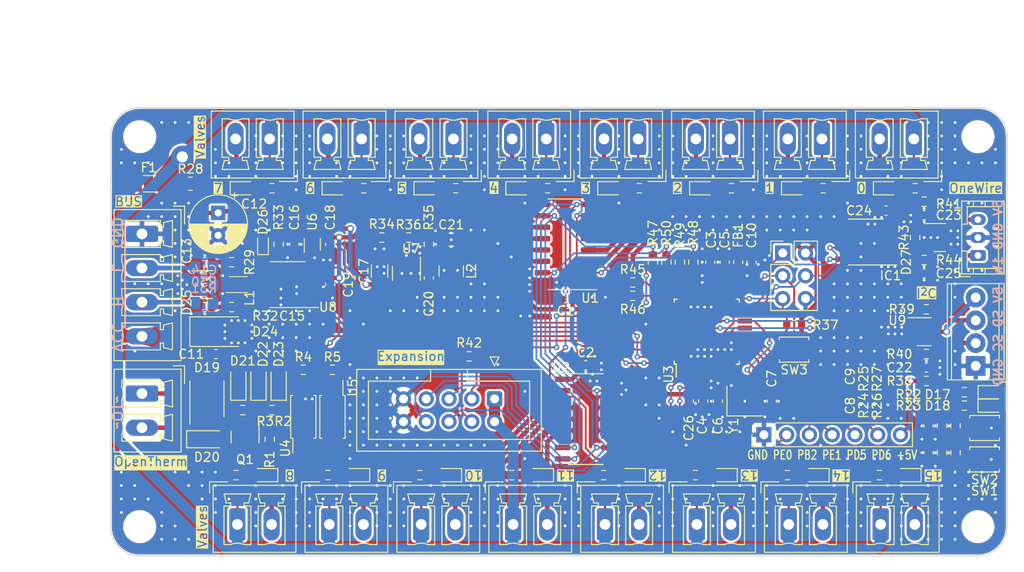
<source format=kicad_pcb>
(kicad_pcb (version 20221018) (generator pcbnew)
  (layers (0 "F.Cu" signal) (31 "B.Cu" signal) (34 "B.Paste" user) (35 "F.Paste" user) (36 "B.SilkS" user "B.Silkscreen") (37 "F.SilkS" user "F.Silkscreen") (38 "B.Mask" user) (39 "F.Mask" user) (44 "Edge.Cuts" user))
  (net 0 "")
  (net 1 "/out_0/Q0")
  (net 2 "/one wire/1Wf")
  (net 3 "/out_0/Q1")
  (net 4 "Net-(D1-A)")
  (net 5 "/out_0/Q2")
  (net 6 "Net-(D2-A)")
  (net 7 "/out_0/Q3")
  (net 8 "Net-(D3-A)")
  (net 9 "/out_0/Q4")
  (net 10 "Net-(D4-A)")
  (net 11 "/out_0/Q5")
  (net 12 "Net-(D5-A)")
  (net 13 "/out_0/Q6")
  (net 14 "Net-(D6-A)")
  (net 15 "/out_0/Q7")
  (net 16 "Net-(D7-A)")
  (net 17 "/out_1/Q0")
  (net 18 "Net-(D8-A)")
  (net 19 "/out_1/Q1")
  (net 20 "Net-(D9-A)")
  (net 21 "/out_1/Q2")
  (net 22 "Net-(D10-A)")
  (net 23 "/out_1/Q3")
  (net 24 "Net-(D11-A)")
  (net 25 "/out_1/Q4")
  (net 26 "Net-(D12-A)")
  (net 27 "/out_1/Q5")
  (net 28 "Net-(D13-A)")
  (net 29 "/out_1/Q6")
  (net 30 "Net-(D14-A)")
  (net 31 "/out_1/Q7")
  (net 32 "Net-(D15-A)")
  (net 33 "/MCU/AREF")
  (net 34 "+5VA")
  (net 35 "/MCU/XTAL1")
  (net 36 "/MCU/XTAL2")
  (net 37 "/MCU/BT_0")
  (net 38 "/MCU/BT_1")
  (net 39 "+BATT")
  (net 40 "+24V")
  (net 41 "/input, power, bus/CAN_{Lin}")
  (net 42 "/input, power, bus/CAN_{SPLIT}")
  (net 43 "/input, power, bus/CAN_{Hin}")
  (net 44 "/input, power, bus/TX_{DL}")
  (net 45 "/input, power, bus/BST")
  (net 46 "/input, power, bus/SW")
  (net 47 "Net-(D16-A)")
  (net 48 "Net-(D17-K)")
  (net 49 "Net-(D18-K)")
  (net 50 "/input, power, bus/Vin")
  (net 51 "Net-(L1-Pad1)")
  (net 52 "/input, power, bus/CAN_{H}")
  (net 53 "/input, power, bus/CAN_{L}")
  (net 54 "Net-(L1-Pad4)")
  (net 55 "/MCU/LD_1")
  (net 56 "/MCU/SCK")
  (net 57 "Net-(R24-Pad2)")
  (net 58 "Net-(R25-Pad2)")
  (net 59 "/input, power, bus/EN")
  (net 60 "/input, power, bus/FB")
  (net 61 "Net-(D21-K)")
  (net 62 "/opentherm/OT2")
  (net 63 "/opentherm/OT1")
  (net 64 "/opentherm/OT+")
  (net 65 "/opentherm/OT-")
  (net 66 "Net-(D22-K)")
  (net 67 "+5V")
  (net 68 "Net-(D23-K)")
  (net 69 "/BUS_TX")
  (net 70 "GND")
  (net 71 "Net-(U3-PE3)")
  (net 72 "/QS1")
  (net 73 "/DR")
  (net 74 "Net-(R1-Pad2)")
  (net 75 "/DS")
  (net 76 "/~{MR}")
  (net 77 "/~{OE}")
  (net 78 "/OT_RX")
  (net 79 "/ST")
  (net 80 "/SH")
  (net 81 "Net-(R5-Pad1)")
  (net 82 "/OT_TX")
  (net 83 "/one wire/1W")
  (net 84 "/MCU/~{RST}")
  (net 85 "Net-(U3-PC2)")
  (net 86 "Net-(U3-PC3)")
  (net 88 "+5VD")
  (net 89 "/I2C/SCL_{ext}")
  (net 90 "/I2C/SDA_{ext}")
  (net 91 "/SCL")
  (net 92 "/SDA")
  (net 93 "+5VL")
  (net 94 "Net-(U3-PE2)")
  (net 95 "Net-(U3-PC0)")
  (net 96 "/MCU/PE0")
  (net 97 "Net-(U3-PC1)")
  (net 98 "/MCU/PB2")
  (net 99 "/QS0")
  (net 100 "/MCU/PE1")
  (net 101 "/MCU/PD5")
  (net 102 "/MCU/PD6")
  (net 103 "/BUS_RX")
  (net 104 "/BUS_CD")
  (net 105 "/1W_TX")
  (net 106 "/1W_RX")
  (footprint "Resistor_SMD:R_0603_1608Metric" (layer "F.Cu") (at 159.25 86 180)
    (fp_text reference "R15" hide)
    (fp_text value "1k")
  )
  (footprint "Capacitor_SMD:C_0603_1608Metric" (layer "F.Cu") (at 202.75 77.75 90)
    (fp_text reference "C6")
    (fp_text value "20p")
  )
  (footprint "MountingHole:MountingHole_3.2mm_M3" (layer "F.Cu") (at 138.25 91.75)
    (fp_text reference "H1" hide)
    (fp_text value "MountingHole")
  )
  (footprint "Resistor_SMD:R_0603_1608Metric" (layer "F.Cu") (at 190 86 180)
    (fp_text reference "R18" hide)
    (fp_text value "1k")
  )
  (footprint "Resistor_SMD:R_0603_1608Metric" (layer "F.Cu") (at 225.75 62 180)
    (fp_text reference "R44")
    (fp_text value "62")
  )
  (footprint "MountingHole:MountingHole_3.2mm_M3" (layer "F.Cu") (at 138.25 48.25)
    (fp_text reference "H4" hide)
    (fp_text value "MountingHole")
  )
  (footprint "Resistor_SMD:R_0603_1608Metric" (layer "F.Cu") (at 225.75 55.5)
    (fp_text reference "R41")
    (fp_text value "1")
  )
  (footprint "Resistor_SMD:R_0603_1608Metric" (layer "F.Cu") (at 227.75 83.5 -90)
    (fp_text reference "R24")
    (fp_text value "R")
  )
  (footprint "Diode_SMD:D_SOD-523" (layer "F.Cu") (at 152 60.25 90)
    (fp_text reference "D26")
    (fp_text value "DNP")
  )
  (footprint "Resistor_SMD:R_0603_1608Metric" (layer "F.Cu") (at 148.5 62.25)
    (fp_text reference "R29")
    (fp_text value "R")
  )
  (footprint "LED_SMD:LED_0603_1608Metric" (layer "F.Cu") (at 213.6725 86 180)
    (fp_text reference "D15" hide)
    (fp_text value "LED_Small")
  )
  (footprint "LED_SMD:LED_0603_1608Metric" (layer "F.Cu") (at 160.0775 54)
    (fp_text reference "D7" hide)
    (fp_text value "LED_Small")
  )
  (footprint "Capacitor_SMD:C_0603_1608Metric" (layer "F.Cu") (at 145.5 62.25 180)
    (fp_text reference "C13")
    (fp_text value "C")
  )
  (footprint "Capacitor_SMD:C_0603_1608Metric" (layer "F.Cu") (at 225.75 63.5)
    (fp_text reference "C25")
    (fp_text value "470p")
  )
  (footprint "Button_Switch_SMD:SW_SPST_B3U-1000P" (layer "F.Cu") (at 211.25 72)
    (fp_text reference "SW3")
    (fp_text value "SW_Push")
  )
  (footprint "Capacitor_SMD:C_0603_1608Metric" (layer "F.Cu") (at 155.5 60.25 -90)
    (fp_text reference "C16")
    (fp_text value "C")
  )
  (footprint "Resistor_SMD:R_0603_1608Metric" (layer "F.Cu") (at 200.25 86 180)
    (fp_text reference "R19" hide)
    (fp_text value "1k")
  )
  (footprint "Resistor_SMD:R_0603_1608Metric" (layer "F.Cu") (at 224.75 59.5 -90)
    (fp_text reference "R43")
    (fp_text value "DNP")
  )
  (footprint "Resistor_SMD:R_0603_1608Metric" (layer "F.Cu") (at 148.5 67.25)
    (fp_text reference "R32")
    (fp_text value "R")
  )
  (footprint "Connector_Phoenix_MC:PhoenixContact_MCV_1,5_2-G-3.81_1x02_P3.81mm_Vertical" (layer "F.Cu") (at 210.65 91.5)
    (fp_text reference "J15" hide)
    (fp_text value "Screw_Terminal_01x02")
  )
  (footprint "Resistor_SMD:R_0603_1608Metric" (layer "F.Cu") (at 163.25 54)
    (fp_text reference "R12" hide)
    (fp_text value "1k")
  )
  (footprint "Resistor_SMD:R_0603_1608Metric" (layer "F.Cu") (at 204.25 54)
    (fp_text reference "R8" hide)
    (fp_text value "1k")
  )
  (footprint "Capacitor_SMD:C_0603_1608Metric" (layer "F.Cu") (at 206.5 62.25 -90)
    (fp_text reference "C10")
    (fp_text value "100n")
  )
  (footprint "Resistor_SMD:R_0603_1608Metric" (layer "F.Cu") (at 229.25 83.5 -90)
    (fp_text reference "R26")
    (fp_text value "R")
  )
  (footprint "Diode_SMD:D_SOD-323_HandSoldering" (layer "F.Cu") (at 153.75 75.75 90)
    (fp_text reference "D23")
    (fp_text value "MM3Zxx")
  )
  (footprint "Inductor_SMD:L_CommonModeChoke_Coilcraft_0805USB" (layer "F.Cu") (at 149.25 64.75 90)
    (fp_text reference "L1")
    (fp_text value "L_Ferrite_Coupled")
  )
  (footprint "Resistor_SMD:R_0603_1608Metric" (layer "F.Cu") (at 226 72.5)
    (fp_text reference "R40")
    (fp_text value "?")
  )
  (footprint "Connector_Phoenix_MC:PhoenixContact_MCV_1,5_2-G-3.81_1x02_P3.81mm_Vertical" (layer "F.Cu") (at 179.9 91.5)
    (fp_text reference "J12" hide)
    (fp_text value "Screw_Terminal_01x02")
  )
  (footprint "LED_SMD:LED_0603_1608Metric" (layer "F.Cu") (at 221.5775 54)
    (fp_text reference "D1" hide)
    (fp_text value "LED_Small")
  )
  (footprint "Resistor_SMD:R_0603_1608Metric" (layer "F.Cu") (at 198.5 62.25 90)
    (fp_text reference "R49")
    (fp_text value "R")
  )
  (footprint "Resistor_SMD:R_0603_1608Metric" (layer "F.Cu") (at 197 62.25 90)
    (fp_text reference "R50")
    (fp_text value "R")
  )
  (footprint "Package_TO_SOT_SMD:SOT-23" (layer "F.Cu") (at 150 81.75 -90)
    (fp_text reference "Q1")
    (fp_text value "BC857")
  )
  (footprint "Connector_PinHeader_2.54mm:PinHeader_2x03_P2.54mm_Vertical" (layer "F.Cu") (at 209.975 61.225)
    (fp_text reference "J17" hide)
    (fp_text value "AVR-ISP-6")
  )
  (footprint "Resistor_SMD:R_0603_1608Metric" (layer "F.Cu") (at 153.75 60.25 -90)
    (fp_text reference "R33")
    (fp_text value "0")
  )
  (footprint "LED_SMD:LED_0603_1608Metric" (layer "F.Cu") (at 203.4225 86 180)
    (fp_text reference "D14" hide)
    (fp_text value "LED_Small")
  )
  (footprint "Resistor_SMD:R_0603_1608Metric" (layer "F.Cu") (at 156.5 74.25)
    (fp_text reference "R4")
    (fp_text value "10k")
  )
  (footprint "LED_SMD:LED_0603_1608Metric" (layer "F.Cu") (at 193.1725 86 180)
    (fp_text reference "D13" hide)
    (fp_text value "LED_Small")
  )
  (footprint "Resistor_SMD:R_0603_1608Metric" (layer "F.Cu") (at 149.75 78.75)
    (fp_text reference "R3")
    (fp_text value "330")
  )
  (footprint "Inductor_SMD:L_0603_1608Metric" (layer "F.Cu") (at 205 62.25 -90)
    (fp_text reference "FB1")
    (fp_text value "FerriteBead")
  )
  (footprint "Capacitor_SMD:C_0603_1608Metric" (layer "F.Cu") (at 188 73.75)
    (fp_text reference "C2")
    (fp_text value "100n")
  )
  (footprint "Resistor_SMD:R_0603_1608Metric" (layer "F.Cu") (at 226 75.5)
    (fp_text reference "R38")
    (fp_text value "1")
  )
  (footprint "Capacitor_SMD:C_0603_1608Metric" (layer "F.Cu") (at 201.1 77.75 90)
    (fp_text reference "C4")
    (fp_text value "100n")
  )
  (footprint "Capacitor_SMD:C_0603_1608Metric" (layer "F.Cu") (at 226.25 83.5 -90)
    (fp_text reference "C8")
    (fp_text value "C")
  )
  (footprint "Capacitor_SMD:C_0603_1608Metric" (layer "F.Cu") (at 159.5 64.75 90)
    (fp_text reference "C19")
    (fp_text value "100n")
  )
  (footprint "Diode_SMD:D_SOD-323_HandSoldering" (layer "F.Cu") (at 149.25 75.75 90)
    (fp_text reference "D21")
    (fp_text value "MM3Zxx")
  )
  (footprint "LED_SMD:LED_0603_1608Metric" (layer "F.Cu") (at 162.4225 86 180)
    (fp_text reference "D10" hide)
    (fp_text value "LED_Small")
  )
  (footprint "Resistor_SMD:R_0603_1608Metric" (layer "F.Cu") (at 200 62.25 -90)
    (fp_text reference "R48")
    (fp_text value "R")
  )
  (footprint "Capacitor_SMD:C_0603_1608Metric" (layer "F.Cu") (at 146.75 72.5)
    (fp_text reference "C11")
    (fp_text value "C")
  )
  (footprint "Connector_Phoenix_MC:PhoenixContact_MCV_1,5_2-G-3.81_1x02_P3.81mm_Vertical" (layer "F.Cu") (at 224.6 48.5 180)
    (fp_text reference "J1" hide)
    (fp_text value "Screw_Terminal_01x02")
  )
  (footprint "Connector_Phoenix_MC:PhoenixContact_MCV_1,5_2-G-3.81_1x02_P3.81mm_Vertical" (layer "F.Cu") (at 159.4 91.5)
    (fp_text reference "J10" hide)
    (fp_text value "Screw_Terminal_01x02")
  )
  (footprint "Resistor_SMD:R_0603_1608Metric" (layer "F.Cu") (at 226 67.5)
    (fp_text reference "R39")
    (fp_text value "?")
  )
  (footprint "Package_TO_SOT_SMD:SOT-23-6" (layer "F.Cu") (at 168 63.5 -90)
    (fp_text reference "U7")
    (fp_text value "TD1465")
  )
  (footprint "Package_TO_SOT_SMD:SOT-23" (layer "F.Cu") (at 145.75 64.75)
    (fp_text reference "D25")
    (fp_text value "SM712_SOT23")
  )
  (footprint "Resistor_SMD:R_0603_1608Metric" (layer "F.Cu") (at 211.25 69.25 180)
    (fp_text reference "R37")
    (fp_text value "R")
  )
  (footprint "Connector_Phoenix_MC:PhoenixContact_MCV_1,5_2-G-3.81_1x02_P3.81mm_Vertical" (layer "F.Cu") (at 214.35 48.5 180)
    (fp_text reference "J2" hide)
    (fp_text value "Screw_Terminal_01x02")
  )
  (footprint "Connector_Phoenix_MC:PhoenixContact_MCV_1,5_2-G-3.81_1x02_P3.81mm_Vertical" (layer "F.Cu") (at 169.65 91.5)
    (fp_text reference "J11" hide)
    (fp_text value "Screw_Terminal_01x02")
  )
  (footprint "Diode_SMD:Nexperia_CFP3_SOD-123W" (layer "F.Cu") (at 145.75 82)
    (fp_text reference "D20")
    (fp_text value "D_TVS")
  )
  (footprint "Resistor_SMD:R_0603_1608Metric" (layer "F.Cu") (at 214.5 54)
    (fp_text reference "R7" hide)
    (fp_text value "1k")
  )
  (footprint "Package_SO:SO-8_3.9x4.9mm_P1.27mm" (layer "F.Cu") (at 219.25 60 180)
    (fp_text reference "IC1")
    (fp_text value "DS2480B")
  )
  (footprint "Resistor_SMD:R_0603_1608Metric" (layer "F.Cu") (at 159.75 74.25)
    (fp_text reference "R5")
    (fp_text value "330")
  )
  (footprint "Resistor_SMD:R_0603_1608Metric" (layer "F.Cu") (at 229.25 80.5 -90)
    (fp_text reference "R27")
    (fp_text value "R")
  )
  (footprint "Resistor_SMD:R_0603_1608Metric" (layer "F.Cu") (at 179.75 86 180)
    (fp_text reference "R17" hide)
    (fp_text value "1k")
  )
  (footprint "Connector_IDC:IDC-Header_2x05_P2.54mm_Vertical" (layer "F.Cu") (at 177.83 77.4975 -90)
    (fp_text reference "J23" hide)
    (fp_text value "Conn_02x05_Odd_Even")
  )
  (footprint "Capacitor_SMD:C_0603_1608Metric" (layer "F.Cu") (at 225.75 57)
    (fp_text reference "C23")
    (fp_text value "100n")
  )
  (footprint "Connector_Phoenix_MC:PhoenixContact_MCV_1,5_2-G-3.81_1x02_P3.81mm_Vertical" (layer "F.Cu") (at 220.9 91.5)
    (fp_text reference "J16" hide)
    (fp_text value "Screw_Terminal_01x02")
  )
  (footprint "Fuse:Fuse_1206_3216Metric_Pad1.42x1.75mm_HandSolder" (layer "F.Cu") (at 139.25 53.5)
    (fp_text reference "F1")
    (fp_text value "Fuse")
  )
  (footprint "Button_Switch_SMD:SW_SPST_B3U-1000P" (layer "F.Cu") (at 232.5 84.25)
    (fp_text reference "SW1")
    (fp_text value "SW_Push")
  )
  (footprint "Package_TO_SOT_SMD:SOT-563" (layer "F.Cu") (at 157.5 60.25 90)
    (fp_text reference "U6")
    (fp_text value "74LVC1G57")
  )
  (footprint "Resistor_SMD:R_0805_2012Metric" (layer "F.Cu") (at 143.9125 53.5)
    (fp_text reference "R28")
    (fp_text value "R")
  )
  (footprint "Package_SO:SOIC-8_3.9x4.9mm_P1.27mm" (layer "F.Cu") (at 154.75 64.75 180)
    (fp_text reference "U8")
    (fp_text value "TJA1051T-3")
  )
  (footprint "Resistor_SMD:R_0603_1608Metric" (layer "F.Cu") (at 175 72.75 180)
    (fp_text reference "R42")
    (fp_text value "5k")
  )
  (footprint "Connector_Phoenix_MC:PhoenixContact_MCV_1,5_2-G-3.81_1x02_P3.81mm_Vertical" (layer "F.Cu") (at 173.25 48.5 180)
    (fp_text reference "J6" hide)
    (fp_text value "Screw_Terminal_01x02")
  )
  (footprint "Inductor_SMD:L_1210_3225Metric" (layer "F.Cu") (at 173 63.25 90)
    (fp_text reference "L2")
    (fp_text value "22u")
  )
  (footprint "LED_SMD:LED_0603_1608Metric" (layer "F.Cu") (at 233.25 76.75)
    (fp_text reference "D17")
    (fp_text value "LED")
  )
  (footprint "Connector_Phoenix_MC:PhoenixContact_MCV_1,5_2-G-3.81_1x02_P3.81mm_Vertical" (layer "F.Cu") (at 138.5 76.9 -90)
    (fp_text reference "J19" hide)
    (fp_text value "Screw_Terminal_01x02")
  )
  (footprint "Resistor_SMD:R_0603_1608Metric" (layer "F.Cu") (at 165.25 59.5 180)
    (fp_text reference "R34")
    (fp_text value "1M")
  )
  (footprint "Connector_Phoenix_MC:PhoenixContact_MCV_1,5_2-G-3.81_1x02_P3.81mm_Vertical" (layer "F.Cu") (at 183.6 48.5 180)
    (fp_text reference "J5" hide)
    (fp_text value "Screw_Terminal_01x02")
  )
  (footprint "Connector_Phoenix_MC:PhoenixContact_MCV_1,5_2-G-3.81_1x02_P3.81mm_Vertical" (layer "F.Cu") (at 193.85 48.5 180)
    (fp_text reference "J4" hide)
    (fp_text value "Screw_Terminal_01x02")
  )
  (footprint "LED_SMD:LED_0603_1608Metric" (layer "F.Cu") (at 172.6725 86 180)
    (fp_text reference "D11" hide)
    (fp_text value "LED_Small")
  )
  (footprint "Capacitor_SMD:C_0603_1608Metric" (layer "F.Cu") (at 201.9 62.25 90)
    (fp_text reference "C3")
    (fp_text value "100n")
  )
  (footprint "Connector_Phoenix_MC:PhoenixContact_MCV_1,5_2-G-3.81_1x02_P3.81mm_Vertical" (layer "F.Cu") (at 190.15 91.5)
    (fp_text reference "J13" hide)
    (fp_text value "Screw_Terminal_01x02")
  )
  (footprint "Capacitor_SMD:C_0603_1608Metric" (layer "F.Cu") (at 208.75 77.75 -90)
    (fp_text reference "C7")
    (fp_text value "20p")
  )
  (footprint "LED_SMD:LED_0603_1608Metric" (layer "F.Cu") (at 182.9225 86 180)
    (fp_text reference "D12" hide)
    (fp_text value "LED_Small")
  )
  (footprint "LED_SMD:LED_0603_1608Metric" (layer "F.Cu") (at 211.3275 54)
    (fp_text reference "D2" hide)
    (fp_text value "LED_Small")
  )
  (footprint "Resistor_SMD:R_0603_1608Metric" (layer "F.Cu") (at 194 54)
    (fp_text reference "R9" hide)
    (fp_text value "1k")
  )
  (footprint "Resistor_SMD:R_0603_1608Metric" (layer "F.Cu") (at 153 54)
    (fp_text reference "R13" hide)
    (fp_text value "1k")
  )
  (footprint "Resistor_SMD:R_0603_1608Metric" (layer "F.Cu") (at 153 78.75)
    (fp_text reference "R2")
    (fp_text value "100")
  )
  (footprint "Resistor_SMD:R_0603_1608Metric" (layer "F.Cu") (at 170.5 60.25 90)
    (fp_text reference "R35")
    (fp_text value "43k")
  )
  (footprint "Capacitor_SMD:C_0603_1608Metric" (layer "F.Cu") (at 170.5 64 -90)
    (fp_text reference "C20")
    (fp_text value "100n")
  )
  (footprint "Connector_Phoenix_MC:PhoenixContact_MCV_1,5_2-G-3.81_1x02_P3.81mm_Vertical" (layer "F.Cu") (at 200.4 91.5)
    (fp_text reference "J14" hide)
    (fp_text value "Screw_Terminal_01x02")
  )
  (footprint "LED_SMD:LED_0603_1608Metric" (layer "F.Cu") (at 180.5775 54)
    (fp_text reference "D5" hide)
    (fp_text value "LED_Small")
  )
  (footprint "Capacitor_SMD:C_0603_1608Metric" (layer "F.Cu") (at 145.5 67.25 180)
    (fp_text reference "C15")
    (fp_text value "C")
  )
  (footprint "Button_Switch_SMD:SW_SPST_B3U-1000P" (layer "F.Cu") (at 232.5 80.75)
    (fp_text reference "SW2")
    (fp_text value "SW_Push")
  )
  (footprint "Connector_Phoenix_MC:PhoenixContact_MCV_1,5_2-G-3.81_1x02_P3.81mm_Vertical" (layer "F.Cu") (at 152.75 48.5 180)
    (fp_text reference "J8" hide)
    (fp_text value "Screw_Terminal_01x02")
  )
  (footprint "Resistor_SMD:R_0603_1608Metric" (layer "F.Cu") (at 183.75 54)
    (fp_text reference "R10" hide)
    (fp_text value "1k")
  )
  (footprint "Crystal:Crystal_SMD_3225-4Pin_3.2x2.5mm" (layer "F.Cu") (at 205.75 77.75)
    (fp_text reference "Y1")
    (fp_text value "Crystal_GND24")
  )
  (footprint "Resistor_SMD:R_0603_1608Metric" (layer "F.Cu") (at 193.25 66)
    (fp_text reference "R46")
    (fp_text value "R")
  )
  (footprint "lib:UMB" (layer "F.Cu") (at 145.75 77.5 90)
    (fp_text reference "D19")
    (fp_text value "UM1B")
  )
  (footprint "Capacitor_THT:CP_Radial_D6.3mm_P2.50mm" (layer "F.Cu") (at 147 56.75 -90)
    (fp_text reference "C12")
    (fp_text value "C_Polarized")
  )
  (footprint "MountingHole:MountingHole_3.2mm_M3" (layer "F.Cu") (at 231.75 48.25)
    (fp_text reference "H3" hide)
    (fp_text value "MountingHole")
  )
  (footprint "Resistor_SMD:R_0603_1608Metric" (layer "F.Cu") (at 210.5 86 180)
    (fp_text reference "R20" hide)
    (fp_text value "1k")
  )
  (footprint "Connector_PinHeader_2.54mm:PinHeader_1x07_P2.54mm_Vertical" (layer "F.Cu") (at 207.875 81.5 90)
    (fp_text reference "J22" hide)
    (fp_text value "Conn_01x07")
  )
  (footprint "LED_SMD:LED_0603_1608Metric" (layer "F.Cu") (at 152.1725 86 180)
    (fp_text reference "D9" hide)
    (fp_text value "LED_Small")
  )
  (footprint "Capacitor_SMD:C_0603_1608Metric" (layer "F.Cu") (at 226 74 180)
    (fp_text reference "C22")
    (fp_text value "100n")
  )
  (footprint "Resistor_SMD:R_0603_1608Metric" (layer "F.Cu") (at 227.75 80.5 -90)
    (fp_text reference "R25")
    (fp_text value "R")
  )
  (footprint "Resistor_SMD:R_0603_1608Metric" (layer "F.Cu") (at 173.5 54)
    (fp_text reference "R11" hide)
    (fp_text value "1k")
  )
  (footprint "Capacitor_SMD:C_0603_1608Metric" (layer "F.Cu") (at 185.75 66.25 180)
    (fp_text reference "C1")
    (fp_text value "100n")
  )
  (footprint "Package_SO:SOIC-4_4.55x2.6mm_P1.27mm" (layer "F.Cu") (at 159.75 79.5 -90)
    (fp_text reference "U5")
    (fp_text value "TLP291")
  )
  (footprint "Resistor_SMD:R_0603_1608Metric" (layer "F.Cu") (at 220.75 86 180)
    (fp_text reference "R21" hide)
    (fp_text value "1k")
  )
  (footprint "LED_SMD:LED_0603_1608Metric" (layer "F.Cu") (at 190.8275 54)
    (fp_text reference "D4" hide)
    (fp_text value "LED_Small")
  )
  (footprint "Capacitor_SMD:C_0805_2012Metric" (layer "F.Cu") (at 173 59.75)
    (fp_text reference "C21")
    (fp_text value "22u")
  )
  (footprint "LED_SMD:LED_0603_1608Metric" (layer "F.Cu") (at 149.8275 54)
    (fp_text reference "D8" hide)
    (fp_text value "LED_Small")
  )
  (footprint "TerminalBlock_Phoenix:TerminalBlock_Phoenix_MPT-0,5-4-2.54_1x04_P2.54mm_Horizontal" (layer "F.Cu") (at 231.5 73.815 90)
    (fp_text reference "J21" hide)
    (fp_text value "Conn_01x04_Male")
  )
  (footprint "MountingHole:MountingHole_3.2mm_M3" (layer "F.Cu") (at 231.75 91.75)
    (fp_text reference "H2" hide)
    (fp_text value "MountingHole")
  )
  (footprint "Capacitor_SMD:C_0603_1608Metric" (layer "F.Cu") (at 199.5 77.75 90)
    (fp_text reference "C26")
    (fp_text value "1u")
  )
  (footprint "Package_SO:SO-16_3.9x9.9mm_P1.27mm" (layer "F.Cu") (at 185.75 60.25 180)
    (fp_text reference "U1")
    (fp_text value "NPIC6C596")
  )
  (footprint "Connector_JST:JST_PH_B3B-PH-K_1x03_P2.00mm_Vertical" (layer "F.Cu") (at 231.75 61.5 90)
    (fp_text reference "J18" hide)
    (fp_text value "Conn_01x03")
  )
  (footprint "Package_TO_SOT_SMD:SOT-23" (layer "F.Cu") (at 227.5 59.5)
    (fp_text reference "D27")
    (fp_text value "SM712_SOT23")
  )
  (footprint "Package_SO:SOIC-4_4.55x2.6mm_P1.27mm" (layer "F.Cu") (at 156.5 79.5 90)
    (fp_text reference "U4")
    (fp_text value "TLP291")
  )
  (footprint "Resistor_SMD:R_0603_1608Metric" (layer "F.Cu") (at 152.75 82 90)
    (fp_text reference "R1")
    (fp_text value "220")
  )
  (footprint "Resistor_SMD:R_0603_1608Metric" (layer "F.Cu") (at 169.5 86 180)
    (fp_text reference "R16" hide)
    (fp_text value "1k")
  )
  (footprint "Package_TO_SOT_SMD:SOT-23-6" (layer "F.Cu") (at 225.75 70)
    (fp_text reference "U9")
    (fp_text value "USBLC6-2SC6")
  )
  (footprint "Capacitor_SMD:C_1206_3216Metric" (layer "F.Cu") (at 165 63.25 -90)
    (fp_text reference "C17")
    (fp_text value "10u")
  )
  (footprint "Resistor_SMD:R_0603_1608Metric" (layer "F.Cu") (at 230.25 78.25 180)
    (fp_text reference "R23")
    (fp_text value "R")
  )
  (footprint "Package_QFP:TQFP-32_7x7mm_P0.8mm" (layer "F.Cu") (at 201.5 70 90)
    (fp_text reference "U3")
    (fp_text value "ATmega328PB-A")
  )
  (footprint "Capacitor_SMD:C_0603_1608Metric" (layer "F.Cu") (at 159.5 60.25 -90)
    (fp_text reference "C18")
    (fp_text value "C")
  )
  (footprint "Resistor_SMD:R_0603_1608Metric" (layer "F.Cu") (at 168.25 59.5)
    (fp_text reference "R36")
    (fp_text value "8k2")
  )
  (footprint "Capacitor_SMD:C_0603_1608Metric" (layer "F.Cu") (at 226.25 80.5 -90)
    (fp_text reference "C9")
    (fp_text value "C")
  )
  (footprint "Capacitor_SMD:C_0603_1608Metric" (layer "F.Cu") (at 203.5 62.25 90)
    (fp_text reference "C5")
    (fp_text value "100n")
  )
  (footprint "Resistor_SMD:R_0603_1608Metric" (layer "F.Cu") (at 224.75 54)
    (fp_text reference "R6" hide)
    (fp_text value "1k")
  )
  (footprint "LED_SMD:LED_0603_1608Metric" (layer "F.Cu") (at 170.3275 54)
    (fp_text reference "D6" hide)
    (fp_text value "LED_Small")
  )
  (footprint "Connector_Phoenix_MC:PhoenixContact_MCV_1,5_2-G-3.81_1x02_P3.81mm_Vertical" (layer "F.Cu") (at 163 48.5 180)
    (fp_text reference "J7" hide)
    (fp_text value "Screw_Terminal_01x02")
  )
  (footprint "LED_SMD:LED_0603_1608Metric" (layer "F.Cu") (at 223.9225 86 180)
    (fp_text reference "D16" hide)
    (fp_text value "LED_Small")
  )
  (footprint "Connector_Phoenix_MC:PhoenixContact_MCV_1,5_2-G-3.81_1x02_P3.81mm_Vertical" (layer "F.Cu") (at 149.15 91.5)
    (fp_text reference "J9" hide)
    (fp_text value "Screw_Terminal_01x02")
  )
  (footprint "Resistor_SMD:R_0603_1608Metric" (layer "F.Cu") (at 193.25 64.5)
    (fp_text reference "R45")
    (fp_text value "R")
  )
  (footprint "Diode_SMD:D_SOD-323_HandSoldering" (layer "F.Cu") (at 151.5 75.75 90)
    (fp_text reference "D22")
    (fp_text value "MM3Zxx")
  )
  (footprint "Capacitor_SMD:C_0603_1608Metric" (layer "F.Cu") (at 221.5 56.5)
    (fp_text reference "C24")
    (fp_text value "100n")
  )
  (footprint "Resistor_SMD:R_0603_1608Metric" (layer "F.Cu") (at 230.25 76.75 180)
    (fp_text reference "R22")
    (fp_text value "R")
  )
  (footprint "Connector_Phoenix_MC:PhoenixContact_MCV_1,5_2-G-3.81_1x02_P3.81mm_Vertical" (layer "F.Cu") (at 204.1 48.5 180)
    (fp_text reference "J3" hide)
    (fp_text value "Screw_Terminal_01x02")
  )
  (footprint "Resistor_SMD:R_0603_1608Metric" (layer "F.Cu") (at 149 86 180)
    (fp_text reference "R14" hide)
    (fp_text value "1k")
  )
  (footprint "Connector_Phoenix_MC:PhoenixContact_MCV_1,5_4-G-3.81_1x04_P3.81mm_Vertical" (layer "F.Cu") (at 138.5 59.09 -90)
    (fp_text reference "J20" hide)
    (fp_text value "Screw_Terminal_01x04")
  )
  (footprint "LED_SMD:LED_0603_1608Metric" (layer "F.Cu") (at 201.0775 54)
    (fp_text reference "D3" hide)
    (fp_text value "LED_Small")
  )
  (footprint "Resistor_SMD:R_0603_1608Metric" (layer "F.Cu") (at 195.5 62.25 -90)
    (fp_text reference "R47")
    (fp_text value "R")
  )
  (footprint "Package_SO:SO-16_3.9x9.9mm_P1.27mm" (layer "F.Cu") (at 188 79.75)
    (fp_text reference "U2")
    (fp_text value "NPIC6C596")
  )
  (footprint "LED_SMD:LED_0603_1608Metric" (layer "F.Cu") (at 233.25 78.25)
    (fp_text reference "D18")
    (fp_text value "LED")
  )
  (footprint "Diode_SMD:D_SMA" (layer "F.Cu") (at 147.25 70)
    (fp_text reference "D24")
    (fp_text value "D_Zener")
  )
  (footprint "Capacitor_SMD:C_0805_2012Metric_Pad1.18x1.45mm_HandSolder" (layer "B.Cu") (at 145.4325 64.805 180)
    (fp_text reference "C14")
    (fp_text value "C")
  )
  (footprint "Resistor_SMD:R_0805_2012Metric_Pad1.20x1.40mm_HandSolder" (layer "B.Cu") (at 145.4325 62.805)
    (fp_text reference "R30")
    (fp_text value "R")
  )
  (footprint "Resistor_SMD:R_0805_2012Metric_Pad1.20x1.40mm_HandSolder" (layer "B.Cu") (at 145.4325 66.805 180)
    (fp_text reference "R31")
    (fp_text value "R")
  )
  (gr_line (start 235 48.25) (end 235 91.75) (stroke (width 0.1)) (layer "Edge.Cuts"))
  (gr_line (start 135 91.75) (end 135 48.25) (stroke (width 0.1)) (layer "Edge.Cuts"))
  (gr_line (start 231.75 95) (end 138.25 95) (stroke (width 0.1)) (layer "Edge.Cuts"))
  (gr_arc (start 231.75 45) (mid 234.048097 45.951903) (end 235 48.25) (stroke (width 0.1)) (layer "Edge.Cuts"))
  (gr_line (start 138.25 45) (end 231.75 45) (stroke (width 0.1)) (layer "Edge.Cuts"))
  (gr_arc (start 135 48.25) (mid 135.951903 45.951903) (end 138.25 45) (stroke (width 0.1)) (layer "Edge.Cuts"))
  (gr_arc (start 138.25 95) (mid 135.951903 94.048097) (end 135 91.75) (stroke (width 0.1)) (layer "Edge.Cuts"))
  (gr_arc (start 235 91.75) (mid 234.048097 94.048097) (end 231.75 95) (stroke (width 0.1)) (layer "Edge.Cuts"))
  (gr_text "5V SD SC GND" (at 234 70.5 90) (layer "B.SilkS") (effects (font (size 1 1) (thickness 0.2) bold) (justify mirror)))
  (gr_text "5V GND 1W" (at 234 59.5 90) (layer "B.SilkS") (effects (font (size 1 1) (thickness 0.2) bold) (justify mirror)))
  (gr_text "~OT~" (at 135.75 79 270) (layer "B.SilkS") (effects (font (size 1.15 1.15) (thickness 0.2) bold) (justify mirror)))
  (gr_text "VCC  H   L  GND" (at 135.75 64.75 270) (layer "B.SilkS") (effects (font (size 1.15 1.15) (thickness 0.2) bold) (justify mirror)))
  (gr_text "0" (at 218.75 54) (layer "F.SilkS" knockout) (effects (font (size 1 1))))
  (gr_text "13" (at 206.25 86 180) (layer "F.SilkS" knockout) (effects (font (size 1 1))))
  (gr_text "I^{2}C" (at 226 65.75) (layer "F.SilkS" knockout) (effects (font (size 1 1))))
  (gr_text "GND PE0 PB2 PE1 PD5 PD6 +5V" (at 215.5 83.75) (layer "F.SilkS") (effects (font (size 1 0.75))))
  (gr_text "6" (at 157.25 54) (layer "F.SilkS" knockout) (effects (font (size 1 1))))
  (gr_text "BUS" (at 137 55.5) (layer "F.SilkS" knockout) (effects (font (size 1 1))))
  (gr_text "14" (at 216.5 86 180) (layer "F.SilkS" knockout) (effects (font (size 1 1))))
  (gr_text "5" (at 167.5 54) (layer "F.SilkS" knockout) (effects (font (size 1 1))))
  (gr_text "Valves" (at 145.25 91.75 90) (layer "F.SilkS" knockout) (effects (font (size 1 1))))
  (gr_text "11" (at 185.75 86 180) (layer "F.SilkS" knockout) (effects (font (size 1 1))))
  (gr_text "4" (at 177.75 54) (layer "F.SilkS" knockout) (effects (font (size 1 1))))
  (gr_text "Expansion" (at 168.5 72.75) (layer "F.SilkS" knockout) (effects (font (size 1 1))))
  (gr_text "Valves" (at 145 48.25 90) (layer "F.SilkS" knockout) (effects (font (size 1 1))))
  (gr_text "1" (at 208.5 54) (layer "F.SilkS" knockout) (effects (font (size 1 1))))
  (gr_text "7" (at 147 54) (layer "F.SilkS" knockout) (effects (font (size 1 1))))
  (gr_text "OneWire" (at 231.5 54) (layer "F.SilkS" knockout) (effects (font (size 1 1))))
  (gr_text "2" (at 198.25 54) (layer "F.SilkS" knockout) (effects (font (size 1 1))))
  (gr_text "8" (at 155 86 180) (layer "F.SilkS" knockout) (effects (font (size 1 1))))
  (gr_text "15" (at 226.75 86 180) (layer "F.SilkS" knockout) (effects (font (size 1 1))))
  (gr_text "10" (at 175.5 86 180) (layer "F.SilkS" knockout) (effects (font (size 1 1))))
  (gr_text "3" (at 188 54) (layer "F.SilkS" knockout) (effects (font (size 1 1))))
  (gr_text "12" (at 196 86 180) (layer "F.SilkS" knockout) (effects (font (size 1 1))))
  (gr_text "9" (at 165.25 86 180) (layer "F.SilkS" knockout) (effects (font (size 1 1))))
  (gr_text "OpenTherm" (at 139.5 84.5) (layer "F.SilkS" knockout) (effects (font (size 1 1))))
  (segment (start 216 55) (end 217 54) (width 0.5) (layer "F.Cu") (net 1))
  (segment (start 220.79 48.5) (end 220.79 54) (width 0.5) (layer "F.Cu") (net 1))
  (segment (start 211.25 55) (end 216 55) (width 0.5) (layer "F.Cu") (net 1))
  (segment (start 196.5 55.75) (end 210.5 55.75) (width 0.5) (layer "F.Cu") (net 1))
  (segment (start 188.325 62.155) (end 190.095 62.155) (width 0.5) (layer "F.Cu") (net 1))
  (segment (start 210.5 55.75) (end 211.25 55) (width 0.5) (layer "F.Cu") (net 1))
  (segment (start 190.095 62.155) (end 196.5 55.75) (width 0.5) (layer "F.Cu") (net 1))
  (segment (start 217 54) (end 220.79 54) (width 0.5) (layer "F.Cu") (net 1))
  (segment (start 210.5 55.75) (end 196.5 55.75) (width 0.5) (layer "F.Cu") (net 1))
  (segment (start 223.75 61.5) (end 223.75 63) (width 0.25) (layer "F.Cu") (net 2))
  (segment (start 224.975 62.05) (end 224.925 62) (width 0.25) (layer "F.Cu") (net 2))
  (segment (start 221.825 60.635) (end 222.885 60.635) (width 0.25) (layer "F.Cu") (net 2))
  (segment (start 224.975 63.5) (end 224.975 62.05) (width 0.25) (layer "F.Cu") (net 2))
  (segment (start 223.75 63) (end 224.25 63.5) (width 0.25) (layer "F.Cu") (net 2))
  (segment (start 224.25 63.5) (end 224.975 63.5) (width 0.25) (layer "F.Cu") (net 2))
  (segment (start 222.885 60.635) (end 223.75 61.5) (width 0.25) (layer "F.Cu") (net 2))
  (segment (start 210.54 54) (end 210.54 48.5) (width 0.5) (layer "F.Cu") (net 3))
  (segment (start 210.54 54.71) (end 210.54 54.46) (width 0.5) (layer "F.Cu") (net 3))
  (segment (start 210.54 54.46) (end 210.54 54) (width 0.5) (layer "F.Cu") (net 3))
  (segment (start 196.25 55) (end 210.25 55) (width 0.5) (layer "F.Cu") (net 3))
  (segment (start 190.365 60.885) (end 196.25 55) (width 0.5) (layer "F.Cu") (net 3))
  (segment (start 188.325 60.885) (end 190.365 60.885) (width 0.5) (layer "F.Cu") (net 3))
  (segment (start 210.54 54.71) (end 210.54 54.46) (width 0.5) (layer "F.Cu") (net 3))
  (segment (start 210.25 55) (end 210.54 54.71) (width 0.5) (layer "F.Cu") (net 3))
  (segment (start 222.365 54) (end 223.925 54) (width 0.25) (layer "F.Cu") (net 4))
  (segment (start 196.25 54) (end 190.635 59.615) (width 0.5) (layer "F.Cu") (net 5))
  (segment (start 200.29 54) (end 200.29 48.5) (width 0.5) (layer "F.Cu") (net 5))
  (segment (start 190.635 59.615) (end 188.325 59.615) (width 0.5) (layer "F.Cu") (net 5))
  (segment (start 200.29 54) (end 196.25 54) (width 0.5) (layer "F.Cu") (net 5))
  (segment (start 212.115 54) (end 213.675 54) (width 0.25) (layer "F.Cu") (net 6))
  (segment (start 190.04 54) (end 190.04 57.71) (width 0.5) (layer "F.Cu") (net 7))
  (segment (start 189.405 58.345) (end 188.325 58.345) (width 0.5) (layer "F.Cu") (net 7))
  (segment (start 190.04 57.71) (end 189.405 58.345) (width 0.5) (layer "F.Cu") (net 7))
  (segment (start 190.04 54) (end 190.04 48.5) (width 0.5) (layer "F.Cu") (net 7))
  (segment (start 201.865 54) (end 203.425 54) (width 0.25) (layer "F.Cu") (net 8))
  (segment (start 179.79 56.29) (end 179.79 54) (width 0.5) (layer "F.Cu") (net 9))
  (segment (start 181.845 58.345) (end 179.79 56.29) (width 0.5) (layer "F.Cu") (net 9))
  (segment (start 179.79 54) (end 179.79 48.5) (width 0.5) (layer "F.Cu") (net 9))
  (segment (start 183.175 58.345) (end 181.845 58.345) (width 0.5) (layer "F.Cu") (net 9))
  (segment (start 191.615 54) (end 193.175 54) (width 0.25) (layer "F.Cu") (net 10))
  (segment (start 169.54 54) (end 169.54 48.6) (width 0.5) (layer "F.Cu") (net 11))
  (segment (start 169.54 54.54) (end 169.54 54.79) (width 0.5) (layer "F.Cu") (net 11))
  (segment (start 169.54 54) (end 169.54 54.54) (width 0.5) (layer "F.Cu") (net 11))
  (segment (start 169.54 54.79) (end 169.75 55) (width 0.5) (layer "F.Cu") (net 11))
  (segment (start 177.25 55) (end 181.865 59.615) (width 0.5) (layer "F.Cu") (net 11))
  (segment (start 181.865 59.615) (end 183.175 59.615) (width 0.5) (layer "F.Cu") (net 11))
  (segment (start 169.75 55) (end 177.25 55) (width 0.5) (layer "F.Cu") (net 11))
  (segment (start 169.54 48.6) (end 169.44 48.5) (width 0.5) (layer "F.Cu") (net 11))
  (segment (start 169.54 54.54) (end 169.54 54.79) (width 0.5) (layer "F.Cu") (net 11))
  (segment (start 181.365 54) (end 182.925 54) (width 0.25) (layer "F.Cu") (net 12))
  (segment (start 183.175 60.885) (end 181.885 60.885) (width 0.5) (layer "F.Cu") (net 13))
  (segment (start 159.29 54.79) (end 159.29 54.54) (width 0.5) (layer "F.Cu") (net 13))
  (segment (start 159.29 48.6) (end 159.19 48.5) (width 0.5) (layer "F.Cu") (net 13))
  (segment (start 159.29 54.79) (end 159.29 54.54) (width 0.5) (layer "F.Cu") (net 13))
  (segment (start 181.885 60.885) (end 176.75 55.75) (width 0.5) (layer "F.Cu") (net 13))
  (segment (start 159.29 54.54) (end 159.29 54) (width 0.5) (layer "F.Cu") (net 13))
  (segment (start 160.25 55.75) (end 159.29 54.79) (width 0.5) (layer "F.Cu") (net 13))
  (segment (start 159.29 54) (end 159.29 48.6) (width 0.5) (layer "F.Cu") (net 13))
  (segment (start 176.75 55.75) (end 160.25 55.75) (width 0.5) (layer "F.Cu") (net 13))
  (segment (start 171.115 54) (end 172.675 54) (width 0.25) (layer "F.Cu") (net 14))
  (segment (start 158.75 55.25) (end 149.5 55.25) (width 0.5) (layer "F.Cu") (net 15))
  (segment (start 149.04 54.79) (end 149.04 54.54) (width 0.5) (layer "F.Cu") (net 15))
  (segment (start 176.25 56.5) (end 160 56.5) (width 0.5) (layer "F.Cu") (net 15))
  (segment (start 149.04 54) (end 149.04 48.6) (width 0.5) (layer "F.Cu") (net 15))
  (segment (start 183.175 62.155) (end 181.905 62.155) (width 0.5) (layer "F.Cu") (net 15))
  (segment (start 160 56.5) (end 158.75 55.25) (width 0.5) (layer "F.Cu") (net 15))
  (segment (start 149.04 48.6) (end 148.94 48.5) (width 0.5) (layer "F.Cu") (net 15))
  (segment (start 149.04 54.54) (end 149.04 54) (width 0.5) (layer "F.Cu") (net 15))
  (segment (start 149.5 55.25) (end 149.04 54.79) (width 0.5) (layer "F.Cu") (net 15))
  (segment (start 149.04 54.79) (end 149.04 54.54) (width 0.5) (layer "F.Cu") (net 15))
  (segment (start 181.905 62.155) (end 176.25 56.5) (width 0.5) (layer "F.Cu") (net 15))
  (segment (start 160.865 54) (end 162.425 54) (width 0.25) (layer "F.Cu") (net 16))
  (segment (start 183.655 77.845) (end 185.425 77.845) (width 0.5) (layer "F.Cu") (net 17))
  (segment (start 152.96 85.29) (end 153.25 85) (width 0.5) (layer "F.Cu") (net 17))
  (segment (start 153.25 85) (end 162.5 85) (width 0.5) (layer "F.Cu") (net 17))
  (segment (start 162.5 85) (end 163.25 84.25) (width 0.5) (layer "F.Cu") (net 17))
  (segment (start 152.96 91.5) (end 152.96 86) (width 0.5) (layer "F.Cu") (net 17))
  (segment (start 163.25 84.25) (end 177.25 84.25) (width 0.5) (layer "F.Cu") (net 17))
  (segment (start 152.96 86) (end 152.96 85.29) (width 0.5) (layer "F.Cu") (net 17))
  (segment (start 177.25 84.25) (end 183.655 77.845) (width 0.5) (layer "F.Cu") (net 17))
  (segment (start 150.615 54) (end 152.175 54) (width 0.25) (layer "F.Cu") (net 18))
  (segment (start 163.21 85.54) (end 163.21 86) (width 0.5) (layer "F.Cu") (net 19))
  (segment (start 163.21 86) (end 163.21 91.5) (width 0.5) (layer "F.Cu") (net 19))
  (segment (start 185.425 79.115) (end 183.385 79.115) (width 0.5) (layer "F.Cu") (net 19))
  (segment (start 163.21 85.29) (end 163.21 85.54) (width 0.5) (layer "F.Cu") (net 19))
  (segment (start 163.21 85.29) (end 163.21 85.54) (width 0.5) (layer "F.Cu") (net 19))
  (segment (start 163.5 85) (end 163.21 85.29) (width 0.5) (layer "F.Cu") (net 19))
  (segment (start 183.385 79.115) (end 177.5 85) (width 0.5) (layer "F.Cu") (net 19))
  (segment (start 177.5 85) (end 163.5 85) (width 0.5) (layer "F.Cu") (net 19))
  (segment (start 151.385 86) (end 149.825 86) (width 0.25) (layer "F.Cu") (net 20))
  (segment (start 177.5 86) (end 183.115 80.385) (width 0.5) (layer "F.Cu") (net 21))
  (segment (start 173.46 86) (end 177.5 86) (width 0.5) (layer "F.Cu") (net 21))
  (segment (start 173.46 86) (end 173.46 91.5) (width 0.5) (layer "F.Cu") (net 21))
  (segment (start 183.115 80.385) (end 185.425 80.385) (width 0.5) (layer "F.Cu") (net 21))
  (segment (start 161.635 86) (end 160.075 86) (width 0.25) (layer "F.Cu") (net 22))
  (segment (start 183.71 82.29) (end 184.345 81.655) (width 0.5) (layer "F.Cu") (net 23))
  (segment (start 184.345 81.655) (end 185.425 81.655) (width 0.5) (layer "F.Cu") (net 23))
  (segment (start 183.71 86) (end 183.71 91.5) (width 0.5) (layer "F.Cu") (net 23))
  (segment (start 183.71 86) (end 183.71 82.29) (width 0.5) (layer "F.Cu") (net 23))
  (segment (start 171.885 86) (end 170.325 86) (width 0.25) (layer "F.Cu") (net 24))
  (segment (start 190.575 81.655) (end 191.905 81.655) (width 0.5) (layer "F.Cu") (net 25))
  (segment (start 191.905 81.655) (end 193.96 83.71) (width 0.5) (layer "F.Cu") (net 25))
  (segment (start 193.96 83.71) (end 193.96 86) (width 0.5) (layer "F.Cu") (net 25))
  (segment (start 193.96 86) (end 193.96 91.5) (width 0.5) (layer "F.Cu") (net 25))
  (segment (start 182.135 86) (end 180.575 86) (width 0.25) (layer "F.Cu") (net 26))
  (segment (start 204.21 86) (end 204.21 85.46) (width 0.5) (layer "F.Cu") (net 27))
  (segment (start 204.21 85.21) (end 204 85) (width 0.5) (layer "F.Cu") (net 27))
  (segment (start 191.885 80.385) (end 190.575 80.385) (width 0.5) (layer "F.Cu") (net 27))
  (segment (start 196.5 85) (end 191.885 80.385) (width 0.5) (layer "F.Cu") (net 27))
  (segment (start 204.21 85.46) (end 204.21 85.21) (width 0.5) (layer "F.Cu") (net 27))
  (segment (start 204 85) (end 196.5 85) (width 0.5) (layer "F.Cu") (net 27))
  (segment (start 204.21 85.46) (end 204.21 85.21) (width 0.5) (layer "F.Cu") (net 27))
  (segment (start 204.21 86) (end 204.21 91.5) (width 0.5) (layer "F.Cu") (net 27))
  (segment (start 192.385 86) (end 190.825 86) (width 0.25) (layer "F.Cu") (net 28))
  (segment (start 191.865 79.115) (end 197 84.25) (width 0.5) (layer "F.Cu") (net 29))
  (segment (start 190.575 79.115) (end 191.865 79.115) (width 0.5) (layer "F.Cu") (net 29))
  (segment (start 214.46 85.21) (end 214.46 86) (width 0.5) (layer "F.Cu") (net 29))
  (segment (start 214.25 85) (end 214.46 85.21) (width 0.5) (layer "F.Cu") (net 29))
  (segment (start 205.25 85) (end 214.25 85) (width 0.5) (layer "F.Cu") (net 29))
  (segment (start 197 84.25) (end 204.5 84.25) (width 0.5) (layer "F.Cu") (net 29))
  (segment (start 204.5 84.25) (end 205.25 85) (width 0.5) (layer "F.Cu") (net 29))
  (segment (start 214.46 85.21) (end 214.46 85.46) (width 0.5) (layer "F.Cu") (net 29))
  (segment (start 214.46 86) (end 214.46 91.5) (width 0.5) (layer "F.Cu") (net 29))
  (segment (start 202.635 86) (end 201.075 86) (width 0.25) (layer "F.Cu") (net 30))
  (segment (start 224.5 85) (end 224.71 85.21) (width 0.5) (layer "F.Cu") (net 31))
  (segment (start 191.845 77.845) (end 197.5 83.5) (width 0.5) (layer "F.Cu") (net 31))
  (segment (start 214.75 84.25) (end 215.5 85) (width 0.5) (layer "F.Cu") (net 31))
  (segment (start 190.575 77.845) (end 191.845 77.845) (width 0.5) (layer "F.Cu") (net 31))
  (segment (start 224.71 85.21) (end 224.71 85.46) (width 0.5) (layer "F.Cu") (net 31))
  (segment (start 224.71 86) (end 224.71 91.5) (width 0.5) (layer "F.Cu") (net 31))
  (segment (start 205 83.5) (end 205.75 84.25) (width 0.5) (layer "F.Cu") (net 31))
  (segment (start 205.75 84.25) (end 214.75 84.25) (width 0.5) (layer "F.Cu") (net 31))
  (segment (start 197.5 83.5) (end 205 83.5) (width 0.5) (layer "F.Cu") (net 31))
  (segment (start 215.5 85) (end 224.5 85) (width 0.5) (layer "F.Cu") (net 31))
  (segment (start 224.71 85.21) (end 224.71 86) (width 0.5) (layer "F.Cu") (net 31))
  (segment (start 212.885 86) (end 211.325 86) (width 0.25) (layer "F.Cu") (net 32))
  (segment (start 201.9 63.025) (end 201.9 65.75) (width 0.5) (layer "F.Cu") (net 33))
  (segment (start 203.5 63.025) (end 204.988 63.025) (width 0.5) (layer "F.Cu") (net 34))
  (segment (start 204.988 63.025) (end 205 63.0375) (width 0.5) (layer "F.Cu") (net 34))
  (segment (start 203.5 65.75) (end 203.5 63.025) (width 0.5) (layer "F.Cu") (net 34))
  (segment (start 202.75 78.525) (end 204.575 78.525) (width 0.2) (layer "F.Cu") (net 35))
  (segment (start 204.65 78.6) (end 204.6 78.6) (width 0.2) (layer "F.Cu") (net 35))
  (segment (start 203.5 74.25) (end 203.5 77.45) (width 0.2) (layer "F.Cu") (net 35))
  (segment (start 204.575 78.525) (end 204.65 78.6) (width 0.2) (layer "F.Cu") (net 35))
  (segment (start 204.575 78.525) (end 204.65 78.6) (width 0.2) (layer "F.Cu") (net 35))
  (segment (start 203.5 77.45) (end 204.575 78.525) (width 0.2) (layer "F.Cu") (net 35))
  (segment (start 204.3 74.25) (end 204.3 75.133621) (width 0.2) (layer "F.Cu") (net 36))
  (segment (start 204.674743 75.508364) (end 205.458364 75.508364) (width 0.2) (layer "F.Cu") (net 36))
  (segment (start 206.925 76.975) (end 206.85 76.9) (width 0.2) (layer "F.Cu") (net 36))
  (segment (start 205.458364 75.508364) (end 206.85 76.9) (width 0.2) (layer "F.Cu") (net 36))
  (segment (start 204.3 75.133621) (end 204.674743 75.508364) (width 0.2) (layer "F.Cu") (net 36))
  (segment (start 208.75 76.975) (end 206.925 76.975) (width 0.2) (layer "F.Cu") (net 36))
  (segment (start 206 83.5) (end 224.25 83.5) (width 0.2) (layer "F.Cu") (net 37))
  (segment (start 199.5 75.25) (end 199.5 74.25) (width 0.2) (layer "F.Cu") (net 37))
  (segment (start 201.5 82.75) (end 205.25 82.75) (width 0.2) (layer "F.Cu") (net 37))
  (segment (start 198.25 75.5) (end 199.25 75.5) (width 0.2) (layer "F.Cu") (net 37))
  (segment (start 224.25 83.5) (end 225.025 82.725) (width 0.2) (layer "F.Cu") (net 37))
  (segment (start 197.5 77.75) (end 197.5 78.75) (width 0.2) (layer "F.Cu") (net 37))
  (segment (start 225.025 82.725) (end 226.25 82.725) (width 0.2) (layer "F.Cu") (net 37))
  (segment (start 227.75 82.675) (end 227.7 82.725) (width 0.2) (layer "F.Cu") (net 37))
  (segment (start 197.5 76.25) (end 198.25 75.5) (width 0.2) (layer "F.Cu") (net 37))
  (segment (start 197.5 78.75) (end 201.5 82.75) (width 0.2) (layer "F.Cu") (net 37))
  (segment (start 227.7 82.725) (end 226.25 82.725) (width 0.2) (layer "F.Cu") (net 37))
  (segment (start 199.25 75.5) (end 199.5 75.25) (width 0.2) (layer "F.Cu") (net 37))
  (segment (start 205.25 82.75) (end 206 83.5) (width 0.2) (layer "F.Cu") (net 37))
  (via (at 197.5 77.75) (size 0.6) (drill 0.3) (layers "F.Cu" "B.Cu") (net 37))
  (via (at 197.5 76.25) (size 0.6) (drill 0.3) (layers "F.Cu" "B.Cu") (net 37))
  (segment (start 197.5 77.75) (end 197.5 76.25) (width 0.2) (layer "B.Cu") (net 37))
  (segment (start 213.5 77.25) (end 210 73.75) (width 0.2) (layer "F.Cu") (net 38))
  (segment (start 210 73.75) (end 208.75 73.75) (width 0.2) (layer "F.Cu") (net 38))
  (segment (start 225.475 79.725) (end 223 77.25) (width 0.2) (layer "F.Cu") (net 38))
  (segment (start 208.25 73.25) (end 208.25 72.7125) (width 0.2) (layer "F.Cu") (net 38))
  (segment (start 223 77.25) (end 213.5 77.25) (width 0.2) (layer "F.Cu") (net 38))
  (segment (start 208.75 73.75) (end 208.25 73.25) (width 0.2) (layer "F.Cu") (net 38))
  (segment (start 208.25 72.7125) (end 206.7375 71.2) (width 0.2) (layer "F.Cu") (net 38))
  (segment (start 226.25 79.725) (end 225.475 79.725) (width 0.2) (layer "F.Cu") (net 38))
  (segment (start 227.75 79.675) (end 226.3 79.675) (width 0.2) (layer "F.Cu") (net 38))
  (segment (start 206.7375 71.2) (end 205.75 71.2) (width 0.2) (layer "F.Cu") (net 38))
  (segment (start 226.3 79.675) (end 226.25 79.725) (width 0.2) (layer "F.Cu") (net 38))
  (segment (start 158.425 86.675) (end 158.425 86) (width 0.25) (layer "F.Cu") (net 39))
  (segment (start 169.65 87.65) (end 168.675 86.675) (width 0.25) (layer "F.Cu") (net 39))
  (segment (start 159.4 87.65) (end 158.425 86.675) (width 0.25) (layer "F.Cu") (net 39))
  (segment (start 220.9 91.5) (end 220.9 87.65) (width 0.25) (layer "F.Cu") (net 39))
  (segment (start 193.85 52.3125) (end 194.825 53.2875) (width 0.25) (layer "F.Cu") (net 39))
  (segment (start 214.35 52.35) (end 215.325 53.325) (width 0.25) (layer "F.Cu") (net 39))
  (segment (start 149.15 91.5) (end 149.15 87.6875) (width 0.25) (layer "F.Cu") (net 39))
  (segment (start 179.9 91.5) (end 179.9 87.65) (width 0.25) (layer "F.Cu") (net 39))
  (segment (start 169.65 91.5) (end 169.65 87.65) (width 0.25) (layer "F.Cu") (net 39))
  (segment (start 173.25 48.5) (end 173.25 52.2125) (width 0.25) (layer "F.Cu") (net 39))
  (segment (start 204.1 48.5) (end 204.1 52.35) (width 0.25) (layer "F.Cu") (net 39))
  (segment (start 152.75 48.5) (end 152.75 52.25) (width 0.25) (layer "F.Cu") (net 39))
  (segment (start 224.6 52.3125) (end 225.575 53.2875) (width 0.25) (layer "F.Cu") (net 39))
  (segment (start 200.4 87.65) (end 199.425 86.675) (width 0.25) (layer "F.Cu") (net 39))
  (segment (start 190.15 87.65) (end 189.175 86.675) (width 0.25) (layer "F.Cu") (net 39))
  (segment (start 225.575 53.2875) (end 225.575 54) (width 0.25) (layer "F.Cu") (net 39))
  (segment (start 164.075 53.325) (end 164.075 54) (width 0.25) (layer "F.Cu") (net 39))
  (segment (start 193.85 48.5) (end 193.85 52.3125) (width 0.25) (layer "F.Cu") (net 39))
  (segment (start 140.7375 53.5) (end 140.7375 52.7625) (width 1.5) (layer "F.Cu") (net 39))
  (segment (start 179.9 87.65) (end 178.925 86.675) (width 0.25) (layer "F.Cu") (net 39))
  (segment (start 214.35 48.5) (end 214.35 52.35) (width 0.25) (layer "F.Cu") (net 39))
  (segment (start 153.825 53.325) (end 153.825 54) (width 0.25) (layer "F.Cu") (net 39))
  (segment (start 140.7375 52.7625) (end 143 50.5) (width 1.5) (layer "F.Cu") (net 39))
  (segment (start 163 52.25) (end 164.075 53.325) (width 0.25) (layer "F.Cu") (net 39))
  (segment (start 200.4 91.5) (end 200.4 87.65) (width 0.25) (layer "F.Cu") (net 39))
  (segment (start 163 48.5) (end 163 52.25) (width 0.25) (layer "F.Cu") (net 39))
  (segment (start 215.325 53.325) (end 215.325 54) (width 0.25) (layer "F.Cu") (net 39))
  (segment (start 177.83 80.0375) (end 177.83 77.4975) (width 1.25) (layer "F.Cu") (net 39))
  (segment (start 152.75 52.25) (end 153.825 53.325) (width 0.25) (layer "F.Cu") (net 39))
  (segment (start 184.575 53.2875) (end 184.575 54) (width 0.25) (layer "F.Cu") (net 39))
  (segment (start 194.825 53.2875) (end 194.825 54) (width 0.25) (layer "F.Cu") (net 39))
  (segment (start 190.15 91.5) (end 190.15 87.65) (width 0.25) (layer "F.Cu") (net 39))
  (segment (start 140.488 53.5) (end 140.7375 53.5) (width 0.25) (layer "F.Cu") (net 39))
  (segment (start 219.925 86.675) (end 219.925 86) (width 0.25) (layer "F.Cu") (net 39))
  (segment (start 173.25 52.2125) (end 174.325 53.2875) (width 0.25) (layer "F.Cu") (net 39))
  (segment (start 209.675 86.675) (end 209.675 86) (width 0.25) (layer "F.Cu") (net 39))
  (segment (start 183.6 48.5) (end 183.6 52.3125) (width 0.25) (layer "F.Cu") (net 39))
  (segment (start 220.9 87.65) (end 219.925 86.675) (width 0.25) (layer "F.Cu") (net 39))
  (segment (start 224.6 48.5) (end 224.6 52.3125) (width 0.25) (layer "F.Cu") (net 39))
  (segment (start 149.15 87.6875) (end 148.175 86.7125) (width 0.25) (layer "F.Cu") (net 39))
  (segment (start 168.675 86.675) (end 168.675 86) (width 0.25) (layer "F.Cu") (net 39))
  (segment (start 183.6 52.3125) (end 184.575 53.2875) (width 0.25) (layer "F.Cu") (net 39))
  (segment (start 205.075 53.325) (end 205.075 54) (width 0.25) (layer "F.Cu") (net 39))
  (segment (start 148.175 86.7125) (end 148.175 86) (width 0.25) (layer "F.Cu") (net 39))
  (segment (start 159.4 91.5) (end 159.4 87.65) (width 0.25) (layer "F.Cu") (net 39))
  (segment (start 178.925 86.675) (end 178.925 86) (width 0.25) (layer "F.Cu") (net 39))
  (segment (start 143 53.5) (end 140.7375 53.5) (width 0.5) (layer "F.Cu") (net 39))
  (segment (start 174.325 53.2875) (end 174.325 54) (width 0.25) (layer "F.Cu") (net 39))
  (segment (start 199.425 86.675) (end 199.425 86) (width 0.25) (layer "F.Cu") (net 39))
  (segment (start 210.65 91.5) (end 210.65 87.65) (width 0.25) (layer "F.Cu") (net 39))
  (segment (start 210.65 87.65) (end 209.675 86.675) (width 0.25) (layer "F.Cu") (net 39))
  (segment (start 189.175 86.675) (end 189.175 86) (width 0.25) (layer "F.Cu") (net 39))
  (segment (start 204.1 52.35) (end 205.075 53.325) (width 0.25) (layer "F.Cu") (net 39))
  (via (at 143 50.5) (size 2.5) (drill 1.25) (layers "F.Cu" "B.Cu") (net 39))
  (segment (start 190.15 91.5) (end 190.15 94.225) (width 1.25) (layer "B.Cu") (net 39))
  (segment (start 143 50.5) (end 135.775 57.725) (width 1.25) (layer "B.Cu") (net 39))
  (segment (start 224.025 45.775) (end 224.6 46.35) (width 1.25) (layer "B.Cu") (net 39))
  (segment (start 200.4 91.5) (end 200.4 94.225) (width 1.25) (layer "B.Cu") (net 39))
  (segment (start 193.85 45.775) (end 204.1 45.775) (width 1.25) (layer "B.Cu") (net 39))
  (segment (start 152.85 48.4) (end 152.85 45.775) (width 1.25) (layer "B.Cu") (net 39))
  (segment (start 163 48.5) (end 163.1 48.4) (width 1.25) (layer "B.Cu") (net 39))
  (segment (start 179.9 91.5) (end 179.9 82.1075) (width 1.25) (layer "B.Cu") (net 39))
  (segment (start 210.65 91.5) (end 210.65 94.225) (width 1.25) (layer "B.Cu") (net 39))
  (segment (start 224.6 46.35) (end 224.6 48.5) (width 1.25) (layer "B.Cu") (net 39))
  (segment (start 173.35 45.775) (end 183.6 45.775) (width 1.25) (layer "B.Cu") (net 39))
  (segment (start 147.725 45.775) (end 152.85 45.775) (width 1.25) (layer "B.Cu") (net 39))
  (segment (start 152.85 45.775) (end 163.1 45.775) (width 1.25) (layer "B.Cu") (net 39))
  (segment (start 183.6 45.775) (end 193.85 45.775) (width 1.25) (layer "B.Cu") (net 39))
  (segment (start 214.35 48.5) (end 214.35 45.775) (width 1.25) (layer "B.Cu") (net 39))
  (segment (start 152.75 48.5) (end 152.85 48.4) (width 1.25) (layer "B.Cu") (net 39))
  (segment (start 149.15 94.225) (end 159.4 94.225) (width 1.25) (layer "B.Cu") (net 39))
  (segment (start 169.65 94.225) (end 179.9 94.225) (width 1.25) (layer "B.Cu") (net 39))
  (segment (start 179.9 94.225) (end 190.15 94.225) (width 1.25) (layer "B.Cu") (net 39))
  (segment (start 173.35 48.4) (end 173.35 45.775) (width 1.25) (layer "B.Cu") (net 39))
  (segment (start 190.15 94.225) (end 200.4 94.225) (width 1.25) (layer "B.Cu") (net 39))
  (segment (start 169.65 91.5) (end 169.65 94.225) (width 1.25) (layer "B.Cu") (net 39))
  (segment (start 163.1 48.4) (end 163.1 45.775) (width 1.25) (layer "B.Cu") (net 39))
  (segment (start 220.9 93.6) (end 220.9 91.5) (width 1.25) (layer "B.Cu") (net 39))
  (segment (start 163.1 45.775) (end 173.35 45.775) (width 1.25) (layer "B.Cu") (net 39))
  (segment (start 143 50.5) (end 147.725 45.775) (width 1.25) (layer "B.Cu") (net 39))
  (segment (start 147.975 94.225) (end 149.15 94.225) (width 1.25) (layer "B.Cu") (net 39))
  (segment (start 159.4 91.5) (end 159.4 94.225) (width 1.25) (layer "B.Cu") (net 39))
  (segment (start 214.35 45.775) (end 224.025 45.775) (width 1.25) (layer "B.Cu") (net 39))
  (segment (start 183.6 48.5) (end 183.6 45.775) (width 1.25) (layer "B.Cu") (net 39))
  (segment (start 135.775 82.025) (end 147.975 94.225) (width 1.25) (layer "B.Cu") (net 39))
  (segment (start 220.275 94.225) (end 220.9 93.6) (width 1.25) (layer "B.Cu") (net 39))
  (segment (start 173.25 48.5) (end 173.35 48.4) (width 1.25) (layer "B.Cu") (net 39))
  (segment (start 200.4 94.225) (end 210.65 94.225) (width 1.25) (layer "B.Cu") (net 39))
  (segment (start 135.775 57.725) (end 135.775 82.025) (width 1.25) (layer "B.Cu") (net 39))
  (segment (start 204.1 45.775) (end 214.35 45.775) (width 1.25) (layer "B.Cu") (net 39))
  (segment (start 179.9 91.5) (end 179.9 94.225) (width 1.25) (layer "B.Cu") (net 39))
  (segment (start 159.4 94.225) (end 169.65 94.225) (width 1.25) (layer "B.Cu") (net 39))
  (segment (start 179.9 82.1075) (end 177.83 80.0375) (width 1.25) (layer "B.Cu") (net 39))
  (segment (start 210.65 94.225) (end 220.275 94.225) (width 1.25) (layer "B.Cu") (net 39))
  (segment (start 149.15 91.5) (end 149.15 94.225) (width 1.25) (layer "B.Cu") (net 39))
  (segment (start 204.1 48.5) (end 204.1 45.775) (width 1.25) (layer "B.Cu") (net 39))
  (segment (start 193.85 48.5) (end 193.85 45.775) (width 1.25) (layer "B.Cu") (net 39))
  (segment (start 158.5676 56.5676) (end 147.182 56.5676) (width 0.5) (layer "F.Cu") (net 40))
  (segment (start 168 65.5) (end 168 64.6375) (width 0.5) (layer "F.Cu") (net 40))
  (segment (start 163.75 60.175) (end 163.75 62.75) (width 0.25) (layer "F.Cu") (net 40))
  (segment (start 147.182 56.5676) (end 147 56.75) (width 0.5) (layer "F.Cu") (net 40))
  (segment (start 165 64.725) (end 165 65.5) (width 0.5) (layer "F.Cu") (net 40))
  (segment (start 165 65.5) (end 165.25 65.75) (width 0.5) (layer "F.Cu") (net 40))
  (segment (start 164.425 59.5) (end 163.75 60.175) (width 0.25) (layer "F.Cu") (net 40))
  (segment (start 144.825 53.5) (end 144.825 55.825) (width 0.5) (layer "F.Cu") (net 40))
  (segment (start 163.5 64.725) (end 165 64.725) (width 0.5) (layer "F.Cu") (net 40))
  (segment (start 165.25 65.75) (end 167.75 65.75) (width 0.5) (layer "F.Cu") (net 40))
  (segment (start 145.75 56.75) (end 147 56.75) (width 0.5) (layer "F.Cu") (net 40))
  (segment (start 161.75 58.5) (end 160.5 58.5) (width 0.5) (layer "F.Cu") (net 40))
  (segment (start 160.5 58.5) (end 158.5676 56.5676) (width 0.5) (layer "F.Cu") (net 40))
  (segment (start 163.75 62.75) (end 165 64) (width 0.25) (layer "F.Cu") (net 40))
  (segment (start 144.825 55.825) (end 145.75 56.75) (width 0.5) (layer "F.Cu") (net 40))
  (segment (start 165 64) (end 165 64.725) (width 0.25) (layer "F.Cu") (net 40))
  (segment (start 167.75 65.75) (end 168 65.5) (width 0.5) (layer "F.Cu") (net 40))
  (via (at 163.5 64.725) (size 0.8) (drill 0.5) (layers "F.Cu" "B.Cu") (net 40))
  (via (at 161.75 58.5) (size 0.8) (drill 0.5) (layers "F.Cu" "B.Cu") (net 40))
  (segment (start 161.75 62.975) (end 163.5 64.725) (width 0.5) (layer "B.Cu") (net 40))
  (segment (start 161.75 58.5) (end 161.75 62.975) (width 0.5) (layer "B.Cu") (net 40))
  (segment (start 142.9 62.9) (end 143.8 63.8) (width 0.5) (layer "F.Cu") (net 41))
  (segment (start 143.8 63.8) (end 144.8125 63.8) (width 0.5) (layer "F.Cu") (net 41))
  (segment (start 146.275 63.225) (end 146.275 62.25) (width 0.5) (layer "F.Cu") (net 41))
  (segment (start 144.8125 63.8) (end 145.7 63.8) (width 0.5) (layer "F.Cu") (net 41))
  (segment (start 146.275 62.25) (end 147.675 62.25) (width 0.5) (layer "F.Cu") (net 41))
  (segment (start 138.5 62.9) (end 142.9 62.9) (width 0.5) (layer "F.Cu") (net 41))
  (segment (start 145.7 63.8) (end 146.275 63.225) (width 0.5) (layer "F.Cu") (net 41))
  (segment (start 144.4325 62.8055) (end 144.4325 62.805) (width 0.25) (layer "B.Cu") (net 41))
  (segment (start 138.5 62.9) (end 144.338 62.9) (width 0.5) (layer "B.Cu") (net 41))
  (segment (start 144.338 62.9) (end 144.4325 62.8055) (width 0.5) (layer "B.Cu") (net 41))
  (segment (start 144.4325 62.8055) (end 144.433 62.805) (width 0.5) (layer "B.Cu") (net 41))
  (segment (start 146.433 63.555) (end 146.433 64.638) (width 0.5) (layer "B.Cu") (net 42))
  (segment (start 146.433 62.805) (end 146.433 63.555) (width 0.5) (layer "B.Cu") (net 42))
  (segment (start 146.433 64.638) (end 146.433 65.721) (width 0.5) (layer "B.Cu") (net 42))
  (segment (start 146.433 64.638) (end 146.47 64.675) (width 0.25) (layer "B.Cu") (net 42))
  (segment (start 146.47 64.675) (end 146.47 64.805) (width 0.25) (layer "B.Cu") (net 42))
  (segment (start 146.4325 65.7215) (end 146.4325 66.805) (width 0.25) (layer "B.Cu") (net 42))
  (segment (start 146.433 65.721) (end 146.4325 65.7215) (width 0.25) (layer "B.Cu") (net 42))
  (segment (start 146.4325 63.5545) (end 146.4325 62.805) (width 0.25) (layer "B.Cu") (net 42))
  (segment (start 146.433 63.555) (end 146.4325 63.5545) (width 0.25) (layer "B.Cu") (net 42))
  (segment (start 146.433 65.721) (end 146.433 66.805) (width 0.5) (layer "B.Cu") (net 42))
  (segment (start 146.275 66.275) (end 146.275 67.25) (width 0.5) (layer "F.Cu") (net 43))
  (segment (start 142.915 66.71) (end 143.925 65.7) (width 0.5) (layer "F.Cu") (net 43))
  (segment (start 143.925 65.7) (end 144.8125 65.7) (width 0.5) (layer "F.Cu") (net 43))
  (segment (start 138.5 66.71) (end 142.915 66.71) (width 0.5) (layer "F.Cu") (net 43))
  (segment (start 144.8125 65.7) (end 145.7 65.7) (width 0.5) (layer "F.Cu") (net 43))
  (segment (start 145.7 65.7) (end 146.275 66.275) (width 0.5) (layer "F.Cu") (net 43))
  (segment (start 146.275 67.25) (end 147.675 67.25) (width 0.5) (layer "F.Cu") (net 43))
  (segment (start 144.4325 66.8045) (end 144.4325 66.805) (width 0.25) (layer "B.Cu") (net 43))
  (segment (start 144.4325 66.8045) (end 144.433 66.805) (width 0.5) (layer "B.Cu") (net 43))
  (segment (start 138.5 66.71) (end 144.338 66.71) (width 0.5) (layer "B.Cu") (net 43))
  (segment (start 144.338 66.71) (end 144.4325 66.8045) (width 0.5) (layer "B.Cu") (net 43))
  (segment (start 156.75 58.75) (end 156.225 58.75) (width 0.25) (layer "F.Cu") (net 44))
  (segment (start 157 59.5) (end 157 59) (width 0.25) (layer "F.Cu") (net 44))
  (segment (start 157 59) (end 156.75 58.75) (width 0.25) (layer "F.Cu") (net 44))
  (segment (start 153.75 59.425) (end 153.075 59.425) (width 0.25) (layer "F.Cu") (net 44))
  (segment (start 156.225 58.75) (end 155.5 59.475) (width 0.25) (layer "F.Cu") (net 44))
  (segment (start 153.075 59.425) (end 152.95 59.55) (width 0.25) (layer "F.Cu") (net 44))
  (segment (start 153.75 59.425) (end 155.45 59.425) (width 0.25) (layer "F.Cu") (net 44))
  (segment (start 152.95 59.55) (end 152 59.55) (width 0.25) (layer "F.Cu") (net 44))
  (segment (start 155.45 59.425) (end 155.5 59.475) (width 0.25) (layer "F.Cu") (net 44))
  (segment (start 168.95 62.3625) (end 170.362 62.3625) (width 0.25) (layer "F.Cu") (net 45))
  (segment (start 170.5 62.5) (end 170.5 63.0875) (width 0.25) (layer "F.Cu") (net 45))
  (segment (start 170.362 62.3625) (end 170.5 62.5) (width 0.25) (layer "F.Cu") (net 45))
  (segment (start 170.5 63.0875) (end 170.5 63.225) (width 0.25) (layer "F.Cu") (net 45))
  (segment (start 172.988 64.6375) (end 173 64.65) (width 0.5) (layer "F.Cu") (net 46))
  (segment (start 168.95 64.6375) (end 170.5 64.6375) (width 0.5) (layer "F.Cu") (net 46))
  (segment (start 170.5 64.6375) (end 172.988 64.6375) (width 0.5) (layer "F.Cu") (net 46))
  (segment (start 223.135 86) (end 221.575 86) (width 0.25) (layer "F.Cu") (net 47))
  (segment (start 231.075 76.75) (end 232.462 76.75) (width 0.2) (layer "F.Cu") (net 48))
  (segment (start 231.075 78.25) (end 232.462 78.25) (width 0.2) (layer "F.Cu") (net 49))
  (segment (start 135.85 54.15) (end 135.85 69.85) (width 1.4) (layer "F.Cu") (net 50))
  (segment (start 137.762 53.5) (end 136.5 53.5) (width 1.4) (layer "F.Cu") (net 50))
  (segment (start 136.5 53.5) (end 135.85 54.15) (width 1.4) (layer "F.Cu") (net 50))
  (segment (start 135.85 69.85) (end 136.52 70.52) (width 1.4) (layer "F.Cu") (net 50))
  (segment (start 136.52 70.52) (end 138.5 70.52) (width 1.4) (layer "F.Cu") (net 50))
  (segment (start 148.415 65.665) (end 149.325 66.575) (width 0.5) (layer "F.Cu") (net 51))
  (segment (start 148.415 65.185) (end 148.415 65.665) (width 0.5) (layer "F.Cu") (net 51))
  (segment (start 149.325 66.575) (end 149.325 67.25) (width 0.5) (layer "F.Cu") (net 51))
  (segment (start 150.085 65.185) (end 150.685 65.185) (width 0.5) (layer "F.Cu") (net 52))
  (segment (start 150.885 65.385) (end 152.275 65.385) (width 0.5) (layer "F.Cu") (net 52))
  (segment (start 150.685 65.185) (end 150.885 65.385) (width 0.5) (layer "F.Cu") (net 52))
  (segment (start 150.085 64.315) (end 150.685 64.315) (width 0.5) (layer "F.Cu") (net 53))
  (segment (start 150.685 64.315) (end 150.885 64.115) (width 0.5) (layer "F.Cu") (net 53))
  (segment (start 150.885 64.115) (end 152.275 64.115) (width 0.5) (layer "F.Cu") (net 53))
  (segment (start 148.415 64.315) (end 148.415 63.835) (width 0.5) (layer "F.Cu") (net 54))
  (segment (start 149.325 62.925) (end 149.325 62.25) (width 0.5) (layer "F.Cu") (net 54))
  (segment (start 148.415 63.835) (end 149.325 62.925) (width 0.5) (layer "F.Cu") (net 54))
  (segment (start 205.75 70.4) (end 206.775 70.4) (width 0.2) (layer "F.Cu") (net 55))
  (segment (start 227.925 78.25) (end 229.425 76.75) (width 0.2) (layer "F.Cu") (net 55))
  (segment (start 224.75 78.25) (end 227.925 78.25) (width 0.2) (layer "F.Cu") (net 55))
  (segment (start 206.775 70.4) (end 208.75 72.375) (width 0.2) (layer "F.Cu") (net 55))
  (segment (start 208.75 73) (end 209 73.25) (width 0.2) (layer "F.Cu") (net 55))
  (segment (start 208.75 72.375) (end 208.75 73) (width 0.2) (layer "F.Cu") (net 55))
  (segment (start 210.25 73.25) (end 213.75 76.75) (width 0.2) (layer "F.Cu") (net 55))
  (segment (start 223.25 76.75) (end 224.75 78.25) (width 0.2) (layer "F.Cu") (net 55))
  (segment (start 209 73.25) (end 210.25 73.25) (width 0.2) (layer "F.Cu") (net 55))
  (segment (start 213.75 76.75) (end 223.25 76.75) (width 0.2) (layer "F.Cu") (net 55))
  (segment (start 207.265 64.5) (end 204.5 64.5) (width 0.2) (layer "F.Cu") (net 56))
  (segment (start 230 78.25) (end 230.25 78) (width 0.2) (layer "F.Cu") (net 56))
  (segment (start 229.425 78.25) (end 230 78.25) (width 0.2) (layer "F.Cu") (net 56))
  (segment (start 223.5 76.25) (end 214 76.25) (width 0.2) (layer "F.Cu") (net 56))
  (segment (start 204.5 64.5) (end 204.3 64.7) (width 0.2) (layer "F.Cu") (net 56))
  (segment (start 230.25 78) (end 230.25 76.25) (width 0.2) (layer "F.Cu") (net 56))
  (segment (start 229 76) (end 227.25 77.75) (width 0.2) (layer "F.Cu") (net 56))
  (segment (start 214 76.25) (end 211.25 73.5) (width 0.2) (layer "F.Cu") (net 56))
  (segment (start 208 63.765) (end 207.265 64.5) (width 0.2) (layer "F.Cu") (net 56))
  (segment (start 230 76) (end 229 76) (width 0.2) (layer "F.Cu") (net 56))
  (segment (start 227.25 77.75) (end 225 77.75) (width 0.2) (layer "F.Cu") (net 56))
  (segment (start 211.25 73.5) (end 211.25 65.04) (width 0.2) (layer "F.Cu") (net 56))
  (segment (start 211.25 65.04) (end 209.975 63.765) (width 0.2) (layer "F.Cu") (net 56))
  (segment (start 225 77.75) (end 223.5 76.25) (width 0.2) (layer "F.Cu") (net 56))
  (segment (start 230.25 76.25) (end 230 76) (width 0.2) (layer "F.Cu") (net 56))
  (segment (start 204.3 64.7) (end 204.3 65.75) (width 0.2) (layer "F.Cu") (net 56))
  (via (at 208 63.765) (size 0.6) (drill 0.3) (layers "F.Cu" "B.Cu") (net 56))
  (segment (start 208 63.765) (end 209.975 63.765) (width 0.2) (layer "B.Cu") (net 56))
  (segment (start 229.25 84.325) (end 227.75 84.325) (width 0.2) (layer "F.Cu") (net 57))
  (segment (start 229.325 84.25) (end 229.25 84.325) (width 0.2) (layer "F.Cu") (net 57))
  (segment (start 230.8 84.25) (end 229.325 84.25) (width 0.2) (layer "F.Cu") (net 57))
  (segment (start 229.825 80.75) (end 229.25 81.325) (width 0.2) (layer "F.Cu") (net 58))
  (segment (start 230.8 80.75) (end 229.825 80.75) (width 0.2) (layer "F.Cu") (net 58))
  (segment (start 229.25 81.325) (end 227.75 81.325) (width 0.2) (layer "F.Cu") (net 58))
  (segment (start 166.25 64.5) (end 166.388 64.6375) (width 0.25) (layer "F.Cu") (net 59))
  (segment (start 166.25 60.25) (end 166.25 64.5) (width 0.25) (layer "F.Cu") (net 59))
  (segment (start 166.388 64.6375) (end 167.05 64.6375) (width 0.25) (layer "F.Cu") (net 59))
  (segment (start 166.075 59.5) (end 166.075 60.075) (width 0.25) (layer "F.Cu") (net 59))
  (segment (start 166.075 60.075) (end 166.25 60.25) (width 0.25) (layer "F.Cu") (net 59))
  (segment (start 168.175 58.75) (end 167.425 59.5) (width 0.25) (layer "F.Cu") (net 60))
  (segment (start 170.5 59.425) (end 170.425 59.425) (width 0.25) (layer "F.Cu") (net 60))
  (segment (start 167.05 60.45) (end 167.05 62.3625) (width 0.25) (layer "F.Cu") (net 60))
  (segment (start 167.425 60.075) (end 167.05 60.45) (width 0.25) (layer "F.Cu") (net 60))
  (segment (start 169.75 58.75) (end 168.175 58.75) (width 0.25) (layer "F.Cu") (net 60))
  (segment (start 167.425 59.5) (end 167.425 60.075) (width 0.25) (layer "F.Cu") (net 60))
  (segment (start 170.425 59.425) (end 169.75 58.75) (width 0.25) (layer "F.Cu") (net 60))
  (segment (start 149.75 78.25) (end 149.75 79.75) (width 0.5) (layer "F.Cu") (net 61))
  (segment (start 149.25 77.75) (end 149.75 78.25) (width 0.5) (layer "F.Cu") (net 61))
  (segment (start 150 80) (end 150 82.6875) (width 0.5) (layer "F.Cu") (net 61))
  (segment (start 151.188 82.6875) (end 150 82.6875) (width 0.25) (layer "F.Cu") (net 61))
  (segment (start 151.325 82.825) (end 151.188 82.6875) (width 0.25) (layer "F.Cu") (net 61))
  (segment (start 149.25 77) (end 149.25 77.75) (width 0.5) (layer "F.Cu") (net 61))
  (segment (start 149.75 79.75) (end 150 80) (width 0.5) (layer "F.Cu") (net 61))
  (segment (start 152.75 82.825) (end 151.325 82.825) (width 0.25) (layer "F.Cu") (net 61))
  (segment (start 142.96 80.71) (end 143.25 81) (width 0.5) (layer "F.Cu") (net 62))
  (segment (start 138.5 80.71) (end 142.96 80.71) (width 0.5) (layer "F.Cu") (net 62))
  (segment (start 144.35 81.15) (end 144.5 81) (width 0.5) (layer "F.Cu") (net 62))
  (segment (start 143.25 81.75) (end 143.5 82) (width 0.5) (layer "F.Cu") (net 62))
  (segment (start 143.5 82) (end 144.35 82) (width 0.5) (layer "F.Cu") (net 62))
  (segment (start 143.25 81) (end 143.25 81.75) (width 0.5) (layer "F.Cu") (net 62))
  (segment (start 144.35 82) (end 144.35 81.15) (width 0.5) (layer "F.Cu") (net 62))
  (segment (start 144.5 81) (end 144.5 79.65) (width 0.5) (layer "F.Cu") (net 62))
  (segment (start 147.15 82) (end 147.15 81.15) (width 0.5) (layer "F.Cu") (net 63))
  (segment (start 145.75 81.5) (end 146.25 82) (width 0.5) (layer "F.Cu") (net 63))
  (segment (start 147 81) (end 147 79.65) (width 0.5) (layer "F.Cu") (net 63))
  (segment (start 143.9 76.9) (end 145.75 78.75) (width 0.5) (layer "F.Cu") (net 63))
  (segment (start 146.25 82) (end 147.15 82) (width 0.5) (layer "F.Cu") (net 63))
  (segment (start 147.15 81.15) (end 147 81) (width 0.5) (layer "F.Cu") (net 63))
  (segment (start 145.75 78.75) (end 145.75 81.5) (width 0.5) (layer "F.Cu") (net 63))
  (segment (start 138.5 76.9) (end 143.9 76.9) (width 0.5) (layer "F.Cu") (net 63))
  (segment (start 149.05 80.8125) (end 149.05 79.8) (width 0.5) (layer "F.Cu") (net 64))
  (segment (start 147 75.35) (end 147 77.5) (width 0.5) (layer "F.Cu") (net 64))
  (segment (start 147 77.5) (end 148.25 78.75) (width 0.5) (layer "F.Cu") (net 64))
  (segment (start 148.25 78.75) (end 148.925 78.75) (width 0.5) (layer "F.Cu") (net 64))
  (segment (start 149.05 79.8) (end 148.925 79.675) (width 0.5) (layer "F.Cu") (net 64))
  (segment (start 148.925 79.675) (end 148.925 78.75) (width 0.5) (layer "F.Cu") (net 64))
  (segment (start 153.75 74.5) (end 153.75 75.25) (width 0.25) (layer "F.Cu") (net 65))
  (segment (start 156.25 80.75) (end 157.135 81.635) (width 0.25) (layer "F.Cu") (net 65))
  (segment (start 149.25 74.5) (end 151.5 74.5) (width 0.5) (layer "F.Cu") (net 65))
  (segment (start 152.75 76.25) (end 152.75 77.675) (width 0.25) (layer "F.Cu") (net 65))
  (segment (start 148.5 74.5) (end 148 74) (width 0.5) (layer "F.Cu") (net 65))
  (segment (start 157.135 81.635) (end 157.135 82.75) (width 0.25) (layer "F.Cu") (net 65))
  (segment (start 144.5 74.5) (end 144.5 75.35) (width 0.5) (layer "F.Cu") (net 65))
  (segment (start 155 80.75) (end 156.25 80.75) (width 0.25) (layer "F.Cu") (net 65))
  (segment (start 149.25 74.5) (end 148.5 74.5) (width 0.5) (layer "F.Cu") (net 65))
  (segment (start 148 74) (end 145 74) (width 0.5) (layer "F.Cu") (net 65))
  (segment (start 153.825 79.575) (end 155 80.75) (width 0.25) (layer "F.Cu") (net 65))
  (segment (start 145 74) (end 144.5 74.5) (width 0.5) (layer "F.Cu") (net 65))
  (segment (start 153.75 75.25) (end 152.75 76.25) (width 0.25) (layer "F.Cu") (net 65))
  (segment (start 153.825 78.75) (end 153.825 79.575) (width 0.25) (layer "F.Cu") (net 65))
  (segment (start 151.5 74.5) (end 153.75 74.5) (width 0.5) (layer "F.Cu") (net 65))
  (segment (start 152.75 77.675) (end 153.825 78.75) (width 0.25) (layer "F.Cu") (net 65))
  (segment (start 160.385 83.865) (end 160.385 82.75) (width 0.25) (layer "F.Cu") (net 66))
  (segment (start 150.95 80.8125) (end 150.95 81.7) (width 0.25) (layer "F.Cu") (net 66))
  (segment (start 150.575 77.175) (end 150.75 77) (width 0.25) (layer "F.Cu") (net 66))
  (segment (start 150.95 80.8125) (end 150.95 79.95) (width 0.25) (layer "F.Cu") (net 66))
  (segment (start 160.25 84) (end 160.385 83.865) (width 0.25) (layer "F.Cu") (net 66))
  (segment (start 151.25 82) (end 153.5 82) (width 0.25) (layer "F.Cu") (net 66))
  (segment (start 155.5 84) (end 160.25 84) (width 0.25) (layer "F.Cu") (net 66))
  (segment (start 153.5 82) (end 155.5 84) (width 0.25) (layer "F.Cu") (net 66))
  (segment (start 150.575 79.575) (end 150.575 78.75) (width 0.25) (layer "F.Cu") (net 66))
  (segment (start 150.75 77) (end 151.5 77) (width 0.25) (layer "F.Cu") (net 66))
  (segment (start 150.95 81.7) (end 151.25 82) (width 0.25) (layer "F.Cu") (net 66))
  (segment (start 150.95 79.95) (end 150.575 79.575) (width 0.25) (layer "F.Cu") (net 66))
  (segment (start 150.575 78.75) (end 150.575 77.175) (width 0.25) (layer "F.Cu") (net 66))
  (segment (start 234.0375 76.0375) (end 233.5 75.5) (width 0.2) (layer "F.Cu") (net 67))
  (segment (start 186.379581 67.5) (end 182.5 67.5) (width 0.5) (layer "F.Cu") (net 67))
  (segment (start 158.775 58.75) (end 159.5 59.475) (width 0.25) (layer "F.Cu") (net 67))
  (segment (start 216.675 58.095) (end 216.675 59.365) (width 0.25) (layer "F.Cu") (net 67))
  (segment (start 231.25 82.5) (end 231.75 82) (width 0.2) (layer "F.Cu") (net 67))
  (segment (start 174.75 59.75) (end 173.95 59.75) (width 0.5) (layer "F.Cu") (net 67))
  (segment (start 187.225 71.775) (end 187.225 73.75) (width 0.5) (layer "F.Cu") (net 67))
  (segment (start 160.5 64) (end 158.75 64) (width 0.5) (layer "F.Cu") (net 67))
  (segment (start 234.0375 76.75) (end 234.0375 76.0375) (width 0.2) (layer "F.Cu") (net 67))
  (segment (start 229.425 82.5) (end 231.25 82.5) (width 0.2) (layer "F.Cu") (net 67))
  (segment (start 173.95 61.55) (end 173.95 59.75) (width 0.5) (layer "F.Cu") (net 67))
  (segment (start 223.25 56.5) (end 224.25 55.5) (width 0.5) (layer "F.Cu") (net 67))
  (segment (start 229.675 79.25) (end 231.75 79.25) (width 0.2) (layer "F.Cu") (net 67))
  (segment (start 186.525 66.25) (end 186.525 65.475) (width 0.5) (layer "F.Cu") (net 67))
  (segment (start 186.4654 75.305) (end 187.225 74.5454) (width 0.5) (layer "F.Cu") (net 67))
  (segment (start 222.275 55.873962) (end 222.026038 55.625) (width 0.5) (layer "F.Cu") (net 67))
  (segment (start 159.5 71.25) (end 157.325 73.425) (width 0.25) (layer "F.Cu") (net 67))
  (segment (start 224.25 75.5) (end 214.25 75.5) (width 0.5) (layer "F.Cu") (net 67))
  (segment (start 154.8543 62.8543) (end 154.845 62.845) (width 0.25) (layer "F.Cu") (net 67))
  (segment (start 157.5 58.9) (end 157.65 58.75) (width 0.25) (layer "F.Cu") (net 67))
  (segment (start 213.765 66.835) (end 212.075 68.525) (width 0.5) (layer "F.Cu") (net 67))
  (segment (start 212.515 61.225) (end 213.765 62.475) (width 0.5) (layer "F.Cu") (net 67))
  (segment (start 173.65 61.85) (end 173.95 61.55) (width 0.5) (layer "F.Cu") (net 67))
  (segment (start 158.635 64.115) (end 157.225 64.115) (width 0.5) (layer "F.Cu") (net 67))
  (segment (start 186.5 67.5) (end 192.5 67.5) (width 0.5) (layer "F.Cu") (net 67))
  (segment (start 216.675 58.095) (end 215.645 58.095) (width 0.5) (layer "F.Cu") (net 67))
  (segment (start 231.75 82) (end 231.75 79.25) (width 0.2) (layer "F.Cu") (net 67))
  (segment (start 170.75 61.85) (end 170.5 61.6) (width 0.25) (layer "F.Cu") (net 67))
  (segment (start 189.25 71.75) (end 187.25 71.75) (width 0.5) (layer "F.Cu") (net 67))
  (segment (start 158.75 77.5) (end 158.25 77) (width 0.25) (layer "F.Cu") (net 67))
  (segment (start 222.275 57.168609) (end 222.275 56.5) (width 0.5) (layer "F.Cu") (net 67))
  (segment (start 206.5 60.75) (end 206.5 61.475) (width 0.5) (layer "F.Cu") (net 67))
  (segment (start 229.25 82.675) (end 229.425 82.5) (width 0.2) (layer "F.Cu") (net 67))
  (segment (start 205.5 59.75) (end 206.5 60.75) (width 0.5) (layer "F.Cu") (net 67))
  (segment (start 234.0375 78.25) (end 234.0375 76.75) (width 0.2) (layer "F.Cu") (net 67))
  (segment (start 194.475 76.975) (end 189.25 71.75) (width 0.5) (layer "F.Cu") (net 67))
  (segment (start 160.25 77.5) (end 158.75 77.5) (width 0.25) (layer "F.Cu") (net 67))
  (segment (start 200.1745 76.975) (end 194.475 76.975) (width 0.5) (layer "F.Cu") (net 67))
  (segment (start 207.2875 61.4625) (end 205 61.4625) (width 0.5) (layer "F.Cu") (net 67))
  (segment (start 156.115 64.115) (end 154.8543 62.8543) (width 0.25) (layer "F.Cu") (net 67))
  (segment (start 231.75 79.25) (end 233.038 79.25) (width 0.2) (layer "F.Cu") (net 67))
  (segment (start 173 57.5) (end 164 57.5) (width 0.5) (layer "F.Cu") (net 67))
  (segment (start 225.713604 75.5) (end 225.175 75.5) (width 0.2) (layer "F.Cu") (net 67))
  (segment (start 214.25 75.5) (end 212.075 73.325) (width 0.5) (layer "F.Cu") (net 67))
  (segment (start 221.825 57.618609) (end 222.275 57.168609) (width 0.5) (layer "F.Cu") (net 67))
  (segment (start 226.463604 76.25) (end 225.713604 75.5) (width 0.2) (layer "F.Cu") (net 67))
  (segment (start 173.95 58.45) (end 173 57.5) (width 0.5) (layer "F.Cu") (net 67))
  (segment (start 157.325 74.825) (end 157.325 74.25) (width 0.25) (layer "F.Cu") (net 67))
  (segment (start 160.385 76.25) (end 160.385 77.365) (width 0.25) (layer "F.Cu") (net 67))
  (segment (start 233.5 75.5) (end 228.25 75.5) (width 0.2) (layer "F.Cu") (net 67))
  (segment (start 233.038 79.25) (end 234.0375 78.2505) (width 0.2) (layer "F.Cu") (net 67))
  (segment (start 186.525 67.555581) (end 186.525 66.25) (width 0.5) (layer "F.Cu") (net 67))
  (segment (start 212.075 68.525) (end 212.075 69.25) (width 0.5) (layer "F.Cu") (net 67))
  (segment (start 182.5 67.5) (end 174.75 59.75) (width 0.5) (layer "F.Cu") (net 67))
  (segment (start 170.5 61.6) (end 170.5 61.075) (width 0.25) (layer "F.Cu") (net 67))
  (segment (start 186.525 65.475) (end 187.305 64.695) (width 0.5) (layer "F.Cu") (net 67))
  (segment (start 209 59.75) (end 207.2875 61.4625) (width 0.5) (layer "F.Cu") (net 67))
  (segment (start 160.385 77.365) (end 160.25 77.5) (width 0.25) (layer "F.Cu") (net 67))
  (segment (start 211.04 59.75) (end 209 59.75) (width 0.5) (layer "F.Cu") (net 67))
  (segment (start 187.225 74.5454) (end 187.225 73.75) (width 0.5) (layer "F.Cu") (net 67))
  (segment (start 193.25 66.75) (end 193.25 61.5) (width 0.5) (layer "F.Cu") (net 67))
  (segment (start 186.480081 67.6005) (end 186.379581 67.5) (width 0.5) (layer "F.Cu") (net 67))
  (segment (start 154.845 62.845) (end 152.275 62.845) (width 0.25) (layer "F.Cu") (net 67))
  (segment (start 187.305 64.695) (end 188.325 64.695) (width 0.5) (layer "F.Cu") (net 67))
  (segment (start 217.771117 58.095) (end 216.675 58.095) (width 0.5) (layer "F.Cu") (net 67))
  (segment (start 160.5 59.475) (end 159.5 59.475) (width 0.5) (layer "F.Cu") (net 67))
  (segment (start 201.1 74.25) (end 201.1 76.975) (width 0.5) (layer "F.Cu") (net 67))
  (segment (start 213.765 62.475) (end 213.765 66.835) (width 0.5) (layer "F.Cu") (net 67))
  (segment (start 201.1 76.975) (end 200.1745 76.975) (width 0.5) (layer "F.Cu") (net 67))
  (segment (start 220.241117 55.625) (end 217.771117 58.095) (width 0.5) (layer "F.Cu") (net 67))
  (segment (start 222.275 56.5) (end 222.275 55.873962) (width 0.5) (layer "F.Cu") (net 67))
  (segment (start 222.275 56.5) (end 223.25 56.5) (width 0.5) (layer "F.Cu") (net 67))
  (segment (start 157.325 73.425) (end 157.325 74.25) (width 0.25) (layer "F.Cu") (net 67))
  (segment (start 173.95 59.75) (end 173.95 58.45) (width 0.5) (layer "F.Cu") (net 67))
  (segment (start 215.645 58.095) (end 212.515 61.225) (width 0.5) (layer "F.Cu") (net 67))
  (segment (start 186.480081 67.6005) (end 186.525 67.555581) (width 0.5) (layer "F.Cu") (net 67))
  (segment (start 227.5 76.25) (end 226.463604 76.25) (width 0.2) (layer "F.Cu") (net 67))
  (segment (start 195 59.75) (end 205.5 59.75) (width 0.5) (layer "F.Cu") (net 67))
  (segment (start 224.25 55.5) (end 224.925 55.5) (width 0.5) (layer "F.Cu") (net 67))
  (segment (start 212.515 61.225) (end 211.04 59.75) (width 0.5) (layer "F.Cu") (net 67))
  (segment (start 158.25 77) (end 158.25 75.75) (width 0.25) (layer "F.Cu") (net 67))
  (segment (start 212.075 73.325) (end 212.075 69.25) (width 0.5) (layer "F.Cu") (net 67))
  (segment (start 158.75 64) (end 158.635 64.115) (width 0.5) (layer "F.Cu") (net 67))
  (segment (start 225.175 75.5) (end 224.25 75.5) (width 0.5) (layer "F.Cu") (net 67))
  (segment (start 185.425 75.305) (end 186.4654 75.305) (width 0.5) (layer "F.Cu") (net 67))
  (segment (start 173 61.85) (end 170.75 61.85) (width 0.25) (layer "F.Cu") (net 67))
  (segment (start 173.325 61.85) (end 173.65 61.85) (width 0.5) (layer "F.Cu") (net 67))
  (segment (start 192.5 67.5) (end 193.25 66.75) (width 0.5) (layer "F.Cu") (net 67))
  (segment (start 164 57.5) (end 162.025 59.475) (width 0.5) (layer "F.Cu") (net 67))
  (segment (start 157.225 64.115) (end 156.115 64.115) (width 0.25) (layer "F.Cu") (net 67))
  (segment (start 222.026038 55.625) (end 220.241117 55.625) (width 0.5) (layer "F.Cu") (net 67))
  (segment (start 158.25 75.75) (end 157.325 74.825) (width 0.25) (layer "F.Cu") (net 67))
  (segment (start 162.025 59.475) (end 160.5 59.475) (width 0.5) (layer "F.Cu") (net 67))
  (segment (start 229.25 79.675) (end 229.2611 79.6639) (width 0.2) (layer "F.Cu") (net 67))
  (segment (start 157.65 58.75) (end 158.775 58.75) (width 0.25) (layer "F.Cu") (net 67))
  (segment (start 229.2611 79.6639) (end 229.675 79.25) (width 0.2) (layer "F.Cu") (net 67))
  (segment (start 228.25 75.5) (end 227.5 76.25) (width 0.2) (layer "F.Cu") (net 67))
  (segment (start 193.25 61.5) (end 195 59.75) (width 0.5) (layer "F.Cu") (net 67))
  (segment (start 187.25 71.75) (end 187.225 71.775) (width 0.5) (layer "F.Cu") (net 67))
  (segment (start 157.5 59.5) (end 157.5 58.9) (width 0.25) (layer "F.Cu") (net 67))
  (segment (start 221.825 58.095) (end 221.825 57.618609) (width 0.5) (layer "F.Cu") (net 67))
  (segment (start 173 61.85) (end 173.325 61.85) (width 0.5) (layer "F.Cu") (net 67))
  (via (at 160.5 64) (size 0.8) (drill 0.5) (layers "F.Cu" "B.Cu") (net 67))
  (via (at 159.5 71.25) (size 0.6) (drill 0.3) (layers "F.Cu" "B.Cu") (net 67))
  (via (at 187.25 71.75) (size 0.8) (drill 0.5) (layers "F.Cu" "B.Cu") (net 67))
  (via (at 160.5 59.475) (size 0.8) (drill 0.5) (layers "F.Cu" "B.Cu") (net 67))
  (via (at 186.5 67.5) (size 0.8) (drill 0.5) (layers "F.Cu" "B.Cu") (net 67))
  (via (at 224.25 75.5) (size 0.8) (drill 0.5) (layers "F.Cu" "B.Cu") (net 67))
  (segment (start 186.480081 70.980081) (end 187.25 71.75) (width 0.5) (layer "B.Cu") (net 67))
  (segment (start 223.115 81.5) (end 224.25 80.365) (width 0.5) (layer "B.Cu") (net 67))
  (segment (start 160.5 64) (end 160.5 59.475) (width 0.5) (layer "B.Cu") (net 67))
  (segment (start 159.5 71.25) (end 160.5 70.25) (width 0.25) (layer "B.Cu") (net 67))
  (segment (start 186.480081 67.6005) (end 186.480081 70.980081) (width 0.5) (layer "B.Cu") (net 67))
  (segment (start 160.5 70.25) (end 160.5 64) (width 0.25) (layer "B.Cu") (net 67))
  (segment (start 224.25 80.365) (end 224.25 75.5) (width 0.5) (layer "B.Cu") (net 67))
  (segment (start 153.75 77) (end 154.5 77.75) (width 0.25) (layer "F.Cu") (net 68))
  (segment locked (start 159.115 81.615) (end 159.115 82.75) (width 0.25) (layer "F.Cu") (net 68))
  (segment (start 154.5 79.5) (end 155.25 80.25) (width 0.25) (layer "F.Cu") (net 68))
  (segment (start 157.75 80.25) (end 159.115 81.615) (width 0.25) (layer "F.Cu") (net 68))
  (segment (start 155.25 80.25) (end 157.75 80.25) (width 0.25) (layer "F.Cu") (net 68))
  (segment (start 154.5 77.75) (end 154.5 79.5) (width 0.25) (layer "F.Cu") (net 68))
  (segment (start 154.75 66) (end 155.405 66.655) (width 0.25) (layer "F.Cu") (net 69))
  (segment (start 191.5 70) (end 161.75 70) (width 0.2) (layer "F.Cu") (net 69))
  (segment (start 152.95 60.95) (end 152 60.95) (width 0.25) (layer "F.Cu") (net 69))
  (segment (start 193.5 72) (end 191.5 70) (width 0.2) (layer "F.Cu") (net 69))
  (segment (start 151 63.5) (end 153.75 63.5) (width 0.25) (layer "F.Cu") (net 69))
  (segment (start 151.3 60.95) (end 150.75 61.5) (width 0.25) (layer "F.Cu") (net 69))
  (segment (start 153.75 61.075) (end 153.075 61.075) (width 0.25) (layer "F.Cu") (net 69))
  (segment (start 150.75 63.25) (end 151 63.5) (width 0.25) (layer "F.Cu") (net 69))
  (segment (start 152 60.95) (end 151.3 60.95) (width 0.25) (layer "F.Cu") (net 69))
  (segment (start 197.25 72) (end 193.5 72) (width 0.2) (layer "F.Cu") (net 69))
  (segment (start 153.075 61.075) (end 152.95 60.95) (width 0.25) (layer "F.Cu") (net 69))
  (segment (start 155.405 66.655) (end 156.8494 66.655) (width 0.25) (layer "F.Cu") (net 69))
  (segment (start 153.75 63.5) (end 154.75 64.5) (width 0.25) (layer "F.Cu") (net 69))
  (segment (start 158.405 66.655) (end 157.225 66.655) (width 0.2) (layer "F.Cu") (net 69))
  (segment (start 156.8494 66.655) (end 157.225 66.655) (width 0.25) (layer "F.Cu") (net 69))
  (segment (start 161.75 70) (end 158.405 66.655) (width 0.2) (layer "F.Cu") (net 69))
  (segment (start 154.75 64.5) (end 154.75 66) (width 0.25) (layer "F.Cu") (net 69))
  (segment (start 150.75 61.5) (end 150.75 63.25) (width 0.25) (layer "F.Cu") (net 69))
  (via (at 206.702978 87.1625) (size 0.6) (drill 0.3) (layers "F.Cu" "B.Cu") (net 70))
  (via (at 147.75 70.75) (size 0.6) (drill 0.3) (layers "F.Cu" "B.Cu") (net 70))
  (via (at 227.5 74) (size 0.6) (drill 0.3) (layers "F.Cu" "B.Cu") (net 70))
  (via (at 228.5 80.5) (size 0.6) (drill 0.3) (layers "F.Cu" "B.Cu") (net 70))
  (via (at 163.202978 69.1625) (size 0.6) (drill 0.3) (layers "F.Cu" "B.Cu") (net 70))
  (via (at 206 62.5) (size 0.6) (drill 0.3) (layers "F.Cu" "B.Cu") (net 70))
  (via (at 226 73.25) (size 0.6) (drill 0.3) (layers "F.Cu" "B.Cu") (net 70))
  (via (at 142.202978 61.6625) (size 0.6) (drill 0.3) (layers "F.Cu" "B.Cu") (net 70))
  (via (at 173.702978 67.6625) (size 0.6) (drill 0.3) (layers "F.Cu" "B.Cu") (net 70))
  (via (at 202 67.25) (size 0.6) (drill 0.3) (layers "F.Cu" "B.Cu") (net 70))
  (via (at 155.75 65) (size 0.6) (drill 0.3) (layers "F.Cu" "B.Cu") (net 70))
  (via (at 165.5 63.5) (size 0.6) (drill 0.3) (layers "F.Cu" "B.Cu") (net 70))
  (via (at 202.202978 57.1625) (size 0.6) (drill 0.3) (layers "F.Cu" "B.Cu") (net 70))
  (via (at 221 62.75) (size 0.6) (drill 0.3) (layers "F.Cu" "B.Cu") (net 70))
  (via (at 167.702978 49.6625) (size 0.6) (drill 0.3) (layers "F.Cu" "B.Cu") (net 70))
  (via (at 226.202978 91.6625) (size 0.6) (drill 0.3) (layers "F.Cu" "B.Cu") (net 70))
  (via (at 211.202978 79.6625) (size 0.6) (drill 0.3) (layers "F.Cu" "B.Cu") (net 70))
  (via (at 214.202978 57.1625) (size 0.6) (drill 0.3) (layers "F.Cu" "B.Cu") (net 70))
  (via (at 137.702978 64.6625) (size 0.6) (drill 0.3) (layers "F.Cu" "B.Cu") (net 70))
  (via (at 206.702978 51.1625) (size 0.6) (drill 0.3) (layers "F.Cu" "B.Cu") (net 70))
  (via (at 159.75 67) (size 0.6) (drill 0.3) (layers "F.Cu" "B.Cu") (net 70))
  (via (at 188.702978 88.6625) (size 0.6) (drill 0.3) (layers "F.Cu" "B.Cu") (net 70))
  (via (at 205.202978 58.6625) (size 0.6) (drill 0.3) (layers "F.Cu" "B.Cu") (net 70))
  (via (at 217.202978 67.6625) (size 0.6) (drill 0.3) (layers "F.Cu" "B.Cu") (net 70))
  (via (at 209.702978 79.6625) (size 0.6) (drill 0.3) (layers "F.Cu" "B.Cu") (net 70))
  (via (at 197.702978 48.1625) (size 0.6) (drill 0.3) (layers "F.Cu" "B.Cu") (net 70))
  (via (at 154.202978 48.1625) (size 0.6) (drill 0.3) (layers "F.Cu" "B.Cu") (net 70))
  (via (at 217.202978 52.6625) (size 0.6) (drill 0.3) (layers "F.Cu" "B.Cu") (net 70))
  (via (at 157.202978 52.6625) (size 0.6) (drill 0.3) (layers "F.Cu" "B.Cu") (net 70))
  (via (at 147.5 63.75) (size 0.6) (drill 0.3) (layers "F.Cu" "B.Cu") (net 70))
  (via (at 185.702978 87.1625) (size 0.6) (drill 0.3) (layers "F.Cu" "B.Cu") (net 70))
  (via (at 164.702978 90.1625) (size 0.6) (drill 0.3) (layers "F.Cu" "B.Cu") (net 70))
  (via (at 140.702978 90.1625) (size 0.6) (drill 0.3) (layers "F.Cu" "B.Cu") (net 70))
  (via (at 143.702978 87.1625) (size 0.6) (drill 0.3) (layers "F.Cu" "B.Cu") (net 70))
  (via (at 226.202978 87.1625) (size 0.6) (drill 0.3) (layers "F.Cu" "B.Cu") (net 70))
  (via (at 220.202978 72.1625) (size 0.6) (drill 0.3) (layers "F.Cu" "B.Cu") (net 70))
  (via (at 155.702978 49.6625) (size 0.6) (drill 0.3) (layers "F.Cu" "B.Cu") (net 70))
  (via (at 136.202978 90.1625) (size 0.6) (drill 0.3) (layers "F.Cu" "B.Cu") (net 70))
  (via (at 163.202978 78.1625) (size 0.6) (drill 0.3) (layers "F.Cu" "B.Cu") (net 70))
  (via (at 218.702978 63.1625) (size 0.6) (drill 0.3) (layers "F.Cu" "B.Cu") (net 70))
  (via (at 221.75 70.25) (size 0.6) (drill 0.3) (layers "F.Cu" "B.Cu") (net 70))
  (via (at 192 75.75) (size 0.6) (drill 0.3) (layers "F.Cu" "B.Cu") (net 70))
  (via (at 154.202978 49.6625) (size 0.6) (drill 0.3) (layers "F.Cu" "B.Cu") (net 70))
  (via (at 212.702978 48.1625) (size 0.6) (drill 0.3) (layers "F.Cu" "B.Cu") (net 70))
  (via (at 150.75 70) (size 0.6) (drill 0.3) (layers "F.Cu" "B.Cu") (net 70))
  (via (at 222.5 69.5) (size 0.6) (drill 0.3) (layers "F.Cu" "B.Cu") (net 70))
  (via (at 223.202978 79.6625) (size 0.6) (drill 0.3) (layers "F.Cu" "B.Cu") (net 70))
  (via (at 227.25 59.5) (size 0.6) (drill 0.3) (layers "F.Cu" "B.Cu") (net 70))
  (via (at 221.702978 79.6625) (size 0.6) (drill 0.3) (layers "F.Cu" "B.Cu") (net 70))
  (via (at 227 80.5) (size 0.6) (drill 0.3) (layers "F.Cu" "B.Cu") (net 70))
  (via (at 176.702978 52.6625) (size 0.6) (drill 0.3) (layers "F.Cu" "B.Cu") (net 70))
  (via (at 223.202978 91.6625) (size 0.6) (drill 0.3) (layers "F.Cu" "B.Cu") (net 70))
  (via (at 171.25 58.75) (size 0.6) (drill 0.3) (layers "F.Cu" "B.Cu") (net 70))
  (via (at 200.702978 57.1625) (size 0.6) (drill 0.3) (layers "F.Cu" "B.Cu") (net 70))
  (via (at 191.702978 87.1625) (size 0.6) (drill 0.3) (layers "F.Cu" "B.Cu") (net 70))
  (via (at 145.5 68) (size 0.6) (drill 0.3) (layers "F.Cu" "B.Cu") (net 70))
  (via (at 206.702978 90.1625) (size 0.6) (drill 0.3) (layers "F.Cu" "B.Cu") (net 70))
  (via (at 144 68) (size 0.6) (drill 0.3) (layers "F.Cu" "B.Cu") (net 70))
  (via (at 202.202978 90.1625) (size 0.6) (drill 0.3) (layers "F.Cu" "B.Cu") (net 70))
  (via (at 187.202978 87.1625) (size 0.6) (drill 0.3) (layers "F.Cu" "B.Cu") (net 70))
  (via (at 136.202978 87.1625) (size 0.6) (drill 0.3) (layers "F.Cu" "B.Cu") (net 70))
  (via (at 227.5 74.75) (size 0.6) (drill 0.3) (layers "F.Cu" "B.Cu") (net 70))
  (via (at 229.202978 85.6625) (size 0.6) (drill 0.3) (layers "F.Cu" "B.Cu") (net 70))
  (via (at 209.702978 52.6625) (size 0.6) (drill 0.3) (layers "F.Cu" "B.Cu") (net 70))
  (via (at 197.702978 51.1625) (size 0.6) (drill 0.3) (layers "F.Cu" "B.Cu") (net 70))
  (via (at 230.702978 87.1625) (size 0.6) (drill 0.3) (layers "F.Cu" "B.Cu") (net 70))
  (via (at 159.75 66.25) (size 0.6) (drill 0.3) (layers "F.Cu" "B.Cu") (net 70))
  (via (at 187.202978 49.6625) (size 0.6) (drill 0.3) (layers "F.Cu" "B.Cu") (net 70))
  (via (at 229.202978 63.1625) (size 0.6) (drill 0.3) (layers "F.Cu" "B.Cu") (net 70))
  (via (at 151.202978 58.6625) (size 0.6) (drill 0.3) (layers "F.Cu" "B.Cu") (net 70))
  (via (at 185.702978 51.1625) (size 0.6) (drill 0.3) (layers "F.Cu" "B.Cu") (net 70))
  (via (at 206 63.75) (size 0.6) (drill 0.3) (layers "F.Cu" "B.Cu") (net 70))
  (via (at 233.702978 49.6625) (size 0.6) (drill 0.3) (layers "F.Cu" "B.Cu") (net 70))
  (via (at 143.702978 93.1625) (size 0.6) (drill 0.3) (layers "F.Cu" "B.Cu") (net 70))
  (via (at 181.75 64.75) (size 0.6) (drill 0.3) (layers "F.Cu" "B.Cu") (net 70))
  (via (at 171.25 60.25) (size 0.6) (drill 0.3) (layers "F.Cu" "B.Cu") (net 70))
  (via (at 217.202978 88.6625) (size 0.6) (drill 0.3) (layers "F.Cu" "B.Cu") (net 70))
  (via (at 175.202978 63.1625) (size 0.6) (drill 0.3) (layers "F.Cu" "B.Cu") (net 70))
  (via (at 143.702978 46.6625) (size 0.6) (drill 0.3) (layers "F.Cu" "B.Cu") (net 70))
  (via (at 208.202978 91.6625) (size 0.6) (drill 0.3) (layers "F.Cu" "B.Cu") (net 70))
  (via (at 163.202978 81.1625) (size 0.6) (drill 0.3) (layers "F.Cu" "B.Cu") (net 70))
  (via (at 175.202978 88.6625) (size 0.6) (drill 0.3) (layers "F.Cu" "B.Cu") (net 70))
  (via (at 143.702978 55.6625) (size 0.6) (drill 0.3) (layers "F.Cu" "B.Cu") (net 70))
  (via (at 233.702978 85.6625) (size 0.6) (drill 0.3) (layers "F.Cu" "B.Cu") (net 70))
  (via (at 221.702978 78.1625) (size 0.6) (drill 0.3) (layers "F.Cu" "B.Cu") (net 70))
  (via (at 233.702978 51.1625) (size 0.6) (drill 0.3) (layers "F.Cu" "B.Cu") (net 70))
  (via (at 221.75 62.75) (size 0.6) (drill 0.3) (layers "F.Cu" "B.Cu") (net 70))
  (via (at 164.702978 82.6625) (size 0.6) (drill 0.3) (layers "F.Cu" "B.Cu") (net 70))
  (via (at 229.202978 72.1625) (size 0.6) (drill 0.3) (layers "F.Cu" "B.Cu") (net 70))
  (via (at 230.702978 55.6625) (size 0.6) (drill 0.3) (layers "F.Cu" "B.Cu") (net 70))
  (via (at 227.702978 52.6625) (size 0.6) (drill 0.3) (layers "F.Cu" "B.Cu") (net 70))
  (via (at 232.202978 51.1625) (size 0.6) (drill 0.3) (layers "F.Cu" "B.Cu") (net 70))
  (via (at 191.702978 55.6625) (size 0.6) (drill 0.3) (layers "F.Cu" "B.Cu") (net 70))
  (via (at 229.202978 64.6625) (size 0.6) (drill 0.3) (layers "F.Cu" "B.Cu") (net 70))
  (via (at 212.702978 88.6625) (size 0.6) (drill 0.3) (layers "F.Cu" "B.Cu") (net 70))
  (via (at 202.202978 58.6625) (size 0.6) (drill 0.3) (layers "F.Cu" "B.Cu") (net 70))
  (via (at 205.75 79.5) (size 0.6) (drill 0.3) (layers "F.Cu" "B.Cu") (net 70))
  (via (at 229.202978 46.6625) (size 0.6) (drill 0.3) (layers "F.Cu" "B.Cu") (net 70))
  (via (at 205.202978 81.1625) (size 0.6) (drill 0.3) (layers "F.Cu" "B.Cu") (net 70))
  (via (at 197.702978 91.6625) (size 0.6) (drill 0.3) (layers "F.Cu" "B.Cu") (net 70))
  (via (at 167.702978 51.1625) (size 0.6) (drill 0.3) (layers "F.Cu" "B.Cu") (net 70))
  (via (at 204 60.75) (size 0.6) (drill 0.3) (layers "F.Cu" "B.Cu") (net 70))
  (via (at 202.202978 49.6625) (size 0.6) (drill 0.3) (layers "F.Cu" "B.Cu") (net 70))
  (via (at 203.702978 58.6625) (size 0.6) (drill 0.3) (layers "F.Cu" "B.Cu") (net 70))
  (via (at 149.702978 60.1625) (size 0.6) (drill 0.3) (layers "F.Cu" "B.Cu") (net 70))
  (via (at 208.202978 87.1625) (size 0.6) (drill 0.3) (layers "F.Cu" "B.Cu") (net 70))
  (via (at 160.202978 51.1625) (size 0.6) (drill 0.3) (layers "F.Cu" "B.Cu") (net 70))
  (via (at 167.702978 90.1625) (size 0.6) (drill 0.3) (layers "F.Cu" "B.Cu") (net 70))
  (via (at 146.702978 88.6625) (size 0.6) (drill 0.3) (layers "F.Cu" "B.Cu") (net 70))
  (via (at 220.202978 73.6625) (size 0.6) (drill 0.3) (layers "F.Cu" "B.Cu") (net 70))
  (via (at 151.202978 90.1625) (size 0.6) (drill 0.3) (layers "F.Cu" "B.Cu") (net 70))
  (via (at 160.202978 87.1625) (size 0.6) (drill 0.3) (layers "F.Cu" "B.Cu") (net 70))
  (via (at 189.75 74.25) (size 0.6) (drill 0.3) (layers "F.Cu" "B.Cu") (net 70))
  (via (at 226.202978 46.6625) (size 0.6) (drill 0.3) (layers "F.Cu" "B.Cu") (net 70))
  (via (at 164.702978 88.6625) (size 0.6) (drill 0.3) (layers "F.Cu" "B.Cu") (net 70))
  (via (at 166.202978 91.6625) (size 0.6) (drill 0.3) (layers "F.Cu" "B.Cu") (net 70))
  (via (at 146.702978 87.1625) (size 0.6) (drill 0.3) (layers "F.Cu" "B.Cu") (net 70))
  (via (at 137.702978 87.1625) (size 0.6) (drill 0.3) (layers "F.Cu" "B.Cu") (net 70))
  (via (at 232.202978 87.1625) (size 0.6) (drill 0.3) (layers "F.Cu" "B.Cu") (net 70))
  (via (at 222.5 70.25) (size 0.6) (drill 0.3) (layers "F.Cu" "B.Cu") (net 70))
  (via (at 218.702978 91.6625) (size 0.6) (drill 0.3) (layers "F.Cu" "B.Cu") (net 70))
  (via (at 227 83.5) (size 0.6) (drill 0.3) (layers "F.Cu" "B.Cu") (net 70))
  (via (at 140.702978 46.6625) (size 0.6) (drill 0.3) (layers "F.Cu" "B.Cu") (net 70))
  (via (at 218.702978 78.1625) (size 0.6) (drill 0.3) (layers "F.Cu" "B.Cu") (net 70))
  (via (at 157.202978 90.1625) (size 0.6) (drill 0.3) (layers "F.Cu" "B.Cu") (net 70))
  (via (at 225.5 83.5) (size 0.6) (drill 0.3) (layers "F.Cu" "B.Cu") (net 70))
  (via (at 163.202978 75.1625) (size 0.6) (drill 0.3) (layers "F.Cu" "B.Cu") (net 70))
  (via (at 176.702978 64.6625) (size 0.6) (drill 0.3) (layers "F.Cu" "B.Cu") (net 70))
  (via (at 140.702978 93.1625) (size 0.6) (drill 0.3) (layers "F.Cu" "B.Cu") (net 70))
  (via (at 175.202978 82.6625) (size 0.6) (drill 0.3) (layers "F.Cu" "B.Cu") (net 70))
  (via (at 199.202978 52.6625) (size 0.6) (drill 0.3) (layers "F.Cu" "B.Cu") (net 70))
  (via (at 181.202978 52.6625) (size 0.6) (drill 0.3) (layers "F.Cu" "B.Cu") (net 70))
  (via (at 229.202978 48.1625) (size 0.6) (drill 0.3) (layers "F.Cu" "B.Cu") (net 70))
  (via (at 182.702978 52.6625) (size 0.6) (drill 0.3) (layers "F.Cu" "B.Cu") (net 70))
  (via (at 140.702978 64.6625) (size 0.6) (drill 0.3) (layers "F.Cu" "B.Cu") (net 70))
  (via (at 215.702978 57.1625) (size 0.6) (drill 0.3) (layers "F.Cu" "B.Cu") (net 70))
  (via (at 164.702978 91.6625) (size 0.6) (drill 0.3) (layers "F.Cu" "B.Cu") (net 70))
  (via (at 145.202978 58.6625) (size 0.6) (drill 0.3) (layers "F.Cu" "B.Cu") (net 70))
  (via (at 139.202978 51.1625) (size 0.6) (drill 0.3) (layers "F.Cu" "B.Cu") (net 70))
  (via (at 173 59) (size 0.6) (drill 0.3) (layers "F.Cu" "B.Cu") (net 70))
  (via (at 164.702978 87.1625) (size 0.6) (drill 0.3) (layers "F.Cu" "B.Cu") (net 70))
  (via (at 223.202978 52.6625) (size 0.6) (drill 0.3) (layers "F.Cu" "B.Cu") (net 70))
  (via (at 140.702978 91.6625) (size 0.6) (drill 0.3) (layers "F.Cu" "B.Cu") (net 70))
  (via (at 161.702978 73.6625) (size 0.6) (drill 0.3) (layers "F.Cu" "B.Cu") (net 70))
  (via (at 202 72.75) (size 0.6) (drill 0.3) (layers "F.Cu" "B.Cu") (net 70))
  (via (at 202.75 72) (size 0.6) (drill 0.3) (layers "F.Cu" "B.Cu") (net 70))
  (via (at 176.702978 66.1625) (size 0.6) (drill 0.3) (layers "F.Cu" "B.Cu") (net 70))
  (via (at 209.702978 88.6625) (size 0.6) (drill 0.3) (layers "F.Cu" "B.Cu") (net 70))
  (via (at 169.5 60.5) (size 0.6) (drill 0.3) (layers "F.Cu" "B.Cu") (net 70))
  (via (at 199.202978 88.6625) (size 0.6) (drill 0.3) (layers "F.Cu" "B.Cu") (net 70))
  (via (at 143.5 64.75) (size 0.6) (drill 0.3) (layers "F.Cu" "B.Cu") (net 70))
  (via (at 221.702978 66.1625) (size 0.6) (drill 0.3) (layers "F.Cu" "B.Cu") (net 70))
  (via (at 227.25 62.75) (size 0.6) (drill 0.3) (layers "F.Cu" "B.Cu") (net 70))
  (via (at 158.702978 69.1625) (size 0.6) (drill 0.3) (layers "F.Cu" "B.Cu") (net 70))
  (via (at 164.702978 51.1625) (size 0.6) (drill 0.3) (layers "F.Cu" "B.Cu") (net 70))
  (via (at 217.202978 91.6625) (size 0.6) (drill 0.3) (layers "F.Cu" "B.Cu") (net 70))
  (via (at 208 79.5) (size 0.6) (drill 0.3) (layers "F.Cu" "B.Cu") (net 70))
  (via (at 159.5 62) (size 0.6) (drill 0.3) (layers "F.Cu" "B.Cu") (net 70))
  (via (at 218.702978 73.6625) (size 0.6) (drill 0.3) (layers "F.Cu" "B.Cu") (net 70))
  (via (at 196.202978 49.6625) (size 0.6) (drill 0.3) (layers "F.Cu" "B.Cu") (net 70))
  (via (at 142.5 65.75) (size 0.6) (drill 0.3) (layers "F.Cu" "B.Cu") (net 70))
  (via (at 227.25 64.25) (size 0.6) (drill 0.3) (layers "F.Cu" "B.Cu") (net 70))
  (via (at 151.202978 67.6625) (size 0.6) (drill 0.3) (layers "F.Cu" "B.Cu") (net 70))
  (via (at 226.5 59.5) (size 0.6) (drill 0.3) (layers "F.Cu" "B.Cu") (net 70))
  (via (at 214.202978 73.6625) (size 0.6) (drill 0.3) (layers "F.Cu" "B.Cu") (net 70))
  (via (at 161.702978 88.6625) (size 0.6) (drill 0.3) (layers "F.Cu" "B.Cu") (net 70))
  (via (at 154 67) (size 0.6) (drill 0.3) (layers "F.Cu" "B.Cu") (net 70))
  (via (at 196.202978 79.6625) (size 0.6) (drill 0.3) (layers "F.Cu" "B.Cu") (net 70))
  (via (at 172.202978 52.6625) (size 0.6) (drill 0.3) (layers "F.Cu" "B.Cu") (net 70))
  (via (at 166.202978 81.1625) (size 0.6) (drill 0.3) (layers "F.Cu" "B.Cu") (net 70))
  (via (at 176.702978 51.1625) (size 0.6) (drill 0.3) (layers "F.Cu" "B.Cu") (net 70))
  (via (at 191.702978 88.6625) (size 0.6) (drill 0.3) (layers "F.Cu" "B.Cu") (net 70))
  (via (at 206.702978 91.6625) (size 0.6) (drill 0.3) (layers "F.Cu" "B.Cu") (net 70))
  (via (at 157.202978 67.6625) (size 0.6) (drill 0.3) (layers "F.Cu" "B.Cu") (net 70))
  (via (at 230.702978 85.6625) (size 0.6) (drill 0.3) (layers "F.Cu" "B.Cu") (net 70))
  (via (at 181.202978 51.1625) (size 0.6) (drill 0.3) (layers "F.Cu" "B.Cu") (net 70))
  (via (at 220.202978 84.1625) (size 0.6) (drill 0.3) (layers "F.Cu" "B.Cu") (net 70))
  (via (at 170.702978 88.6625) (size 0.6) (drill 0.3) (layers "F.Cu" "B.Cu") (net 70))
  (via (at 156.75 77.5) (size 0.6) (drill 0.3) (layers "F.Cu" "B.Cu") (net 70))
  (via (at 206.702978 54.1625) (size 0.6) (drill 0.3) (layers "F.Cu" "B.Cu") (net 70))
  (via (at 180.75 68.25) (size 0.6) (drill 0.3) (layers "F.Cu" "B.Cu") (net 70))
  (via (at 169.5 63.5) (size 0.6) (drill 0.3) (layers "F.Cu" "B.Cu") (net 70))
  (via (at 196.202978 58.6625) (size 0.6) (drill 0.3) (layers "F.Cu" "B.Cu") (net 70))
  (via (at 163.202978 79.6625) (size 0.6) (drill 0.3) (layers "F.Cu" "B.Cu") (net 70))
  (via (at 206.702978 57.1625) (size 0.6) (drill 0.3) (layers "F.Cu" "B.Cu") (net 70))
  (via (at 168.75 61) (size 0.6) (drill 0.3) (layers "F.Cu" "B.Cu") (net 70))
  (via (at 181.202978 76.6625) (size 0.6) (drill 0.3) (layers "F.Cu" "B.Cu") (net 70))
  (via (at 178.202978 49.6625) (size 0.6) (drill 0.3) (layers "F.Cu" "B.Cu") (net 70))
  (via (at 208.202978 49.6625) (size 0.6) (drill 0.3) (layers "F.Cu" "B.Cu") (net 70))
  (via (at 188.702978 51.1625) (size 0.6) (drill 0.3) (layers "F.Cu" "B.Cu") (net 70))
  (via (at 161.702978 67.6625) (size 0.6) (drill 0.3) (layers "F.Cu" "B.Cu") (net 70))
  (via (at 163.202978 82.6625) (size 0.6) (drill 0.3) (layers "F.Cu" "B.Cu") (net 70))
  (via (at 202.75 62.25) (size 0.6) (drill 0.3) (layers "F.Cu" "B.Cu") (net 70))
  (via (at 197.702978 49.6625) (size 0.6) (drill 0.3) (layers "F.Cu" "B.Cu") (net 70))
  (via (at 185.702978 90.1625) (size 0.6) (drill 0.3) (layers "F.Cu" "B.Cu") (net 70))
  (via (at 194.702978 51.1625) (size 0.6) (drill 0.3) (layers "F.Cu" "B.Cu") (net 70))
  (via (at 226.202978 48.1625) (size 0.6) (drill 0.3) (layers "F.Cu" "B.Cu") (net 70))
  (via (at 136.202978 51.1625) (size 0.6) (drill 0.3) (layers "F.Cu" "B.Cu") (net 70))
  (via (at 142.202978 93.1625) (size 0.6) (drill 0.3) (layers "F.Cu" "B.Cu") (net 70))
  (via (at 196.202978 90.1625) (size 0.6) (drill 0.3) (layers "F.Cu" "B.Cu") (net 70))
  (via (at 192 77) (size 0.6) (drill 0.3) (layers "F.Cu" "B.Cu") (net 70))
  (via (at 205.75 77.75) (size 0.6) (drill 0.3) (layers "F.Cu" "B.Cu") (net 70))
  (via (at 142.202978 91.6625) (size 0.6) (drill 0.3) (layers "F.Cu" "B.Cu") (net 70))
  (via (at 187.202978 88.6625) (size 0.6) (drill 0.3) (layers "F.Cu" "B.Cu") (net 70))
  (via (at 223.202978 84.1625) (size 0.6) (drill 0.3) (layers "F.Cu" "B.Cu") (net 70))
  (via (at 155.702978 72.1625) (size 0.6) (drill 0.3) (layers "F.Cu" "B.Cu") (net 70))
  (via (at 212.702978 51.1625) (size 0.6) (drill 0.3) (layers "F.Cu" "B.Cu") (net 70))
  (via (at 178.202978 87.1625) (size 0.6) (drill 0.3) (layers "F.Cu" "B.Cu") (net 70))
  (via (at 205.202978 88.6625) (size 0.6) (drill 0.3) (layers "F.Cu" "B.Cu") (net 70))
  (via (at 142.5 63.75) (size 0.6) (drill 0.3) (layers "F.Cu" "B.Cu") (net 70))
  (via (at 229.202978 90.1625) (size 0.6) (drill 0.3) (layers "F.Cu" "B.Cu") (net 70))
  (via (at 185.702978 52.6625) (size 0.6) (drill 0.3) (layers "F.Cu" "B.Cu") (net 70))
  (via (at 225.75 59.5) (size 0.6) (drill 0.3) (layers "F.Cu" "B.Cu") (net 70))
  (via (at 155.702978 87.1625) (size 0.6) (drill 0.3) (layers "F.Cu" "B.Cu") (net 70))
  (via (at 214.202978 72.1625) (size 0.6) (drill 0.3) (layers "F.Cu" "B.Cu") (net 70))
  (via (at 209.702978 51.1625) (size 0.6) (drill 0.3) (layers "F.Cu" "B.Cu") (net 70))
  (via (at 215.702978 87.1625) (size 0.6) (drill 0.3) (layers "F.Cu" "B.Cu") (net 70))
  (via (at 212.702978 90.1625) (size 0.6) (drill 0.3) (layers "F.Cu" "B.Cu") (net 70))
  (via (at 215.702978 88.6625) (size 0.6) (drill 0.3) (layers "F.Cu" "B.Cu") (net 70))
  (via (at 166.202978 82.6625) (size 0.6) (drill 0.3) (layers "F.Cu" "B.Cu") (net 70))
  (via (at 200.702978 58.6625) (size 0.6) (drill 0.3) (layers "F.Cu" "B.Cu") (net 70))
  (via (at 229.202978 66.1625) (size 0.6) (drill 0.3) (layers "F.Cu" "B.Cu") (net 70))
  (via (at 154.202978 72.1625) (size 0.6) (drill 0.3) (layers "F.Cu" "B.Cu") (net 70))
  (via (at 188.702978 52.6625) (size 0.6) (drill 0.3) (layers "F.Cu" "B.Cu") (net 70))
  (via (at 166.202978 67.6625) (size 0.6) (drill 0.3) (layers "F.Cu" "B.Cu") (net 70))
  (via (at 225.75 57.75) (size 0.6) (drill 0.3) (layers "F.Cu" "B.Cu") (net 70))
  (via (at 184.75 64.5) (size 0.6) (drill 0.3) (layers "F.Cu" "B.Cu") (net 70))
  (via (at 175.202978 91.6625) (size 0.6) (drill 0.3) (layers "F.Cu" "B.Cu") (net 70))
  (via (at 185.702978 54.1625) (size 0.6) (drill 0.3) (layers "F.Cu" "B.Cu") (net 70))
  (via (at 196.202978 52.6625) (size 0.6) (drill 0.3) (layers "F.Cu" "B.Cu") (net 70))
  (via (at 156.25 60.25) (size 0.6) (drill 0.3) (layers "F.Cu" "B.Cu") (net 70))
  (via (at 196.202978 51.1625) (size 0.6) (drill 0.3) (layers "F.Cu" "B.Cu") (net 70))
  (via (at 219.5 58) (size 0.6) (drill 0.3) (layers "F.Cu" "B.Cu") (net 70))
  (via (at 221.702978 52.6625) (size 0.6) (drill 0.3) (layers "F.Cu" "B.Cu") (net 70))
  (via (at 200.5 67.25) (size 0.6) (drill 0.3) (layers "F.Cu" "B.Cu") (net 70))
  (via (at 157.202978 51.1625) (size 0.6) (drill 0.3) (layers "F.Cu" "B.Cu") (net 70))
  (via (at 223.202978 73.6625) (size 0.6) (drill 0.3) (layers "F.Cu" "B.Cu") (net 70))
  (via (at 157.202978 69.1625) (size 0.6) (drill 0.3) (layers "F.Cu" "B.Cu") (net 70))
  (via (at 185.702978 48.1625) (size 0.6) (drill 0.3) (layers "F.Cu" "B.Cu") (net 70))
  (via (at 143.702978 57.1625) (size 0.6) (drill 0.3) (layers "F.Cu" "B.Cu") (net 70))
  (via (at 151.202978 52.6625) (size 0.6) (drill 0.3) (layers "F.Cu" "B.Cu") (net 70))
  (via (at 208.202978 52.6625) (size 0.6) (drill 0.3) (layers "F.Cu" "B.Cu") (net 70))
  (via (at 157.202978 88.6625) (size 0.6) (drill 0.3) (layers "F.Cu" "B.Cu") (net 70))
  (via (at 166.202978 48.1625) (size 0.6) (drill 0.3) (layers "F.Cu" "B.Cu") (net 70))
  (via (at 217.202978 84.1625) (size 0.6) (drill 0.3) (layers "F.Cu" "B.Cu") (net 70))
  (via (at 217.202978 87.1625) (size 0.6) (drill 0.3) (layers "F.Cu" "B.Cu") (net 70))
  (via (at 229.202978 88.6625) (size 0.6) (drill 0.3) (layers "F.Cu" "B.Cu") (net 70))
  (via (at 203.25 79.5) (size 0.6) (drill 0.3) (layers "F.Cu" "B.Cu") (net 70))
  (via (at 140.702978 61.6625) (size 0.6) (drill 0.3) (layers "F.Cu" "B.Cu") (net 70))
  (via (at 208.5 61.5) (size 0.6) (drill 0.3) (layers "F.Cu" "B.Cu") (net 70))
  (via (at 220.202978 66.1625) (size 0.6) (drill 0.3) (layers "F.Cu" "B.Cu") (net 70))
  (via (at 173 59.75) (size 0.6) (drill 0.3) (layers "F.Cu" "B.Cu") (net 70))
  (via (at 205.202978 57.1625) (size 0.6) (drill 0.3) (layers "F.Cu" "B.Cu") (net 70))
  (via (at 202.202978 91.6625) (size 0.6) (drill 0.3) (layers "F.Cu" "B.Cu") (net 70))
  (via (at 221.702978 72.1625) (size 0.6) (drill 0.3) (layers "F.Cu" "B.Cu") (net 70))
  (via (at 217.202978 64.6625) (size 0.6) (drill 0.3) (layers "F.Cu" "B.Cu") (net 70))
  (via (at 220.25 58) (size 0.6) (drill 0.3) (layers "F.Cu" "B.Cu") (net 70))
  (via (at 151.202978 48.1625) (size 0.6) (drill 0.3) (layers "F.Cu" "B.Cu") (net 70))
  (via (at 178.202978 60.1625) (size 0.6) (drill 0.3) (layers "F.Cu" "B.Cu") (net 70))
  (via (at 172.202978 66.1625) (size 0.6) (drill 0.3) (layers "F.Cu" "B.Cu") (net 70))
  (via (at 227.702978 55.6625) (size 0.6) (drill 0.3) (layers "F.Cu" "B.Cu") (net 70))
  (via (at 158.75 65) (size 0.6) (drill 0.3) (layers "F.Cu" "B.Cu") (net 70))
  (via (at 211.202978 58.6625) (size 0.6) (drill 0.3) (layers "F.Cu" "B.Cu") (net 70))
  (via (at 189 72.75) (size 0.6) (drill 0.3) (layers "F.Cu" "B.Cu") (net 70))
  (via (at 136.202978 88.6625) (size 0.6) (drill 0.3) (layers "F.Cu" "B.Cu") (net 70))
  (via (at 142.5 64.75) (size 0.6) (drill 0.3) (layers "F.Cu" "B.Cu") (net 70))
  (via (at 137.702978 51.1625) (size 0.6) (drill 0.3) (layers "F.Cu" "B.Cu") (net 70))
  (via (at 164.702978 76.6625) (size 0.6) (drill 0.3) (layers "F.Cu" "B.Cu") (net 70))
  (via (at 202.75 60.75) (size 0.6) (drill 0.3) (layers "F.Cu" "B.Cu") (net 70))
  (via (at 189.75 73.5) (size 0.6) (drill 0.3) (layers "F.Cu" "B.Cu") (net 70))
  (via (at 220.25 57.25) (size 0.6) (drill 0.3) (layers "F.Cu" "B.Cu") (net 70))
  (via (at 224.25 57) (size 0.6) (drill 0.3) (layers "F.Cu" "B.Cu") (net 70))
  (via (at 161.702978 75.1625) (size 0.6) (drill 0.3) (layers "F.Cu" "B.Cu") (net 70))
  (via (at 178.202978 48.1625) (size 0.6) (drill 0.3) (layers "F.Cu" "B.Cu") (net 70))
  (via (at 151.202978 51.1625) (size 0.6) (drill 0.3) (layers "F.Cu" "B.Cu") (net 70))
  (via (at 215.702978 72.1625) (size 0.6) (drill 0.3) (layers "F.Cu" "B.Cu") (net 70))
  (via (at 227.702978 48.1625) (size 0.6) (drill 0.3) (layers "F.Cu" "B.Cu") (net 70))
  (via (at 203.5 72) (size 0.6) (drill 0.3) (layers "F.Cu" "B.Cu") (net 70))
  (via (at 202 75.5) (size 0.6) (drill 0.3) (layers "F.Cu" "B.Cu") (net 70))
  (via (at 202.202978 51.1625) (size 0.6) (drill 0.3) (layers "F.Cu" "B.Cu") (net 70))
  (via (at 166.202978 52.6625) (size 0.6) (drill 0.3) (layers "F.Cu" "B.Cu") (net 70))
  (via (at 157.202978 87.1625) (size 0.6) (drill 0.3) (layers "F.Cu" "B.Cu") (net 70))
  (via (at 154.202978 87.1625) (size 0.6) (drill 0.3) (layers "F.Cu" "B.Cu") (net 70))
  (via (at 176.702978 54.1625) (size 0.6) (drill 0.3) (layers "F.Cu" "B.Cu") (net 70))
  (via (at 185.702978 88.6625) (size 0.6) (drill 0.3) (layers "F.Cu" "B.Cu") (net 70))
  (via (at 155.702978 90.1625) (size 0.6) (drill 0.3) (layers "F.Cu" "B.Cu") (net 70))
  (via (at 166.202978 49.6625) (size 0.6) (drill 0.3) (layers "F.Cu" "B.Cu") (net 70))
  (via (at 226.202978 51.1625) (size 0.6) (drill 0.3) (layers "F.Cu" "B.Cu") (net 70))
  (via (at 209.702978 58.6625) (size 0.6) (drill 0.3) (layers "F.Cu" "B.Cu") (net 70))
  (via (at 154 66.25) (size 0.6) (drill 0.3) (layers "F.Cu" "B.Cu") (net 70))
  (via (at 202 76.25) (size 0.6) (drill 0.3) (layers "F.Cu" "B.Cu") (net 70))
  (via (at 178.202978 67.6625) (size 0.6) (drill 0.3) (layers "F.Cu" "B.Cu") (net 70))
  (via (at 140.702978 57.1625) (size 0.6) (drill 0.3) (layers "F.Cu" "B.Cu") (net 70))
  (via (at 196.202978 87.1625) (size 0.6) (drill 0.3) (layers "F.Cu" "B.Cu") (net 70))
  (via (at 157.202978 91.6625) (size 0.6) (drill 0.3) (layers "F.Cu" "B.Cu") (net 70))
  (via (at 166.202978 90.1625) (size 0.6) (drill 0.3) (layers "F.Cu" "B.Cu") (net 70))
  (via (at 155.702978 67.6625) (size 0.6) (drill 0.3) (layers "F.Cu" "B.Cu") (net 70))
  (via (at 197.702978 81.1625) (size 0.6) (drill 0.3) (layers "F.Cu" "B.Cu") (net 70))
  (via (at 196.202978 48.1625) (size 0.6) (drill 0.3) (layers "F.Cu" "B.Cu") (net 70))
  (via (at 172.202978 82.6625) (size 0.6) (drill 0.3) (layers "F.Cu" "B.Cu") (net 70))
  (via (at 194.702978 78.1625) (size 0.6) (drill 0.3) (layers "F.Cu" "B.Cu") (net 70))
  (via (at 202.202978 81.1625) (size 0.6) (drill 0.3) (layers "F.Cu" "B.Cu") (net 70))
  (via (at 218.702978 60.1625) (size 0.6) (drill 0.3) (layers "F.Cu" "B.Cu") (net 70))
  (via (at 218.702978 90.1625) (size 0.6) (drill 0.3) (layers "F.Cu" "B.Cu") (net 70))
  (via (at 217.202978 73.6625) (size 0.6) (drill 0.3) (layers "F.Cu" "B.Cu") (net 70))
  (via (at 221.702978 64.6625) (size 0.6) (drill 0.3) (layers "F.Cu" "B.Cu") (net 70))
  (via (at 205.202978 87.1625) (size 0.6) (drill 0.3) (layers "F.Cu" "B.Cu") (net 70))
  (via (at 158.702978 88.6625) (size 0.6) (drill 0.3) (layers "F.Cu" "B.Cu") (net 70))
  (via (at 215.702978 66.1625) (size 0.6) (drill 0.3) (layers "F.Cu" "B.Cu") (net 70))
  (via (at 173 60.5) (size 0.6) (drill 0.3) (layers "F.Cu" "B.Cu") (net 70))
  (via (at 181.202978 84.1625) (size 0.6) (drill 0.3) (layers "F.Cu" "B.Cu") (net 70))
  (via (at 161.702978 81.1625) (size 0.6) (drill 0.3) (layers "F.Cu" "B.Cu") (net 70))
  (via (at 175.202978 90.1625) (size 0.6) (drill 0.3) (layers "F.Cu" "B.Cu") (net 70))
  (via (at 227 82) (size 0.6) (drill 0.3) (layers "F.Cu" "B.Cu") (net 70))
  (via (at 200.25 79.25) (size 0.6) (drill 0.3) (layers "F.Cu" "B.Cu") (net 70))
  (via (at 230.702978 51.1625) (size 0.6) (drill 0.3) (layers "F.Cu" "B.Cu") (net 70))
  (via (at 233.25 84.25) (size 0.6) (drill 0.3) (layers "F.Cu" "B.Cu") (net 70))
  (via (at 208.202978 57.1625) (size 0.6) (drill 0.3) (layers "F.Cu" "B.Cu") (net 70))
  (via (at 227.702978 88.6625) (size 0.6) (drill 0.3) (layers "F.Cu" "B.Cu") (net 70))
  (via (at 170.702978 66.1625) (size 0.6) (drill 0.3) (layers "F.Cu" "B.Cu") (net 70))
  (via (at 145.25 64.75) (size 0.6) (drill 0.3) (layers "F.Cu" "B.Cu") (net 70))
  (via (at 146.702978 52.6625) (size 0.6) (drill 0.3) (layers "F.Cu" "B.Cu") (net 70))
  (via (at 164.702978 78.1625) (size 0.6) (drill 0.3) (layers "F.Cu" "B.Cu") (net 70))
  (via (at 175.202978 48.1625) (size 0.6) (drill 0.3) (layers "F.Cu" "B.Cu") (net 70))
  (via (at 169.202978 66.1625) (size 0.6) (drill 0.3) (layers "F.Cu" "B.Cu") (net 70))
  (via (at 197.702978 57.1625) (size 0.6) (drill 0.3) (layers "F.Cu" "B.Cu") (net 70))
  (via (at 201.25 72.75) (size 0.6) (drill 0.3) (layers "F.Cu" "B.Cu") (net 70))
  (via (at 163.202978 76.6625) (size 0.6) (drill 0.3) (layers "F.Cu" "B.Cu") (net 70))
  (via (at 167.702978 91.6625) (size 0.6) (drill 0.3) (layers "F.Cu" "B.Cu") (net 70))
  (via (at 179.702978 61.6625) (size 0.6) (drill 0.3) (layers "F.Cu" "B.Cu") (net 70))
  (via (at 143 64.25) (size 0.6) (drill 0.3) (layers "F.Cu" "B.Cu") (net 70))
  (via (at 191.702978 91.6625) (size 0.6) (drill 0.3) (layers "F.Cu" "B.Cu") (net 70))
  (via (at 229.5 58.75) (size 0.6) (drill 0.3) (layers "F.Cu" "B.Cu") (net 70))
  (via (at 172.202978 88.6625) (size 0.6) (drill 0.3) (layers "F.Cu" "B.Cu") (net 70))
  (via (at 139.202978 88.6625) (size 0.6) (drill 0.3) (layers "F.Cu" "B.Cu") (net 70))
  (via (at 217.202978 70.6625) (size 0.6) (drill 0.3) (layers "F.Cu" "B.Cu") (net 70))
  (via (at 227.702978 51.1625) (size 0.6) (drill 0.3) (layers "F.Cu" "B.Cu") (net 70))
  (via (at 202.202978 87.1625) (size 0.6) (drill 0.3) (layers "F.Cu" "B.Cu") (net 70))
  (via (at 208.202978 90.1625) (size 0.6) (drill 0.3) (layers "F.Cu" "B.Cu") (net 70))
  (via (at 223.25 70.25) (size 0.6) (drill 0.3) (layers "F.Cu" "B.Cu") (net 70))
  (via (at 166.202978 76.6625) (size 0.6) (drill 0.3) (layers "F.Cu" "B.Cu") (net 70))
  (via (at 178.202978 51.1625) (size 0.6) (drill 0.3) (layers "F.Cu" "B.Cu") (net 70))
  (via (at 215.702978 64.6625) (size 0.6) (drill 0.3) (layers "F.Cu" "B.Cu") (net 70))
  (via (at 188.25 72.75) (size 0.6) (drill 0.3) (layers "F.Cu" "B.Cu") (net 70))
  (via (at 187.202978 52.6625) (size 0.6) (drill 0.3) (layers "F.Cu" "B.Cu") (net 70))
  (via (at 164.702978 81.1625) (size 0.6) (drill 0.3) (layers "F.Cu" "B.Cu") (net 70))
  (via (at 146.702978 49.6625) (size 0.6) (drill 0.3) (layers "F.Cu" "B.Cu") (net 70))
  (via (at 164.75 62.75) (size 0.6) (drill 0.3) (layers "F.Cu" "B.Cu") (net 70))
  (via (at 187.202978 91.6625) (size 0.6) (drill 0.3) (layers "F.Cu" "B.Cu") (net 70))
  (via (at 181.75 65.5) (size 0.6) (drill 0.3) (layers "F.Cu" "B.Cu") (net 70))
  (via (at 167.702978 52.6625) (size 0.6) (drill 0.3) (layers "F.Cu" "B.Cu") (net 70))
  (via (at 181.202978 55.6625) (size 0.6) (drill 0.3) (layers "F.Cu" "B.Cu") (net 70))
  (via (at 218.702978 72.1625) (size 0.6) (drill 0.3) (layers "F.Cu" "B.Cu") (net 70))
  (via (at 197.702978 88.6625) (size 0.6) (drill 0.3) (layers "F.Cu" "B.Cu") (net 70))
  (via (at 212.702978 52.6625) (size 0.6) (drill 0.3) (layers "F.Cu" "B.Cu") (net 70))
  (via (at 144 61.5) (size 0.6) (drill 0.3) (layers "F.Cu" "B.Cu") (net 70))
  (via (at 148.5 68.75) (size 0.6) (drill 0.3) (layers "F.Cu" "B.Cu") (net 70))
  (via (at 229.5 60.25) (size 0.6) (drill 0.3) (layers "F.Cu" "B.Cu") (net 70))
  (via (at 169.202978 67.6625) (size 0.6) (drill 0.3) (layers "F.Cu" "B.Cu") (net 70))
  (via (at 178.202978 52.6625) (size 0.6) (drill 0.3) (layers "F.Cu" "B.Cu") (net 70))
  (via (at 188.75 74.75) (size 0.6) (drill 0.3) (layers "F.Cu" "B.Cu") (net 70))
  (via (at 201 64.5) (size 0.6) (drill 0.3) (layers "F.Cu" "B.Cu") (net 70))
  (via (at 143.702978 60.1625) (size 0.6) (drill 0.3) (layers "F.Cu" "B.Cu") (net 70))
  (via (at 220.202978 67.6625) (size 0.6) (drill 0.3) (layers "F.Cu" "B.Cu") (net 70))
  (via (at 154.202978 70.6625) (size 0.6) (drill 0.3) (layers "F.Cu" "B.Cu") (net 70))
  (via (at 154.202978 69.1625) (size 0.6) (drill 0.3) (layers "F.Cu" "B.Cu") (net 70))
  (via (at 150.75 69.25) (size 0.6) (drill 0.3) (layers "F.Cu" "B.Cu") (net 70))
  (via (at 229.5 59.5) (size 0.6) (drill 0.3) (layers "F.Cu" "B.Cu") (net 70))
  (via (at 175.202978 64.6625) (size 0.6) (drill 0.3) (layers "F.Cu" "B.Cu") (net 70))
  (via (at 218.702978 66.1625) (size 0.6) (drill 0.3) (layers "F.Cu" "B.Cu") (net 70))
  (via (at 208.202978 48.1625) (size 0.6) (drill 0.3) (layers "F.Cu" "B.Cu") (net 70))
  (via (at 203.702978 81.1625) (size 0.6) (drill 0.3) (layers "F.Cu" "B.Cu") (net 70))
  (via (at 194.702978 75.1625) (size 0.6) (drill 0.3) (layers "F.Cu" "B.Cu") (net 70))
  (via (at 164.702978 48.1625) (size 0.6) (drill 0.3) (layers "F.Cu" "B.Cu") (net 70))
  (via (at 155.702978 54.1625) (size 0.6) (drill 0.3) (layers "F.Cu" "B.Cu") (net 70))
  (via (at 148.202978 52.6625) (size 0.6) (drill 0.3) (layers "F.Cu" "B.Cu") (net 70))
  (via (at 197.702978 52.6625) (size 0.6) (drill 0.3) (layers "F.Cu" "B.Cu") (net 70))
  (via (at 166.202978 79.6625) (size 0.6) (drill 0.3) (layers "F.Cu" "B.Cu") (net 70))
  (via (at 176.702978 58.6625) (size 0.6) (drill 0.3) (layers "F.Cu" "B.Cu") (net 70))
  (via (at 221.702978 88.6625) (size 0.6) (drill 0.3) (layers "F.Cu" "B.Cu") (net 70))
  (via (at 214.202978 82.6625) (size 0.6) (drill 0.3) (layers "F.Cu" "B.Cu") (net 70))
  (via (at 229.202978 49.6625) (size 0.6) (drill 0.3) (layers "F.Cu" "B.Cu") (net 70))
  (via (at 154.75 60.25) (size 0.6) (drill 0.3) (layers "F.Cu" "B.Cu") (net 70))
  (via (at 218.702978 88.6625) (size 0.6) (drill 0.3) (layers "F.Cu" "B.Cu") (net 70))
  (via (at 176.702978 49.6625) (size 0.6) (drill 0.3) (layers "F.Cu" "B.Cu") (net 70))
  (via (at 151.202978 91.6625) (size 0.6) (drill 0.3) (layers "F.Cu" "B.Cu") (net 70))
  (via (at 147.5 65.75) (size 0.6) (drill 0.3) (layers "F.Cu" "B.Cu") (net 70))
  (via (at 145.5 61.5) (size 0.6) (drill 0.3) (layers "F.Cu" "B.Cu") (net 70))
  (via (at 164.702978 75.1625) (size 0.6) (drill 0.3) (layers "F.Cu" "B.Cu") (net 70))
  (via (at 150 71.25) (size 0.6) (drill 0.3) (layers "F.Cu" "B.Cu") (net 70))
  (via (at 155.702978 69.1625) (size 0.6) (drill 0.3) (layers "F.Cu" "B.Cu") (net 70))
  (via (at 202 77.75) (size 0.6) (drill 0.3) (layers "F.Cu" "B.Cu") (net 70))
  (via (at 218.702978 61.6625) (size 0.6) (drill 0.3) (layers "F.Cu" "B.Cu") (net 70))
  (via (at 172.202978 87.1625) (size 0.6) (drill 0.3) (layers "F.Cu" "B.Cu") (net 70))
  (via (at 170.702978 51.1625) (size 0.6) (drill 0.3) (layers "F.Cu" "B.Cu") (net 70))
  (via (at 205.202978 51.1625) (size 0.6) (drill 0.3) (layers "F.Cu" "B.Cu") (net 70))
  (via (at 208 62) (size 0.6) (drill 0.3) (layers "F.Cu" "B.Cu") (net 70))
  (via (at 223.202978 64.6625) (size 0.6) (drill 0.3) (layers "F.Cu" "B.Cu") (net 70))
  (via (at 218.702978 52.6625) (size 0.6) (drill 0.3) (layers "F.Cu" "B.Cu") (net 70))
  (via (at 220.202978 64.6625) (size 0.6) (drill 0.3) (layers "F.Cu" "B.Cu") (net 70))
  (via (at 184.75 65.25) (size 0.6) (drill 0.3) (layers "F.Cu" "B.Cu") (net 70))
  (via (at 223.202978 90.1625) (size 0.6) (drill 0.3) (layers "F.Cu" "B.Cu") (net 70))
  (via (at 197.702978 87.1625) (size 0.6) (drill 0.3) (layers "F.Cu" "B.Cu") (net 70))
  (via (at 145.202978 87.1625) (size 0.6) (drill 0.3) (layers "F.Cu" "B.Cu") (net 70))
  (via (at 175.202978 66.1625) (size 0.6) (drill 0.3) (layers "F.Cu" "B.Cu") (net 70))
  (via (at 155.702978 88.6625) (size 0.6) (drill 0.3) (layers "F.Cu" "B.Cu") (net 70))
  (via (at 147.75 70) (size 0.6) (drill 0.3) (layers "F.Cu" "B.Cu") (net 70))
  (via (at 217.202978 48.1625) (size 0.6) (drill 0.3) (layers "F.Cu" "B.Cu") (net 70))
  (via (at 187.202978 90.1625) (size 0.6) (drill 0.3) (layers "F.Cu" "B.Cu") (net 70))
  (via (at 143.702978 85.6625) (size 0.6) (drill 0.3) (layers "F.Cu" "B.Cu") (net 70))
  (via (at 223.202978 87.1625) (size 0.6) (drill 0.3) (layers "F.Cu" "B.Cu") (net 70))
  (via (at 215.702978 73.6625) (size 0.6) (drill 0.3) (layers "F.Cu" "B.Cu") (net 70))
  (via (at 182.702978 87.1625) (size 0.6) (drill 0.3) (layers "F.Cu" "B.Cu") (net 70))
  (via (at 200.25 78) (size 0.6) (drill 0.3) (layers "F.Cu" "B.Cu") (net 70))
  (via (at 181.202978 87.1625) (size 0.6) (drill 0.3) (layers "F.Cu" "B.Cu") (net 70))
  (via (at 185.702978 49.6625) (size 0.6) (drill 0.3) (layers "F.Cu" "B.Cu") (net 70))
  (via (at 176.702978 87.1625) (size 0.6) (drill 0.3) (layers "F.Cu" "B.Cu") (net 70))
  (via (at 211.202978 57.1625) (size 0.6) (drill 0.3) (layers "F.Cu" "B.Cu") (net 70))
  (via (at 197.702978 58.6625) (size 0.6) (drill 0.3) (layers "F.Cu" "B.Cu") (net 70))
  (via (at 226.202978 88.6625) (size 0.6) (drill 0.3) (layers "F.Cu" "B.Cu") (net 70))
  (via (at 212.702978 57.1625) (size 0.6) (drill 0.3) (layers "F.Cu" "B.Cu") (net 70))
  (via (at 161.702978 84.1625) (size 0.6) (drill 0.3) (layers "F.Cu" "B.Cu") (net 70))
  (via (at 221.702978 67.6625) (size 0.6) (drill 0.3) (layers "F.Cu" "B.Cu") (net 70))
  (via (at 221.702978 87.1625) (size 0.6) (drill 0.3) (layers "F.Cu" "B.Cu") (net 70))
  (via (at 199.202978 82.6625) (size 0.6) (drill 0.3) (layers "F.Cu" "B.Cu") (net 70))
  (via (at 225.5 80.5) (size 0.6) (drill 0.3) (layers "F.Cu" "B.Cu") (net 70))
  (via (at 142.202978 85.6625) (size 0.6) (drill 0.3) (layers "F.Cu" "B.Cu") (net 70))
  (via (at 152.702978 69.1625) (size 0.6) (drill 0.3) (layers "F.Cu" "B.Cu") (net 70))
  (via (at 167.702978 82.6625) (size 0.6) (drill 0.3) (layers "F.Cu" "B.Cu") (net 70))
  (via (at 188.702978 66.1625) (size 0.6) (drill 0.3) (layers "F.Cu" "B.Cu") (net 70))
  (via (at 192.5 76.5) (size 0.6) (drill 0.3) (layers "F.Cu" "B.Cu") (net 70))
  (via (at 167.702978 87.1625) (size 0.6) (drill 0.3) (layers "F.Cu" "B.Cu") (net 70))
  (via (at 166.202978 75.1625) (size 0.6) (drill 0.3) (layers "F.Cu" "B.Cu") (net 70))
  (via (at 223.202978 51.1625) (size 0.6) (drill 0.3) (layers "F.Cu" "B.Cu") (net 70))
  (via (at 227.702978 93.1625) (size 0.6) (drill 0.3) (layers "F.Cu" "B.Cu") (net 70))
  (via (at 227 85) (size 0.6) (drill 0.3) (layers "F.Cu" "B.Cu") (net 70))
  (via (at 181.75 64) (size 0.6) (drill 0.3) (layers "F.Cu" "B.Cu") (net 70))
  (via (at 176.702978 82.6625) (size 0.6) (drill 0.3) (layers "F.Cu" "B.Cu") (net 70))
  (via (at 151.202978 49.6625) (size 0.6) (drill 0.3) (layers "F.Cu" "B.Cu") (net 70))
  (via (at 167.702978 75.1625) (size 0.6) (drill 0.3) (layers "F.Cu" "B.Cu") (net 70))
  (via (at 227.5 73.25) (size 0.6) (drill 0.3) (layers "F.Cu" "B.Cu") (net 70))
  (via (at 160.202978 52.6625) (size 0.6) (drill 0.3) (layers "F.Cu" "B.Cu") (net 70))
  (via (at 146.702978 51.1625) (size 0.6) (drill 0.3) (layers "F.Cu" "B.Cu") (net 70))
  (via (at 202.75 75.75) (size 0.6) (drill 0.3) (layers "F.Cu" "B.Cu") (net 70))
  (via (at 166.202978 78.1625) (size 0.6) (drill 0.3) (layers "F.Cu" "B.Cu") (net 70))
  (via (at 148.202978 88.6625) (size 0.6) (drill 0.3) (layers "F.Cu" "B.Cu") (net 70))
  (via (at 221.702978 51.1625) (size 0.6) (drill 0.3) (layers "F.Cu" "B.Cu") (net 70))
  (via (at 142.202978 46.6625) (size 0.6) (drill 0.3) (layers "F.Cu" "B.Cu") (net 70))
  (via (at 223.202978 67.6625) (size 0.6) (drill 0.3) (layers "F.Cu" "B.Cu") (net 70))
  (via (at 146.702978 90.1625) (size 0.6) (drill 0.3) (layers "F.Cu" "B.Cu") (net 70))
  (via (at 175.202978 52.6625) (size 0.6) (drill 0.3) (layers "F.Cu" "B.Cu") (net 70))
  (via (at 227.702978 87.1625) (size 0.6) (drill 0.3) (layers "F.Cu" "B.Cu") (net 70))
  (via (at 201.25 67.25) (size 0.6) (drill 0.3) (layers "F.Cu" "B.Cu") (net 70))
  (via (at 217.202978 66.1625) (size 0.6) (drill 0.3) (layers "F.Cu" "B.Cu") (net 70))
  (via (at 191.702978 48.1625) (size 0.6) (drill 0.3) (layers "F.Cu" "B.Cu") (net 70))
  (via (at 208 77.75) (size 0.6) (drill 0.3) (layers "F.Cu" "B.Cu") (net 70))
  (via (at 151.202978 88.6625) (size 0.6) (drill 0.3) (layers "F.Cu" "B.Cu") (net 70))
  (via (at 191.702978 49.6625) (size 0.6) (drill 0.3) (layers "F.Cu" "B.Cu") (net 70))
  (via (at 229.202978 55.6625) (size 0.6) (drill 0.3) (layers "F.Cu" "B.Cu") (net 70))
  (via (at 226.202978 49.6625) (size 0.6) (drill 0.3) (layers "F.Cu" "B.Cu") (net 70))
  (via (at 170.702978 82.6625) (size 0.6) (drill 0.3) (layers "F.Cu" "B.Cu") (net 70))
  (via (at 187.202978 48.1625) (size 0.6) (drill 0.3) (layers "F.Cu" "B.Cu") (net 70))
  (via (at 155.702978 70.6625) (size 0.6) (drill 0.3) (layers "F.Cu" "B.Cu") (net 70))
  (via (at 142.202978 58.6625) (size 0.6) (drill 0.3) (layers "F.Cu" "B.Cu") (net 70))
  (via (at 208.202978 58.6625) (size 0.6) (drill 0.3) (layers "F.Cu" "B.Cu") (net 70))
  (via (at 149.25 68.75) (size 0.6) (drill 0.3) (layers "F.Cu" "B.Cu") (net 70))
  (via (at 167.5 63.5) (size 0.6) (drill 0.3) (layers "F.Cu" "B.Cu") (net 70))
  (via (at 199.75 67.25) (size 0.6) (drill 0.3) (layers "F.Cu" "B.Cu") (net 70))
  (via (at 185.702978 91.6625) (size 0.6) (drill 0.3) (layers "F.Cu" "B.Cu") (net 70))
  (via (at 178.202978 73.6625) (size 0.6) (drill 0.3) (layers "F.Cu" "B.Cu") (net 70))
  (via (at 167.702978 67.6625) (size 0.6) (drill 0.3) (layers "F.Cu" "B.Cu") (net 70))
  (via (at 170.702978 67.6625) (size 0.6) (drill 0.3) (layers "F.Cu" "B.Cu") (net 70))
  (via (at 212.702978 87.1625) (size 0.6) (drill 0.3) (layers "F.Cu" "B.Cu") (net 70))
  (via (at 200.5 72.75) (size 0.6) (drill 0.3) (layers "F.Cu" "B.Cu") (net 70))
  (via (at 225.75 56.25) (size 0.6) (drill 0.3) (layers "F.Cu" "B.Cu") (net 70))
  (via (at 166.202978 87.1625) (size 0.6) (drill 0.3) (layers "F.Cu" "B.Cu") (net 70))
  (via (at 176.702978 88.6625) (size 0.6) (drill 0.3) (layers "F.Cu" "B.Cu") (net 70))
  (via (at 191.702978 90.1625) (size 0.6) (drill 0.3) (layers "F.Cu" "B.Cu") (net 70))
  (via (at 168 60.75) (size 0.6) (drill 0.3) (layers "F.Cu" "B.Cu") (net 70))
  (via (at 212.702978 91.6625) (size 0.6) (drill 0.3) (layers "F.Cu" "B.Cu") (net 70))
  (via (at 167.702978 88.6625) (size 0.6) (drill 0.3) (layers "F.Cu" "B.Cu") (net 70))
  (via (at 223.5 57.75) (size 0.6) (drill 0.3) (layers "F.Cu" "B.Cu") (net 70))
  (via (at 196.202978 78.1625) (size 0.6) (drill 0.3) (layers "F.Cu" "B.Cu") (net 70))
  (via (at 143 65.25) (size 0.6) (drill 0.3) (layers "F.Cu" "B.Cu") (net 70))
  (via (at 230.702978 63.1625) (size 0.6) (drill 0.3) (layers "F.Cu" "B.Cu") (net 70))
  (via (at 218.702978 87.1625) (size 0.6) (drill 0.3) (layers "F.Cu" "B.Cu") (net 70))
  (via (at 225.75 64.25) (size 0.6) (drill 0.3) (layers "F.Cu" "B.Cu") (net 70))
  (via (at 196.202978 75.1625) (size 0.6) (drill 0.3) (layers "F.Cu" "B.Cu") (net 70))
  (via (at 209.702978 57.1625) (size 0.6) (drill 0.3) (layers "F.Cu" "B.Cu") (net 70))
  (via (at 228.5 83.5) (size 0.6) (drill 0.3) (layers "F.Cu" "B.Cu") (net 70))
  (via (at 178.202978 90.1625) (size 0.6) (drill 0.3) (layers "F.Cu" "B.Cu") (net 70))
  (via (at 199.75 72.75) (size 0.6) (drill 0.3) (layers "F.Cu" "B.Cu") (net 70))
  (via (at 215.702978 51.1625) (size 0.6) (drill 0.3) (layers "F.Cu" "B.Cu") (net 70))
  (via (at 218.702978 67.6625) (size 0.6) (drill 0.3) (layers "F.Cu" "B.Cu") (net 70))
  (via (at 233.25 80.75) (size 0.6) (drill 0.3) (layers "F.Cu" "B.Cu") (net 70))
  (via (at 214.202978 70.6625) (size 0.6) (drill 0.3) (layers "F.Cu" "B.Cu") (net 70))
  (via (at 226.202978 90.1625) (size 0.6) (drill 0.3) (layers "F.Cu" "B.Cu") (net 70))
  (via (at 140.702978 55.6625) (size 0.6) (drill 0.3) (layers "F.Cu" "B.Cu") (net 70))
  (via (at 215.702978 67.6625) (size 0.6) (drill 0.3) (layers "F.Cu" "B.Cu") (net 70))
  (via (at 168 61.5) (size 0.6) (drill 0.3) (layers "F.Cu" "B.Cu") (net 70))
  (via (at 227.702978 46.6625) (size 0.6) (drill 0.3) (layers "F.Cu" "B.Cu") (net 70))
  (via (at 218.702978 51.1625) (size 0.6) (drill 0.3) (layers "F.Cu" "B.Cu") (net 70))
  (via (at 146.702978 85.6625) (size 0.6) (drill 0.3) (layers "F.Cu" "B.Cu") (net 70))
  (via (at 202 72) (size 0.6) (drill 0.3) (layers "F.Cu" "B.Cu") (net 70))
  (via (at 137.702978 72.1625) (size 0.6) (drill 0.3) (layers "F.Cu" "B.Cu") (net 70))
  (via (at 228.75 60.25) (size 0.6) (drill 0.3) (layers "F.Cu" "B.Cu") (net 70))
  (via (at 218.702978 64.6625) (size 0.6) (drill 0.3) (layers "F.Cu" "B.Cu") (net 70))
  (via (at 208.202978 88.6625) (size 0.6) (drill 0.3) (layers "F.Cu" "B.Cu") (net 70))
  (via (at 233.702978 90.1625) (size 0.6) (drill 0.3) (layers "F.Cu" "B.Cu") (net 70))
  (via (at 218.702978 48.1625) (size 0.6) (drill 0.3) (layers "F.Cu" "B.Cu") (net 70))
  (via (at 217.202978 55.6625) (size 0.6) (drill 0.3) (layers "F.Cu" "B.Cu") (net 70))
  (via (at 176.702978 90.1625) (size 0.6) (drill 0.3) (layers "F.Cu" "B.Cu") (net 70))
  (via (at 181.75 63) (size 0.6) (drill 0.3) (layers "F.Cu" "B.Cu") (net 70))
  (via (at 229.202978 73.6625) (size 0.6) (drill 0.3) (layers "F.Cu" "B.Cu") (net 70))
  (via (at 188.5 75.5) (size 0.6) (drill 0.3) (layers "F.Cu" "B.Cu") (net 70))
  (via (at 201 60.75) (size 0.6) (drill 0.3) (layers "F.Cu" "B.Cu") (net 70))
  (via (at 199.202978 57.1625) (size 0.6) (drill 0.3) (layers "F.Cu" "B.Cu") (net 70))
  (via (at 187.202978 51.1625) (size 0.6) (drill 0.3) (layers "F.Cu" "B.Cu") (net 70))
  (via (at 161.702978 79.6625) (size 0.6) (drill 0.3) (layers "F.Cu" "B.Cu") (net 70))
  (via (at 152.702978 67.6625) (size 0.6) (drill 0.3) (layers "F.Cu" "B.Cu") (net 70))
  (via (at 172.202978 51.1625) (size 0.6) (drill 0.3) (layers "F.Cu" "B.Cu") (net 70))
  (via (at 170.702978 87.1625) (size 0.6) (drill 0.3) (layers "F.Cu" "B.Cu") (net 70))
  (via (at 209.5 77.75) (size 0.6) (drill 0.3) (layers "F.Cu" "B.Cu") (net 70))
  (via (at 148.202978 51.1625) (size 0.6) (drill 0.3) (layers "F.Cu" "B.Cu") (net 70))
  (via (at 227.702978 49.6625) (size 0.6) (drill 0.3) (layers "F.Cu" "B.Cu") (net 70))
  (via (at 158.75 62) (size 0.6) (drill 0.3) (layers "F.Cu" "B.Cu") (net 70))
  (via (at 164.702978 79.6625) (size 0.6) (drill 0.3) (layers "F.Cu" "B.Cu") (net 70))
  (via (at 204.25 76) (size 0.6) (drill 0.3) (layers "F.Cu" "B.Cu") (net 70))
  (via (at 161.702978 51.1625) (size 0.6) (drill 0.3) (layers "F.Cu" "B.Cu") (net 70))
  (via (at 151.202978 72.1625) (size 0.6) (drill 0.3) (layers "F.Cu" "B.Cu") (net 70))
  (via (at 161.702978 91.6625) (size 0.6) (drill 0.3) (layers "F.Cu" "B.Cu") (net 70))
  (via (at 161.702978 82.6625) (size 0.6) (drill 0.3) (layers "F.Cu" "B.Cu") (net 70))
  (via (at 142.202978 67.6625) (size 0.6) (drill 0.3) (layers "F.Cu" "B.Cu") (net 70))
  (via (at 173.702978 63.1625) (size 0.6) (drill 0.3) (layers "F.Cu" "B.Cu") (net 70))
  (via (at 164.5 60.75) (size 0.6) (drill 0.3) (layers "F.Cu" "B.Cu") (net 70))
  (via (at 203.702978 57.1625) (size 0.6) (drill 0.3) (layers "F.Cu" "B.Cu") (net 70))
  (via (at 147.75 69.25) (size 0.6) (drill 0.3) (layers "F.Cu" "B.Cu") (net 70))
  (via (at 204.25 71.25) (size 0.6) (drill 0.3) (layers "F.Cu" "B.Cu") (net 70))
  (via (at 230.702978 88.6625) (size 0.6) (drill 0.3) (layers "F.Cu" "B.Cu") (net 70))
  (via (at 178.202978 91.6625) (size 0.6) (drill 0.3) (layers "F.Cu" "B.Cu") (net 70))
  (via (at 200.5 72) (size 0.6) (drill 0.3) (layers "F.Cu" "B.Cu") (net 70))
  (via (at 227.702978 91.6625) (size 0.6) (drill 0.3) (layers "F.Cu" "B.Cu") (net 70))
  (via (at 201.75 79.25) (size 0.6) (drill 0.3) (layers "F.Cu" "B.Cu") (net 70))
  (via (at 217.202978 90.1625) (size 0.6) (drill 0.3) (layers "F.Cu" "B.Cu") (net 70))
  (via (at 206.702978 48.1625) (size 0.6) (drill 0.3) (layers "F.Cu" "B.Cu") (net 70))
  (via (at 223.202978 72.1625) (size 0.6) (drill 0.3) (layers "F.Cu" "B.Cu") (net 70))
  (via (at 226.202978 93.1625) (size 0.6) (drill 0.3) (layers "F.Cu" "B.Cu") (net 70))
  (via (at 170.702978 52.6625) (size 0.6) (drill 0.3) (layers "F.Cu" "B.Cu") (net 70))
  (via (at 154.202978 51.1625) (size 0.6) (drill 0.3) (layers "F.Cu" "B.Cu") (net 70))
  (via (at 220.202978 60.1625) (size 0.6) (drill 0.3) (layers "F.Cu" "B.Cu") (net 70))
  (via (at 232.202978 88.6625) (size 0.6) (drill 0.3) (layers "F.Cu" "B.Cu") (net 70))
  (via (at 155.75 65.75) (size 0.6) (drill 0.3) (layers "F.Cu" "B.Cu") (net 70))
  (via (at 221 57.25) (size 0.6) (drill 0.3) (layers "F.Cu" "B.Cu") (net 70))
  (via (at 161.702978 90.1625) (size 0.6) (drill 0.3) (layers "F.Cu" "B.Cu") (net 70))
  (via (at 182.702978 88.6625) (size 0.6) (drill 0.3) (layers "F.Cu" "B.Cu") (net 70))
  (via (at 176.702978 48.1625) (size 0.6) (drill 0.3) (layers "F.Cu" "B.Cu") (net 70))
  (via (at 145.202978 85.6625) (size 0.6) (drill 0.3) (layers "F.Cu" "B.Cu") (net 70))
  (via (at 143.702978 58.6625) (size 0.6) (drill 0.3) (layers "F.Cu" "B.Cu") (net 70))
  (via (at 151.202978 87.1625) (size 0.6) (drill 0.3) (layers "F.Cu" "B.Cu") (net 70))
  (via (at 223.202978 93.1625) (size 0.6) (drill 0.3) (layers "F.Cu" "B.Cu") (net 70))
  (via (at 155.702978 51.1625) (size 0.6) (drill 0.3) (layers "F.Cu" "B.Cu") (net 70))
  (via (at 173.702978 66.1625) (size 0.6) (drill 0.3) (layers "F.Cu" "B.Cu") (net 70))
  (via (at 173.702978 82.6625) (size 0.6) (drill 0.3) (layers "F.Cu" "B.Cu") (net 70))
  (via (at 217.202978 72.1625) (size 0.6) (drill 0.3) (layers "F.Cu" "B.Cu") (net 70))
  (via (at 196.202978 88.6625) (size 0.6) (drill 0.3) (layers "F.Cu" "B.Cu") (net 70))
  (via (at 191.702978 51.1625) (size 0.6) (drill 0.3) (layers "F.Cu" "B.Cu") (net 70))
  (via (at 207.25 62.5) (size 0.6) (drill 0.3) (layers "F.Cu" "B.Cu") (net 70))
  (via (at 175.202978 49.6625) (size 0.6) (drill 0.3) (layers "F.Cu" "B.Cu") (net 70))
  (via (at 169.202978 82.6625) (size 0.6) (drill 0.3) (layers "F.Cu" "B.Cu") (net 70))
  (via (at 155.702978 52.6625) (size 0.6) (drill 0.3) (layers "F.Cu" "B.Cu") (net 70))
  (via (at 139.202978 64.6625) (size 0.6) (drill 0.3) (layers "F.Cu" "B.Cu") (net 70))
  (via (at 157.202978 48.1625) (size 0.6) (drill 0.3) (layers "F.Cu" "B.Cu") (net 70))
  (via (at 201 79.5) (size 0.6) (drill 0.3) (layers "F.Cu" "B.Cu") (net 70))
  (via (at 232.202978 55.6625) (size 0.6) (drill 0.3) (layers "F.Cu" "B.Cu") (net 70))
  (via (at 169.5 61.25) (size 0.6) (drill 0.3) (layers "F.Cu" "B.Cu") (net 70))
  (via (at 154.202978 88.6625) (size 0.6) (drill 0.3) (layers "F.Cu" "B.Cu") (net 70))
  (via (at 152.702978 70.6625) (size 0.6) (drill 0.3) (layers "F.Cu" "B.Cu") (net 70))
  (via (at 172.202978 63.1625) (size 0.6) (drill 0.3) (layers "F.Cu" "B.Cu") (net 70))
  (via (at 206.702978 88.6625) (size 0.6) (drill 0.3) (layers "F.Cu" "B.Cu") (net 70))
  (via (at 160.202978 88.6625) (size 0.6) (drill 0.3) (layers "F.Cu" "B.Cu") (net 70))
  (via (at 227.702978 90.1625) (size 0.6) (drill 0.3) (layers "F.Cu" "B.Cu") (net 70))
  (via (at 206.702978 49.6625) (size 0.6) (drill 0.3) (layers "F.Cu" "B.Cu") (net 70))
  (via (at 232.202978 85.6625) (size 0.6) (drill 0.3) (layers "F.Cu" "B.Cu") (net 70))
  (via (at 155.702978 48.1625) (size 0.6) (drill 0.3) (layers "F.Cu" "B.Cu") (net 70))
  (via (at 221.702978 84.1625) (size 0.6) (drill 0.3) (layers "F.Cu" "B.Cu") (net 70))
  (via (at 145.202978 60.1625) (size 0.6) (drill 0.3) (layers "F.Cu" "B.Cu") (net 70))
  (via (at 175.202978 67.6625) (size 0.6) (drill 0.3) (layers "F.Cu" "B.Cu") (net 70))
  (via (at 157.202978 70.6625) (size 0.6) (drill 0.3) (layers "F.Cu" "B.Cu") (net 70))
  (via (at 166.202978 88.6625) (size 0.6) (drill 0.3) (layers "F.Cu" "B.Cu") (net 70))
  (via (at 166.202978 54.1625) (size 0.6) (drill 0.3) (layers "F.Cu" "B.Cu") (net 70))
  (via (at 206.702978 58.6625) (size 0.6) (drill 0.3) (layers "F.Cu" "B.Cu") (net 70))
  (via (at 194.702978 69.1625) (size 0.6) (drill 0.3) (layers "F.Cu" "B.Cu") (net 70))
  (via (at 197.702978 90.1625) (size 0.6) (drill 0.3) (layers "F.Cu" "B.Cu") (net 70))
  (via (at 223.202978 66.1625) (size 0.6) (drill 0.3) (layers "F.Cu" "B.Cu") (net 70))
  (via (at 221.702978 73.6625) (size 0.6) (drill 0.3) (layers "F.Cu" "B.Cu") (net 70))
  (via (at 225.5 85) (size 0.6) (drill 0.3) (layers "F.Cu" "B.Cu") (net 70))
  (via (at 149.25 71.25) (size 0.6) (drill 0.3) (layers "F.Cu" "B.Cu") (net 70))
  (via (at 217.202978 63.1625) (size 0.6) (drill 0.3) (layers "F.Cu" "B.Cu") (net 70))
  (via (at 208.202978 51.1625) (size 0.6) (drill 0.3) (layers "F.Cu" "B.Cu") (net 70))
  (via (at 175.202978 58.6625) (size 0.6) (drill 0.3) (layers "F.Cu" "B.Cu") (net 70))
  (via (at 142.202978 55.6625) (size 0.6) (drill 0.3) (layers "F.Cu" "B.Cu") (net 70))
  (via (at 168.75 60.25) (size 0.6) (drill 0.3) (layers "F.Cu" "B.Cu") (net 70))
  (via (at 218.702978 84.1625) (size 0.6) (drill 0.3) (layers "F.Cu" "B.Cu") (net 70))
  (via (at 206.702978 52.6625) (size 0.6) (drill 0.3) (layers "F.Cu" "B.Cu") (net 70))
  (via (at 215.702978 70.6625) (size 0.6) (drill 0.3) (layers "F.Cu" "B.Cu") (net 70))
  (via (at 137.702978 88.6625) (size 0.6) (drill 0.3) (layers "F.Cu" "B.Cu") (net 70))
  (via (at 148.5 71.25) (size 0.6) (drill 0.3) (layers "F.Cu" "B.Cu") (net 70))
  (via (at 233.702978 82.6625) (size 0.6) (drill 0.3) (layers "F.Cu" "B.Cu") (net 70))
  (via (at 202.202978 48.1625) (size 0.6) (drill 0.3) (layers "F.Cu" "B.Cu") (net 70))
  (via (at 212.702978 58.6625) (size 0.6) (drill 0.3) (layers "F.Cu" "B.Cu") (net 70))
  (via (at 229.202978 51.1625) (size 0.6) (drill 0.3) (layers "F.Cu" "B.Cu") (net 70))
  (via (at 142.202978 57.1625) (size 0.6) (drill 0.3) (layers "F.Cu" "B.Cu") (net 70))
  (via (at 150.75 70.75) (size 0.6) (drill 0.3) (layers "F.Cu" "B.Cu") (net 70))
  (via (at 161.702978 87.1625) (size 0.6) (drill 0.3) (layers "F.Cu" "B.Cu") (net 70))
  (via (at 204.25 72) (size 0.6) (drill 0.3) (layers "F.Cu" "B.Cu") (net 70))
  (via (at 233.702978 88.6625) (size 0.6) (drill 0.3) (layers "F.Cu" "B.Cu") (net 70))
  (via (at 190.202978 66.1625) (size 0.6) (drill 0.3) (layers "F.Cu" "B.Cu") (net 70))
  (via (at 220.202978 88.6625) (size 0.6) (drill 0.3) (layers "F.Cu" "B.Cu") (net 70))
  (via (at 166.202978 51.1625) (size 0.6) (drill 0.3) (layers "F.Cu" "B.Cu") (net 70))
  (via (at 172.202978 67.6625) (size 0.6) (drill 0.3) (layers "F.Cu" "B.Cu") (net 70))
  (via (at 220.202978 78.1625) (size 0.6) (drill 0.3) (layers "F.Cu" "B.Cu") (net 70))
  (via (at 142.202978 60.1625) (size 0.6) (drill 0.3) (layers "F.Cu" "B.Cu") (net 70))
  (via (at 224.25 57.75) (size 0.6) (drill 0.3) (layers "F.Cu" "B.Cu") (net 70))
  (via (at 202.202978 88.6625) (size 0.6) (drill 0.3) (layers "F.Cu" "B.Cu") (net 70))
  (via (at 229.202978 91.6625) (size 0.6) (drill 0.3) (layers "F.Cu" "B.Cu") (net 70))
  (via (at 176.702978 67.6625) (size 0.6) (drill 0.3) (layers "F.Cu" "B.Cu") (net 70))
  (via (at 232.202978 63.1625) (size 0.6) (drill 0.3) (layers "F.Cu" "B.Cu") (net 70))
  (via (at 136.202978 49.6625) (size 0.6) (drill 0.3) (layers "F.Cu" "B.Cu") (net 70))
  (via (at 188 74.5) (size 0.6) (drill 0.3) (layers "F.Cu" "B.Cu") (net 70))
  (via (at 145.202978 88.6625) (size 0.6) (drill 0.3) (layers "F.Cu" "B.Cu") (net 70))
  (via (at 157.5 77.5) (size 0.6) (drill 0.3) (layers "F.Cu" "B.Cu") (net 70))
  (via (at 169.202978 75.1625) (size 0.6) (drill 0.3) (layers "F.Cu" "B.Cu") (net 70))
  (via (at 201.25 72) (size 0.6) (drill 0.3) (layers "F.Cu" "B.Cu") (net 70))
  (via (at 182.702978 51.1625) (size 0.6) (drill 0.3) (layers "F.Cu" "B.Cu") (net 70))
  (via (at 221 69.5) (size 0.6) (drill 0.3) (layers "F.Cu" "B.Cu") (net 70))
  (via (at 149.702978 58.6625) (size 0.6) (drill 0.3) (layers "F.Cu" "B.Cu") (net 70))
  (via (at 212.702978 49.6625) (size 0.6) (drill 0.3) (layers "F.Cu" "B.Cu") (net 70))
  (via (at 189.25 75.5) (size 0.6) (drill 0.3) (layers "F.Cu" "B.Cu") (net 70))
  (via (at 220.202978 79.6625) (size 0.6) (drill 0.3) (layers "F.Cu" "B.Cu") (net 70))
  (via (at 223.25 69.5) (size 0.6) (drill 0.3) (layers "F.Cu" "B.Cu") (net 70))
  (via (at 175.202978 87.1625) (size 0.6) (drill 0.3) (layers "F.Cu" "B.Cu") (net 70))
  (via (at 136.202978 85.6625) (size 0.6) (drill 0.3) (layers "F.Cu" "B.Cu") (net 70))
  (via (at 217.202978 51.1625) (size 0.6) (drill 0.3) (layers "F.Cu" "B.Cu") (net 70))
  (via (at 233.702978 87.1625) (size 0.6) (drill 0.3) (layers "F.Cu" "B.Cu") (net 70))
  (via (at 178.202978 88.6625) (size 0.6) (drill 0.3) (layers "F.Cu" "B.Cu") (net 70))
  (via (at 168.5 63.5) (size 0.6) (drill 0.3) (layers "F.Cu" "B.Cu") (net 70))
  (via (at 154 65.25) (size 0.6) (drill 0.3) (layers "F.Cu" "B.Cu") (net 70))
  (via (at 164.702978 49.6625) (size 0.6) (drill 0.3) (layers "F.Cu" "B.Cu") (net 70))
  (via (at 191.702978 52.6625) (size 0.6) (drill 0.3) (layers "F.Cu" "B.Cu") (net 70))
  (via (at 139.202978 57.1625) (size 0.6) (drill 0.3) (layers "F.Cu" "B.Cu") (net 70))
  (via (at 199.202978 58.6625) (size 0.6) (drill 0.3) (layers "F.Cu" "B.Cu") (net 70))
  (via (at 165.5 60.75) (size 0.6) (drill 0.3) (layers "F.Cu" "B.Cu") (net 70))
  (via (at 228.75 58.75) (size 0.6) (drill 0.3) (layers "F.Cu" "B.Cu") (net 70))
  (via (at 175.202978 51.1625) (size 0.6) (drill 0.3) (layers "F.Cu" "B.Cu") (net 70))
  (via (at 218.702978 49.6625) (size 0.6) (drill 0.3) (layers "F.Cu" "B.Cu") (net 70))
  (via (at 225.75 62.75) (size 0.6) (drill 0.3) (layers "F.Cu" "B.Cu") (net 70))
  (via (at 217.202978 49.6625) (size 0.6) (drill 0.3) (layers "F.Cu" "B.Cu") (net 70))
  (via (at 152.702978 58.6625) (size 0.6) (drill 0.3) (layers "F.Cu" "B.Cu") (net 70))
  (via (at 225.5 82) (size 0.6) (drill 0.3) (layers "F.Cu" "B.Cu") (net 70))
  (via (at 152.702978 72.1625) (size 0.6) (drill 0.3) (layers "F.Cu" "B.Cu") (net 70))
  (via (at 167.702978 48.1625) (size 0.6) (drill 0.3) (layers "F.Cu" "B.Cu") (net 70))
  (via (at 161.702978 52.6625) (size 0.6) (drill 0.3) (layers "F.Cu" "B.Cu") (net 70))
  (via (at 202.202978 52.6625) (size 0.6) (drill 0.3) (layers "F.Cu" "B.Cu") (net 70))
  (via (at 199.202978 51.1625) (size 0.6) (drill 0.3) (layers "F.Cu" "B.Cu") (net 70))
  (via (at 161.702978 76.6625) (size 0.6) (drill 0.3) (layers "F.Cu" "B.Cu") (net 70))
  (via (at 176.702978 91.6625) (size 0.6) (drill 0.3) (layers "F.Cu" "B.Cu") (net 70))
  (via (at 150 68.75) (size 0.6) (drill 0.3) (layers "F.Cu" "B.Cu") (net 70))
  (via (at 181.75 68.25) (size 0.6) (drill 0.3) (layers "F.Cu" "B.Cu") (net 70))
  (via (at 223.202978 88.6625) (size 0.6) (drill 0.3) (layers "F.Cu" "B.Cu") (net 70))
  (via (at 229.202978 93.1625) (size 0.6) (drill 0.3) (layers "F.Cu" "B.Cu") (net 70))
  (via (at 155.702978 91.6625) (size 0.6) (drill 0.3) (layers "F.Cu" "B.Cu") (net 70))
  (via (at 227.702978 54.1625) (size 0.6) (drill 0.3) (layers "F.Cu" "B.Cu") (net 70))
  (via (at 157.75 61.75) (size 0.6) (drill 0.3) (layers "F.Cu" "B.Cu") (net 70))
  (via (at 165.5 62.75) (size 0.6) (drill 0.3) (layers "F.Cu" "B.Cu") (net 70))
  (via (at 229.202978 87.1625) (size 0.6) (drill 0.3) (layers "F.Cu" "B.Cu") (net 70))
  (via (at 201 62.25) (size 0.6) (drill 0.3) (layers "F.Cu" "B.Cu") (net 70))
  (via (at 161.702978 78.1625) (size 0.6) (drill 0.3) (layers "F.Cu" "B.Cu") (net 70))
  (via (at 221.75 69.5) (size 0.6) (drill 0.3) (layers "F.Cu" "B.Cu") (net 70))
  (via (at 178.202978 66.1625) (size 0.6) (drill 0.3) (layers "F.Cu" "B.Cu") (net 70))
  (via (at 157.202978 49.6625) (size 0.6) (drill 0.3) (layers "F.Cu" "B.Cu") (net 70))
  (via (at 218.702978 70.6625) (size 0.6) (drill 0.3) (layers "F.Cu" "B.Cu") (net 70))
  (via (at 181.202978 88.6625) (size 0.6) (drill 0.3) (layers "F.Cu" "B.Cu") (net 70))
  (via (at 196.202978 91.6625) (size 0.6) (drill 0.3) (layers "F.Cu" "B.Cu") (net 70))
  (via (at 201 63.75) (size 0.6) (drill 0.3) (layers "F.Cu" "B.Cu") (net 70))
  (via (at 222.5 62.75) (size 0.6) (drill 0.3) (layers "F.Cu" "B.Cu") (net 70))
  (via (at 154.75 61.75) (size 0.6) (drill 0.3) (layers "F.Cu" "B.Cu") (net 70))
  (segment (start 200.3 65.75) (end 200.3 64.05) (width 0.2) (layer "F.Cu") (net 71))
  (segment (start 200.3 64.05) (end 200 63.75) (width 0.2) (layer "F.Cu") (net 71))
  (segment (start 200 63.75) (end 200 63.075) (width 0.2) (layer "F.Cu") (net 71))
  (segment (start 189.195 84.195) (end 190.575 84.195) (width 0.2) (layer "F.Cu") (net 72))
  (segment (start 175.825 75.885) (end 175.29 76.42) (width 0.2) (layer "F.Cu") (net 72))
  (segment (start 186.75 77.25) (end 188 78.5) (width 0.2) (layer "F.Cu") (net 72))
  (segment (start 179.25 72.75) (end 183.75 77.25) (width 0.2) (layer "F.Cu") (net 72))
  (segment (start 175.825 72.75) (end 175.825 75.885) (width 0.2) (layer "F.Cu") (net 72))
  (segment (start 183.75 77.25) (end 186.75 77.25) (width 0.2) (layer "F.Cu") (net 72))
  (segment (start 175.29 76.42) (end 175.29 77.4975) (width 0.2) (layer "F.Cu") (net 72))
  (segment (start 188 78.5) (end 188 83) (width 0.2) (layer "F.Cu") (net 72))
  (segment (start 188 83) (end 189.195 84.195) (width 0.2) (layer "F.Cu") (net 72))
  (segment (start 175.825 72.75) (end 179.25 72.75) (width 0.2) (layer "F.Cu") (net 72))
  (segment (start 198.5 61.425) (end 198.5 62) (width 0.2) (layer "F.Cu") (net 73))
  (segment (start 198.5 62) (end 198.25 62.25) (width 0.2) (layer "F.Cu") (net 73))
  (segment (start 184.75 68.25) (end 193.25 68.25) (width 0.2) (layer "F.Cu") (net 73))
  (segment (start 174.175 72.075) (end 174.175 72.75) (width 0.2) (layer "F.Cu") (net 73))
  (segment (start 174.175 78.9225) (end 175.29 80.0375) (width 0.2) (layer "F.Cu") (net 73))
  (segment (start 174.5 71.75) (end 174.175 72.075) (width 0.2) (layer "F.Cu") (net 73))
  (segment (start 174.175 72.75) (end 174.175 78.9225) (width 0.2) (layer "F.Cu") (net 73))
  (segment (start 198.25 62.25) (end 195 62.25) (width 0.2) (layer "F.Cu") (net 73))
  (segment (start 193.25 68.25) (end 194.75 66.75) (width 0.2) (layer "F.Cu") (net 73))
  (segment (start 184.75 71.75) (end 174.5 71.75) (width 0.2) (layer "F.Cu") (net 73))
  (segment (start 194.75 62.5) (end 194.75 63.75) (width 0.2) (layer "F.Cu") (net 73))
  (segment (start 195 62.25) (end 194.75 62.5) (width 0.2) (layer "F.Cu") (net 73))
  (via (at 194.75 63.75) (size 0.6) (drill 0.3) (layers "F.Cu" "B.Cu") (net 73))
  (via (at 194.75 66.75) (size 0.6) (drill 0.3) (layers "F.Cu" "B.Cu") (net 73))
  (via (at 184.75 68.25) (size 0.6) (drill 0.3) (layers "F.Cu" "B.Cu") (net 73))
  (via (at 184.75 71.75) (size 0.6) (drill 0.3) (layers "F.Cu" "B.Cu") (net 73))
  (segment (start 184.75 71.75) (end 184.75 68.25) (width 0.2) (layer "B.Cu") (net 73))
  (segment (start 194.75 63.75) (end 194.75 66.75) (width 0.2) (layer "B.Cu") (net 73))
  (segment (start 155.865 81.615) (end 155.865 82.75) (width 0.25) (layer "F.Cu") (net 74))
  (segment (start 152.175 79.675) (end 152.75 80.25) (width 0.25) (layer "F.Cu") (net 74))
  (segment (start 152.75 80.25) (end 152.75 81.175) (width 0.25) (layer "F.Cu") (net 74))
  (segment (start 152.75 81.175) (end 155.425 81.175) (width 0.25) (layer "F.Cu") (net 74))
  (segment (start 155.425 81.175) (end 155.865 81.615) (width 0.25) (layer "F.Cu") (net 74))
  (segment (start 152.175 78.75) (end 152.175 79.675) (width 0.25) (layer "F.Cu") (net 74))
  (segment (start 200 61.425) (end 200 60.5) (width 0.2) (layer "F.Cu") (net 75))
  (segment (start 188.325 63.425) (end 189.75 63.425) (width 0.2) (layer "F.Cu") (net 75))
  (via (at 189.75 63.425) (size 0.6) (drill 0.3) (layers "F.Cu" "B.Cu") (net 75))
  (via (at 200 60.5) (size 0.6) (drill 0.3) (layers "F.Cu" "B.Cu") (net 75))
  (segment (start 191.425 61.75) (end 189.75 63.425) (width 0.2) (layer "B.Cu") (net 75))
  (segment (start 200 60.5) (end 198 60.5) (width 0.2) (layer "B.Cu") (net 75))
  (segment (start 196.75 61.75) (end 191.425 61.75) (width 0.2) (layer "B.Cu") (net 75))
  (segment (start 198 60.5) (end 196.75 61.75) (width 0.2) (layer "B.Cu") (net 75))
  (segment (start 190 62.75) (end 187.25 62.75) (width 0.2) (layer "F.Cu") (net 76))
  (segment (start 191.75 64.5) (end 190 62.75) (width 0.2) (layer "F.Cu") (net 76))
  (segment (start 187 57.075) (end 188.325 57.075) (width 0.2) (layer "F.Cu") (net 76))
  (segment (start 187 62.5) (end 187 57.075) (width 0.2) (layer "F.Cu") (net 76))
  (segment (start 187.25 62.75) (end 187 62.5) (width 0.2) (layer "F.Cu") (net 76))
  (segment (start 192.425 64.5) (end 191.75 64.5) (width 0.2) (layer "F.Cu") (net 76))
  (segment (start 186.75 82.925) (end 185.425 82.925) (width 0.2) (layer "F.Cu") (net 76))
  (via (at 187 57.075) (size 0.6) (drill 0.3) (layers "F.Cu" "B.Cu") (net 76))
  (via (at 186.75 82.925) (size 0.6) (drill 0.3) (layers "F.Cu" "B.Cu") (net 76))
  (segment (start 180.25 76) (end 179.25 75) (width 0.2) (layer "B.Cu") (net 76))
  (segment (start 184.75 55.25) (end 182.5 57.5) (width 0.2) (layer "B.Cu") (net 76))
  (segment (start 180.25 78.25) (end 180.25 76) (width 0.2) (layer "B.Cu") (net 76))
  (segment (start 169 78.8275) (end 170.21 80.0375) (width 0.2) (layer "B.Cu") (net 76))
  (segment (start 186.75 82.925) (end 184.925 82.925) (width 0.2) (layer "B.Cu") (net 76))
  (segment (start 184.925 82.925) (end 180.25 78.25) (width 0.2) (layer "B.Cu") (net 76))
  (segment (start 182.5 73) (end 186.75 77.25) (width 0.2) (layer "B.Cu") (net 76))
  (segment (start 170.75 75) (end 169 76.75) (width 0.2) (layer "B.Cu") (net 76))
  (segment (start 179.25 75) (end 170.75 75) (width 0.2) (layer "B.Cu") (net 76))
  (segment (start 169 76.75) (end 169 78.8275) (width 0.2) (layer "B.Cu") (net 76))
  (segment (start 187.55 55.55) (end 187.25 55.25) (width 0.2) (layer "B.Cu") (net 76))
  (segment (start 182.5 57.5) (end 182.5 73) (width 0.2) (layer "B.Cu") (net 76))
  (segment (start 187 57.075) (end 187.55 56.525) (width 0.2) (layer "B.Cu") (net 76))
  (segment (start 187.55 56.525) (end 187.55 55.55) (width 0.2) (layer "B.Cu") (net 76))
  (segment (start 186.75 77.25) (end 186.75 82.925) (width 0.2) (layer "B.Cu") (net 76))
  (segment (start 187.25 55.25) (end 184.75 55.25) (width 0.2) (layer "B.Cu") (net 76))
  (segment (start 191.75 66) (end 189.75 64) (width 0.2) (layer "F.Cu") (net 77))
  (segment (start 187 55.805) (end 188.325 55.805) (width 0.2) (layer "F.Cu") (net 77))
  (segment (start 189.75 64) (end 187.25 64) (width 0.2) (layer "F.Cu") (net 77))
  (segment (start 186.25 56.555) (end 187 55.805) (width 0.2) (layer "F.Cu") (net 77))
  (segment (start 187.25 64) (end 186.25 63) (width 0.2) (layer "F.Cu") (net 77))
  (segment (start 192.425 66) (end 191.75 66) (width 0.2) (layer "F.Cu") (net 77))
  (segment (start 186.25 63) (end 186.25 56.555) (width 0.2) (layer "F.Cu") (net 77))
  (segment (start 186.75 84.195) (end 185.425 84.195) (width 0.2) (layer "F.Cu") (net 77))
  (via (at 187 55.805) (size 0.6) (drill 0.3) (layers "F.Cu" "B.Cu") (net 77))
  (via (at 186.75 84.195) (size 0.6) (drill 0.3) (layers "F.Cu" "B.Cu") (net 77))
  (segment (start 185.445 84.195) (end 179.75 78.5) (width 0.2) (layer "B.Cu") (net 77))
  (segment (start 187 55.805) (end 184.945 55.805) (width 0.2) (layer "B.Cu") (net 77))
  (segment (start 179 75.5) (end 172.2075 75.5) (width 0.2) (layer "B.Cu") (net 77))
  (segment (start 187.3 77.05) (end 187.3 83.645) (width 0.2) (layer "B.Cu") (net 77))
  (segment (start 184.945 55.805) (end 183 57.75) (width 0.2) (layer "B.Cu") (net 77))
  (segment (start 187.3 83.645) (end 186.75 84.195) (width 0.2) (layer "B.Cu") (net 77))
  (segment (start 183 57.75) (end 183 72.75) (width 0.2) (layer "B.Cu") (net 77))
  (segment (start 172.2075 75.5) (end 170.21 77.4975) (width 0.2) (layer "B.Cu") (net 77))
  (segment (start 183 72.75) (end 187.3 77.05) (width 0.2) (layer "B.Cu") (net 77))
  (segment (start 179.75 78.5) (end 179.75 76.25) (width 0.2) (layer "B.Cu") (net 77))
  (segment (start 179.75 76.25) (end 179 75.5) (width 0.2) (layer "B.Cu") (net 77))
  (segment (start 186.75 84.195) (end 185.445 84.195) (width 0.2) (layer "B.Cu") (net 77))
  (segment (start 155.675 74.25) (end 155.675 73.575) (width 0.2) (layer "F.Cu") (net 78))
  (segment (start 155.675 74.925) (end 155.675 74.25) (width 0.25) (layer "F.Cu") (net 78))
  (segment (start 158.75 70.5) (end 190.5 70.5) (width 0.2) (layer "F.Cu") (net 78))
  (segment (start 155.675 73.575) (end 158.75 70.5) (width 0.2) (layer "F.Cu") (net 78))
  (segment (start 155.865 75.115) (end 155.675 74.925) (width 0.25) (layer "F.Cu") (net 78))
  (segment (start 190.5 70.5) (end 194.25 74.25) (width 0.2) (layer "F.Cu") (net 78))
  (segment (start 155.865 76.25) (end 155.865 75.115) (width 0.25) (layer "F.Cu") (net 78))
  (segment (start 194.25 74.25) (end 198.7 74.25) (width 0.2) (layer "F.Cu") (net 78))
  (segment (start 189.25 82.925) (end 190.575 82.925) (width 0.2) (layer "F.Cu") (net 79))
  (segment (start 184.5 57.075) (end 183.175 57.075) (width 0.2) (layer "F.Cu") (net 79))
  (segment (start 195.5 61.425) (end 195.5 60.5) (width 0.2) (layer "F.Cu") (net 79))
  (via (at 195.5 60.5) (size 0.6) (drill 0.3) (layers "F.Cu" "B.Cu") (net 79))
  (via (at 189.25 82.925) (size 0.6) (drill 0.3) (layers "F.Cu" "B.Cu") (net 79))
  (via (at 184.5 57.075) (size 0.6) (drill 0.3) (layers "F.Cu" "B.Cu") (net 79))
  (segment (start 189.25 82.925) (end 187.175 85) (width 0.2) (layer "B.Cu") (net 79))
  (segment (start 188.75 82.425) (end 189.25 82.925) (width 0.2) (layer "B.Cu") (net 79))
  (segment (start 174.2475 76) (end 172.75 77.4975) (width 0.2) (layer "B.Cu") (net 79))
  (segment (start 187.925 60.5) (end 184.5 57.075) (width 0.2) (layer "B.Cu") (net 79))
  (segment (start 188.75 77.75) (end 188.75 82.425) (width 0.2) (layer "B.Cu") (net 79))
  (segment (start 184.5 57.075) (end 183.5 58.075) (width 0.2) (layer "B.Cu") (net 79))
  (segment (start 185.5 85) (end 179.25 78.75) (width 0.2) (layer "B.Cu") (net 79))
  (segment (start 179.25 76.5) (end 178.75 76) (width 0.2) (layer "B.Cu") (net 79))
  (segment (start 183.5 72.5) (end 188.75 77.75) (width 0.2) (layer "B.Cu") (net 79))
  (segment (start 178.75 76) (end 174.2475 76) (width 0.2) (layer "B.Cu") (net 79))
  (segment (start 179.25 78.75) (end 179.25 76.5) (width 0.2) (layer "B.Cu") (net 79))
  (segment (start 187.175 85) (end 185.5 85) (width 0.2) (layer "B.Cu") (net 79))
  (segment (start 195.5 60.5) (end 187.925 60.5) (width 0.2) (layer "B.Cu") (net 79))
  (segment (start 183.5 58.075) (end 183.5 72.5) (width 0.2) (layer "B.Cu") (net 79))
  (segment (start 197 61.425) (end 197 60.5) (width 0.2) (layer "F.Cu") (net 80))
  (segment (start 184.5 63.425) (end 183.175 63.425) (width 0.2) (layer "F.Cu") (net 80))
  (segment (start 189.25 76.575) (end 190.575 76.575) (width 0.2) (layer "F.Cu") (net 80))
  (via (at 184.5 63.425) (size 0.6) (drill 0.3) (layers "F.Cu" "B.Cu") (net 80))
  (via (at 197 60.5) (size 0.6) (drill 0.3) (layers "F.Cu" "B.Cu") (net 80))
  (via (at 189.25 76.575) (size 0.6) (drill 0.3) (layers "F.Cu" "B.Cu") (net 80))
  (segment (start 190 82.5) (end 190 83.25) (width 0.2) (layer "B.Cu") (net 80))
  (segment (start 196.25 61.25) (end 186.675 61.25) (width 0.2) (layer "B.Cu") (net 80))
  (segment (start 184.5 63.425) (end 184 63.925) (width 0.2) (layer "B.Cu") (net 80))
  (segment (start 174.0375 78.75) (end 172.75 80.0375) (width 0.2) (layer "B.Cu") (net 80))
  (segment (start 178.5 78.75) (end 174.0375 78.75) (width 0.2) (layer "B.Cu") (net 80))
  (segment (start 189.25 76.575) (end 189.25 81.75) (width 0.2) (layer "B.Cu") (net 80))
  (segment (start 184 72.25) (end 188.325 76.575) (width 0.2) (layer "B.Cu") (net 80))
  (segment (start 197 60.5) (end 196.25 61.25) (width 0.2) (layer "B.Cu") (net 80))
  (segment (start 188.325 76.575) (end 189.25 76.575) (width 0.2) (layer "B.Cu") (net 80))
  (segment (start 189.25 81.75) (end 190 82.5) (width 0.2) (layer "B.Cu") (net 80))
  (segment (start 190 83.25) (end 187.75 85.5) (width 0.2) (layer "B.Cu") (net 80))
  (segment (start 187.75 85.5) (end 185.25 85.5) (width 0.2) (layer "B.Cu") (net 80))
  (segment (start 186.675 61.25) (end 184.5 63.425) (width 0.2) (layer "B.Cu") (net 80))
  (segment (start 185.25 85.5) (end 178.5 78.75) (width 0.2) (layer "B.Cu") (net 80))
  (segment (start 184 63.925) (end 184 72.25) (width 0.2) (layer "B.Cu") (net 80))
  (segment (start 158.925 74.925) (end 158.925 74.25) (width 0.25) (layer "F.Cu") (net 81))
  (segment (start 159.115 76.25) (end 159.115 75.115) (width 0.25) (layer "F.Cu") (net 81))
  (segment (start 159.115 75.115) (end 158.925 74.925) (width 0.25) (layer "F.Cu") (net 81))
  (segment (start 160.575 73.425) (end 160.575 74.25) (width 0.2) (layer "F.Cu") (net 82))
  (segment (start 198 73.5) (end 200.5 71) (width 0.2) (layer "F.Cu") (net 82))
  (segment (start 204.60625 69.6) (end 205.75 69.6) (width 0.2) (layer "F.Cu") (net 82))
  (segment (start 194.5 73.5) (end 198 73.5) (width 0.2) (layer "F.Cu") (net 82))
  (segment (start 190 71) (end 163 71) (width 0.2) (layer "F.Cu") (net 82))
  (segment (start 200.5 71) (end 203.20625 71) (width 0.2) (layer "F.Cu") (net 82))
  (segment (start 203.20625 71) (end 204.60625 69.6) (width 0.2) (layer "F.Cu") (net 82))
  (segment (start 192.5 73.5) (end 190 71) (width 0.2) (layer "F.Cu") (net 82))
  (segment (start 163 71) (end 160.575 73.425) (width 0.2) (layer "F.Cu") (net 82))
  (via (at 192.5 73.5) (size 0.6) (drill 0.3) (layers "F.Cu" "B.Cu") (net 82))
  (via (at 194.5 73.5) (size 0.6) (drill 0.3) (layers "F.Cu" "B.Cu") (net 82))
  (segment (start 192.5 73.5) (end 194.5 73.5) (width 0.2) (layer "B.Cu") (net 82))
  (segment (start 226.575 60.4625) (end 226.562 60.45) (width 0.25) (layer "F.Cu") (net 83))
  (segment (start 226.575 62) (end 226.575 60.4625) (width 0.25) (layer "F.Cu") (net 83))
  (segment (start 226.562 60.45) (end 226.5625 60.45) (width 0.5) (layer "F.Cu") (net 83))
  (segment (start 228.5 61.5) (end 231.75 61.5) (width 0.5) (layer "F.Cu") (net 83))
  (segment (start 227.45 60.45) (end 228.5 61.5) (width 0.5) (layer "F.Cu") (net 83))
  (segment (start 224.875 60.45) (end 224.75 60.325) (width 0.25) (layer "F.Cu") (net 83))
  (segment (start 226.562 60.45) (end 224.875 60.45) (width 0.25) (layer "F.Cu") (net 83))
  (segment (start 226.5625 60.45) (end 227.45 60.45) (width 0.5) (layer "F.Cu") (net 83))
  (segment (start 204.5 69) (end 204.5 67) (width 0.2) (layer "F.Cu") (net 84))
  (segment (start 204.5 67) (end 205.195 66.305) (width 0.2) (layer "F.Cu") (net 84))
  (segment (start 209.975 67.725) (end 209.975 66.305) (width 0.2) (layer "F.Cu") (net 84))
  (segment (start 210.425 68.175) (end 209.975 67.725) (width 0.2) (layer "F.Cu") (net 84))
  (segment (start 197.25 70.4) (end 203.1 70.4) (width 0.2) (layer "F.Cu") (net 84))
  (segment (start 210.425 69.25) (end 210.425 68.175) (width 0.2) (layer "F.Cu") (net 84))
  (segment (start 210.425 69.825) (end 210.425 69.25) (width 0.2) (layer "F.Cu") (net 84))
  (segment (start 209.55 72) (end 209.55 70.7) (width 0.2) (layer "F.Cu") (net 84))
  (segment (start 203.1 70.4) (end 204.5 69) (width 0.2) (layer "F.Cu") (net 84))
  (segment (start 209.55 70.7) (end 210.425 69.825) (width 0.2) (layer "F.Cu") (net 84))
  (segment (start 205.195 66.305) (end 206.25 66.305) (width 0.2) (layer "F.Cu") (net 84))
  (via (at 206.25 66.305) (size 0.6) (drill 0.3) (layers "F.Cu" "B.Cu") (net 84))
  (segment (start 209.975 66.305) (end 206.25 66.305) (width 0.2) (layer "B.Cu") (net 84))
  (segment (start 194.75 64.5) (end 194.075 64.5) (width 0.2) (layer "F.Cu") (net 85))
  (segment (start 196 65.75) (end 194.75 64.5) (width 0.2) (layer "F.Cu") (net 85))
  (segment (start 196.2 67.2) (end 196 67) (width 0.2) (layer "F.Cu") (net 85))
  (segment (start 197.25 67.2) (end 196.2 67.2) (width 0.2) (layer "F.Cu") (net 85))
  (segment (start 196 67) (end 196 65.75) (width 0.2) (layer "F.Cu") (net 85))
  (segment (start 195.5 66.25) (end 195.25 66) (width 0.2) (layer "F.Cu") (net 86))
  (segment (start 195.5 67.25) (end 195.5 66.25) (width 0.2) (layer "F.Cu") (net 86))
  (segment (start 196.25 68) (end 195.5 67.25) (width 0.2) (layer "F.Cu") (net 86))
  (segment (start 195.25 66) (end 194.075 66) (width 0.2) (layer "F.Cu") (net 86))
  (segment (start 197.25 68) (end 196.25 68) (width 0.2) (layer "F.Cu") (net 86))
  (segment (start 225.175 72.5) (end 225.175 73.95) (width 0.5) (layer "F.Cu") (net 88))
  (segment (start 225.75 70.25) (end 226 70) (width 0.5) (layer "F.Cu") (net 88))
  (segment (start 225.75 71.925) (end 225.75 70.25) (width 0.5) (layer "F.Cu") (net 88))
  (segment (start 225.175 73.95) (end 225.225 74) (width 0.5) (layer "F.Cu") (net 88))
  (segment (start 225.325 74) (end 226.825 75.5) (width 0.5) (layer "F.Cu") (net 88))
  (segment (start 226.8875 70) (end 228.25 70) (width 0.5) (layer "F.Cu") (net 88))
  (segment (start 225.75 68.075) (end 225.175 67.5) (width 0.25) (layer "F.Cu") (net 88))
  (segment (start 225.75 70.25) (end 225.75 68.075) (width 0.25) (layer "F.Cu") (net 88))
  (segment (start 226 70) (end 226.8875 70) (width 0.5) (layer "F.Cu") (net 88))
  (segment (start 225.175 72.5) (end 225.75 71.925) (width 0.5) (layer "F.Cu") (net 88))
  (segment (start 225.225 74) (end 225.325 74) (width 0.5) (layer "F.Cu") (net 88))
  (via (at 228.25 70) (size 0.8) (drill 0.5) (layers "F.Cu" "B.Cu") (net 88))
  (segment (start 228.25 70) (end 228.25 69.445) (width 0.5) (layer "B.Cu") (net 88))
  (segment (start 228.25 69.445) (end 231.5 66.195) (width 0.5) (layer "B.Cu") (net 88))
  (segment (start 226.825 72.5) (end 226.825 71.0125) (width 0.25) (layer "F.Cu") (net 89))
  (segment (start 226.8877 70.9502) (end 226.888 70.95) (width 0.25) (layer "F.Cu") (net 89))
  (segment (start 226.888 70.95) (end 227.75 70.95) (width 0.5) (layer "F.Cu") (net 89))
  (segment (start 227.75 70.95) (end 228.075 71.275) (width 0.5) (layer "F.Cu") (net 89))
  (segment (start 226.825 71.0125) (end 226.8877 70.9502) (width 0.25) (layer "F.Cu") (net 89))
  (segment (start 226.8875 70.95) (end 226.8877 70.9502) (width 0.25) (layer "F.Cu") (net 89))
  (segment (start 228.075 71.275) (end 231.5 71.275) (width 0.5) (layer "F.Cu") (net 89))
  (segment (start 228.015 68.735) (end 231.5 68.735) (width 0.5) (layer "F.Cu") (net 90))
  (segment (start 227.7 69.05) (end 228.015 68.735) (width 0.5) (layer "F.Cu") (net 90))
  (segment (start 226.8877 69.0498) (end 226.888 69.05) (width 0.25) (layer "F.Cu") (net 90))
  (segment (start 226.825 68.9875) (end 226.8877 69.0498) (width 0.25) (layer "F.Cu") (net 90))
  (segment (start 226.888 69.05) (end 227.7 69.05) (width 0.5) (layer "F.Cu") (net 90))
  (segment (start 226.825 67.5) (end 226.825 68.9875) (width 0.25) (layer "F.Cu") (net 90))
  (segment (start 226.8875 69.05) (end 226.8877 69.0498) (width 0.25) (layer "F.Cu") (net 90))
  (segment (start 221.45 70.95) (end 224.6125 70.95) (width 0.2) (layer "F.Cu") (net 91))
  (segment (start 220.1 69.6) (end 221.45 70.95) (width 0.2) (layer "F.Cu") (net 91))
  (segment (start 197.25 69.6) (end 203 69.6) (width 0.2) (layer "F.Cu") (net 91))
  (segment (start 213 69.6) (end 220.1 69.6) (width 0.2) (layer "F.Cu") (net 91))
  (via (at 203 69.6) (size 0.6) (drill 0.3) (layers "F.Cu" "B.Cu") (net 91))
  (via (at 213 69.6) (size 0.6) (drill 0.3) (layers "F.Cu" "B.Cu") (net 91))
  (segment (start 203 69.6) (end 213 69.6) (width 0.2) (layer "B.Cu") (net 91))
  (segment (start 213 68.8) (end 223.55 68.8) (width 0.2) (layer "F.Cu") (net 92))
  (segment (start 223.55 68.8) (end 223.8 69.05) (width 0.2) (layer "F.Cu") (net 92))
  (segment (start 223.8 69.05) (end 224.6125 69.05) (width 0.2) (layer "F.Cu") (net 92))
  (segment (start 197.25 68.8) (end 203.75 68.8) (width 0.2) (layer "F.Cu") (net 92))
  (via (at 213 68.8) (size 0.6) (drill 0.3) (layers "F.Cu" "B.Cu") (net 92))
  (via (at 203.75 68.8) (size 0.6) (drill 0.3) (layers "F.Cu" "B.Cu") (net 92))
  (segment (start 203.75 68.8) (end 213 68.8) (width 0.2) (layer "B.Cu") (net 92))
  (segment (start 228.5 57.5) (end 231.75 57.5) (width 0.5) (layer "F.Cu") (net 93))
  (segment (start 226.562 58.55) (end 224.875 58.55) (width 0.25) (layer "F.Cu") (net 93))
  (segment (start 227.45 58.55) (end 228.5 57.5) (width 0.5) (layer "F.Cu") (net 93))
  (segment (start 226.575 55.5) (end 226.575 56.95) (width 0.5) (layer "F.Cu") (net 93))
  (segment (start 226.562 58.55) (end 226.5625 58.55) (width 0.5) (layer "F.Cu") (net 93))
  (segment (start 226.562 58.55) (end 226.562 57.0375) (width 0.5) (layer "F.Cu") (net 93))
  (segment (start 226.562 57.0375) (end 226.525 57) (width 0.5) (layer "F.Cu") (net 93))
  (segment (start 224.875 58.55) (end 224.75 58.675) (width 0.25) (layer "F.Cu") (net 93))
  (segment (start 226.575 56.95) (end 226.525 57) (width 0.5) (layer "F.Cu") (net 93))
  (segment (start 226.5625 58.55) (end 227.45 58.55) (width 0.5) (layer "F.Cu") (net 93))
  (segment (start 202.7 65.75) (end 202.7 67.55) (width 0.2) (layer "F.Cu") (net 94))
  (segment (start 202.25 68) (end 199.5 68) (width 0.2) (layer "F.Cu") (net 94))
  (segment (start 195.5 64) (end 195.5 63.075) (width 0.2) (layer "F.Cu") (net 94))
  (segment (start 202.7 67.55) (end 202.25 68) (width 0.2) (layer "F.Cu") (net 94))
  (segment (start 199.5 68) (end 195.5 64) (width 0.2) (layer "F.Cu") (net 94))
  (segment (start 199.5 65.75) (end 199.5 64.75) (width 0.2) (layer "F.Cu") (net 95))
  (segment (start 198.5 63.75) (end 198.5 63.075) (width 0.2) (layer "F.Cu") (net 95))
  (segment (start 199.5 64.75) (end 198.5 63.75) (width 0.2) (layer "F.Cu") (net 95))
  (segment (start 198.5 77.75) (end 198.5 79) (width 0.2) (layer "F.Cu") (net 96))
  (segment (start 208.915 83) (end 210.415 81.5) (width 0.2) (layer "F.Cu") (net 96))
  (segment (start 199.25 76.25) (end 200.3 75.2) (width 0.2) (layer "F.Cu") (net 96))
  (segment (start 201.75 82.25) (end 205.5 82.25) (width 0.2) (layer "F.Cu") (net 96))
  (segment (start 198.5 76.25) (end 199.25 76.25) (width 0.2) (layer "F.Cu") (net 96))
  (segment (start 198.5 79) (end 201.75 82.25) (width 0.2) (layer "F.Cu") (net 96))
  (segment (start 200.3 75.2) (end 200.3 74.25) (width 0.2) (layer "F.Cu") (net 96))
  (segment (start 205.5 82.25) (end 206.25 83) (width 0.2) (layer "F.Cu") (net 96))
  (segment (start 206.25 83) (end 208.915 83) (width 0.2) (layer "F.Cu") (net 96))
  (via (at 198.5 77.75) (size 0.6) (drill 0.3) (layers "F.Cu" "B.Cu") (net 96))
  (via (at 198.5 76.25) (size 0.6) (drill 0.3) (layers "F.Cu" "B.Cu") (net 96))
  (segment (start 198.5 76.25) (end 198.5 77.75) (width 0.2) (layer "B.Cu") (net 96))
  (segment (start 198.7 65.75) (end 198.7 64.775) (width 0.2) (layer "F.Cu") (net 97))
  (segment (start 198.7 64.775) (end 197 63.075) (width 0.2) (layer "F.Cu") (net 97))
  (segment (start 208.5 70.5) (end 206.8 68.8) (width 0.2) (layer "F.Cu") (net 98))
  (segment (start 212.955 79.705) (end 212.955 81.5) (width 0.2) (layer "F.Cu") (net 98))
  (segment (start 208.5 71.25) (end 208.5 70.5) (width 0.2) (layer "F.Cu") (net 98))
  (segment (start 207.5 75.75) (end 209 75.75) (width 0.2) (layer "F.Cu") (net 98))
  (segment (start 206.8 68.8) (end 205.75 68.8) (width 0.2) (layer "F.Cu") (net 98))
  (segment (start 209 75.75) (end 212.955 79.705) (width 0.2) (layer "F.Cu") (net 98))
  (segment (start 206 74.25) (end 207.5 75.75) (width 0.2) (layer "F.Cu") (net 98))
  (via (at 208.5 71.25) (size 0.6) (drill 0.3) (layers "F.Cu" "B.Cu") (net 98))
  (via (at 206 74.25) (size 0.6) (drill 0.3) (layers "F.Cu" "B.Cu") (net 98))
  (segment (start 208.5 71.25) (end 208.5 71.75) (width 0.2) (layer "B.Cu") (net 98))
  (segment (start 208.5 71.75) (end 206 74.25) (width 0.2) (layer "B.Cu") (net 98))
  (segment (start 185.75 65.5) (end 185.75 57.25) (width 0.2) (layer "F.Cu") (net 99))
  (segment (start 184.305 55.805) (end 183.175 55.805) (width 0.2) (layer "F.Cu") (net 99))
  (segment (start 185.75 57.25) (end 184.305 55.805) (width 0.2) (layer "F.Cu") (net 99))
  (segment (start 184 76.25) (end 184.325 76.575) (width 0.2) (layer "F.Cu") (net 99))
  (segment (start 185.75 71.75) (end 184 73.5) (width 0.2) (layer "F.Cu") (net 99))
  (segment (start 184 73.5) (end 184 76.25) (width 0.2) (layer "F.Cu") (net 99))
  (segment (start 184.325 76.575) (end 185.425 76.575) (width 0.2) (layer "F.Cu") (net 99))
  (via (at 185.75 71.75) (size 0.6) (drill 0.3) (layers "F.Cu" "B.Cu") (net 99))
  (via (at 185.75 65.5) (size 0.6) (drill 0.3) (layers "F.Cu" "B.Cu") (net 99))
  (segment (start 185.75 65.5) (end 185.75 71.75) (width 0.2) (layer "B.Cu") (net 99))
  (segment (start 209.245 75.25) (end 215.495 81.5) (width 0.2) (layer "F.Cu") (net 100))
  (segment (start 202.7 73.3) (end 203 73) (width 0.2) (layer "F.Cu") (net 100))
  (segment (start 205 73.5) (end 206.25 73.5) (width 0.2) (layer "F.Cu") (net 100))
  (segment (start 202.7 74.25) (end 202.7 73.3) (width 0.2) (layer "F.Cu") (net 100))
  (segment (start 206.25 73.5) (end 208 75.25) (width 0.2) (layer "F.Cu") (net 100))
  (segment (start 204.5 73) (end 205 73.5) (width 0.2) (layer "F.Cu") (net 100))
  (segment (start 208 75.25) (end 209.245 75.25) (width 0.2) (layer "F.Cu") (net 100))
  (segment (start 203 73) (end 204.5 73) (width 0.2) (layer "F.Cu") (net 100))
  (segment (start 207.25 73.25) (end 207.25 73.75) (width 0.2) (layer "F.Cu") (net 101))
  (segment (start 206.8 72.8) (end 207.25 73.25) (width 0.2) (layer "F.Cu") (net 101))
  (segment (start 214.635 78.1) (end 218.035 81.5) (width 0.2) (layer "F.Cu") (net 101))
  (segment (start 209.5 74.75) (end 212.85 78.1) (width 0.2) (layer "F.Cu") (net 101))
  (segment (start 207.25 73.75) (end 208.25 74.75) (width 0.2) (layer "F.Cu") (net 101))
  (segment (start 212.85 78.1) (end 214.635 78.1) (width 0.2) (layer "F.Cu") (net 101))
  (segment (start 205.75 72.8) (end 206.8 72.8) (width 0.2) (layer "F.Cu") (net 101))
  (segment (start 208.25 74.75) (end 209.5 74.75) (width 0.2) (layer "F.Cu") (net 101))
  (segment (start 208.5 74.25) (end 209.75 74.25) (width 0.2) (layer "F.Cu") (net 102))
  (segment (start 207.75 73.5) (end 208.5 74.25) (width 0.2) (layer "F.Cu") (net 102))
  (segment (start 207.75 73) (end 207.75 73.5) (width 0.2) (layer "F.Cu") (net 102))
  (segment (start 205.75 72) (end 206.75 72) (width 0.2) (layer "F.Cu") (net 102))
  (segment (start 216.825 77.75) (end 220.575 81.5) (width 0.2) (layer "F.Cu") (net 102))
  (segment (start 213.25 77.75) (end 216.825 77.75) (width 0.2) (layer "F.Cu") (net 102))
  (segment (start 209.75 74.25) (end 213.25 77.75) (width 0.2) (layer "F.Cu") (net 102))
  (segment (start 206.75 72) (end 207.75 73) (width 0.2) (layer "F.Cu") (net 102))
  (segment (start 191.75 69.5) (end 193.45 71.2) (width 0.2) (layer "F.Cu") (net 103))
  (segment (start 157.225 62.845) (end 160.595 62.845) (width 0.2) (layer "F.Cu") (net 103))
  (segment (start 160.595 62.845) (end 161.5 63.75) (width 0.2) (layer "F.Cu") (net 103))
  (segment (start 165.5 69.5) (end 191.75 69.5) (width 0.2) (layer "F.Cu") (net 103))
  (segment (start 156 62.75) (end 156.095 62.845) (width 0.25) (layer "F.Cu") (net 103))
  (segment (start 161.5 65.5) (end 165.5 69.5) (width 0.2) (layer "F.Cu") (net 103))
  (segment (start 156 62.5) (end 156 62.75) (width 0.25) (layer "F.Cu") (net 103))
  (segment (start 161.5 63.75) (end 161.5 65.5) (width 0.2) (layer "F.Cu") (net 103))
  (segment (start 157 61.5) (end 156 62.5) (width 0.25) (layer "F.Cu") (net 103))
  (segment (start 157 61) (end 157 61.5) (width 0.25) (layer "F.Cu") (net 103))
  (segment (start 193.45 71.2) (end 197.25 71.2) (width 0.2) (layer "F.Cu") (net 103))
  (segment (start 156.095 62.845) (end 157.225 62.845) (width 0.25) (layer "F.Cu") (net 103))
  (segment (start 162 65.25) (end 165.75 69) (width 0.2) (layer "F.Cu") (net 104))
  (segment (start 165.75 69) (end 167 69) (width 0.2) (layer "F.Cu") (net 104))
  (segment (start 158.25 60.25) (end 160.25 60.25) (width 0.2) (layer "F.Cu") (net 104))
  (segment (start 158 60) (end 158.25 60.25) (width 0.2) (layer "F.Cu") (net 104))
  (segment (start 158 59.5) (end 158 60) (width 0.2) (layer "F.Cu") (net 104))
  (segment (start 197.25 72.8) (end 193.75 72.8) (width 0.2) (layer "F.Cu") (net 104))
  (segment (start 167 69) (end 192.25 69) (width 0.2) (layer "F.Cu") (net 104))
  (segment (start 192.25 69) (end 193.75 70.5) (width 0.2) (layer "F.Cu") (net 104))
  (segment (start 162 63.5) (end 162 65.25) (width 0.2) (layer "F.Cu") (net 104))
  (segment (start 161 61) (end 161 62.5) (width 0.2) (layer "F.Cu") (net 104))
  (segment (start 161 62.5) (end 162 63.5) (width 0.2) (layer "F.Cu") (net 104))
  (segment (start 160.25 60.25) (end 161 61) (width 0.2) (layer "F.Cu") (net 104))
  (via (at 193.75 70.5) (size 0.6) (drill 0.3) (layers "F.Cu" "B.Cu") (net 104))
  (via (at 193.75 72.8) (size 0.6) (drill 0.3) (layers "F.Cu" "B.Cu") (net 104))
  (segment (start 193.75 72.8) (end 193.75 70.5) (width 0.2) (layer "B.Cu") (net 104))
  (segment (start 208.25 66) (end 208.25 66.474) (width 0.2) (layer "F.Cu") (net 105))
  (segment (start 208.25 66.474) (end 206.724 68) (width 0.2) (layer "F.Cu") (net 105))
  (segment (start 206.724 68) (end 205.75 68) (width 0.2) (layer "F.Cu") (net 105))
  (segment (start 209.25 65) (end 208.25 66) (width 0.2) (layer "F.Cu") (net 105))
  (segment (start 212.515 63.765) (end 211.979503 64.300497) (width 0.2) (layer "F.Cu") (net 105))
  (segment (start 216.675 60.635) (end 215.25 60.635) (width 0.2) (layer "F.Cu") (net 105))
  (via (at 215.25 60.635) (size 0.6) (drill 0.3) (layers "F.Cu" "B.Cu") (net 105))
  (via (at 209.25 65) (size 0.6) (drill 0.3) (layers "F.Cu" "B.Cu") (net 105))
  (segment (start 216 62.25) (end 216 61.385) (width 0.2) (layer "B.Cu") (net 105))
  (segment (start 209.25 65) (end 211.28 65) (width 0.2) (layer "B.Cu") (net 105))
  (segment (start 216 61.385) (end 215.25 60.635) (width 0.2) (layer "B.Cu") (net 105))
  (segment (start 212.515 63.765) (end 214.485 63.765) (width 0.2) (layer "B.Cu") (net 105))
  (segment (start 211.28 65) (end 212.515 63.765) (width 0.2) (layer "B.Cu") (net 105))
  (segment (start 214.485 63.765) (end 216 62.25) (width 0.2) (layer "B.Cu") (net 105))
  (segment (start 207.75 66.125) (end 207.75 65.75) (width 0.2) (layer "F.Cu") (net 106))
  (segment (start 208.55 64.95) (end 208.55 62.65) (width 0.2) (layer "F.Cu") (net 106))
  (segment (start 216.675 61.905) (end 215.25 61.905) (width 0.2) (layer "F.Cu") (net 106))
  (segment (start 207.75 65.75) (end 208.55 64.95) (width 0.2) (layer "F.Cu") (net 106))
  (segment (start 208.55 62.65) (end 209.975 61.225) (width 0.2) (layer "F.Cu") (net 106))
  (segment (start 206.675 67.2) (end 207.75 66.125) (width 0.2) (layer "F.Cu") (net 106))
  (segment (start 205.75 67.2) (end 206.675 67.2) (width 0.2) (layer "F.Cu") (net 106))
  (via (at 215.25 61.905) (size 0.6) (drill 0.3) (layers "F.Cu" "B.Cu") (net 106))
  (segment (start 214.655 62.5) (end 211.25 62.5) (width 0.2) (layer "B.Cu") (net 106))
  (segment (start 215.25 61.905) (end 214.655 62.5) (width 0.2) (layer "B.Cu") (net 106))
  (segment (start 211.25 62.5) (end 209.975 61.225) (width 0.2) (layer "B.Cu") (net 106))
  (zone (net 50) (net_name "/input, power, bus/Vin") (layer "F.Cu") (priority 1) (connect_pads yes (clearance 0.25)) (min_thickness 0.25) (fill yes (thermal_gap 0.5) (thermal_bridge_width 0.5))
    (polygon (pts (xy 138.5 69.62) (xy 144 69.1) (xy 146.5 69.1) (xy 146.5 70.9) (xy 146.425 72.025) (xy 146.425 72.975) (xy 145.525 72.975) (xy 138.5 71.42)))
  )
  (zone (net 39) (net_name "+BATT") (layer "F.Cu") (priority 2) (connect_pads yes (clearance 0.25)) (min_thickness 0.25) (fill yes (thermal_gap 0.5) (thermal_bridge_width 0.5) (smoothing chamfer) (radius 0.5))
    (polygon (pts (xy 140.025 52.625) (xy 142.25 49.5) (xy 144.25 50.25) (xy 144.25 54.375) (xy 140.025 54.375)))
  )
  (zone (net 0) (net_name "") (layer "F.Cu") (connect_pads (clearance 0)) (min_thickness 0.254)
    (keepout (tracks allowed) (vias allowed) (pads allowed) (copperpour not_allowed) (footprints allowed))
    (fill (thermal_gap 0.508) (thermal_bridge_width 0.508))
    (polygon (pts (xy 155.25 79) (xy 155.75 79.5) (xy 160.75 79.5) (xy 161.25 80) (xy 161.25 84.25) (xy 160.75 84.75) (xy 136.5 84.75) (xy 136 84.25) (xy 136 73.75) (xy 136.5 73.25) (xy 154.75 73.25) (xy 155.25 73.75)))
  )
  (zone (net 70) (net_name "GND") (layers "F&B.Cu") (connect_pads thru_hole_only (clearance 0.25)) (min_thickness 0.25) (fill yes (thermal_gap 0.5) (thermal_bridge_width 0.5))
    (polygon (pts (xy 135 45) (xy 235 45) (xy 235 95) (xy 135 95)))
  )
  (zone (net 0) (net_name "") (layer "B.Cu") (connect_pads (clearance 0)) (min_thickness 0.254)
    (keepout (tracks allowed) (vias allowed) (pads allowed) (copperpour not_allowed) (footprints allowed))
    (fill (thermal_gap 0.508) (thermal_bridge_width 0.508))
    (polygon (pts (xy 141 75.75) (xy 141 81.75) (xy 140.5 82.25) (xy 136.5 82.25) (xy 136 81.75) (xy 136 75.75) (xy 136.5 75.25) (xy 140.5 75.25)))
  )
)
</source>
